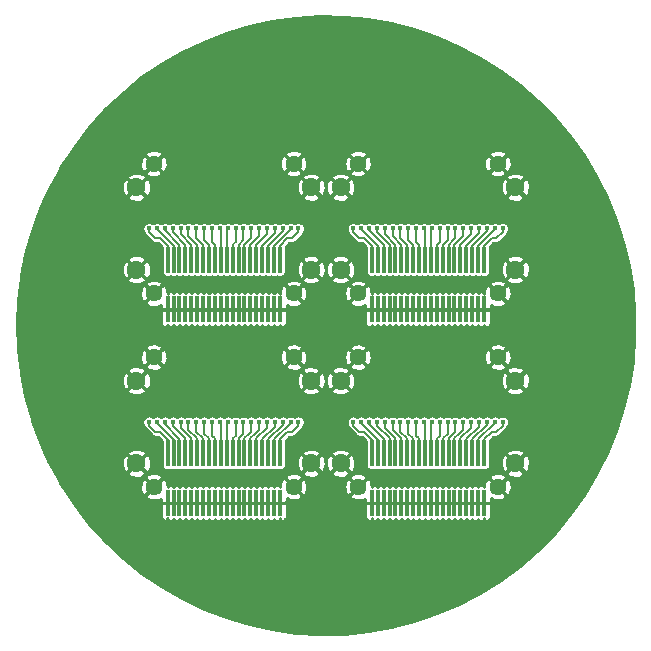
<source format=gbr>
G04 #@! TF.GenerationSoftware,KiCad,Pcbnew,(5.1.5)-3*
G04 #@! TF.CreationDate,2020-01-02T12:13:36-07:00*
G04 #@! TF.ProjectId,Gateway03,47617465-7761-4793-9033-2e6b69636164,rev?*
G04 #@! TF.SameCoordinates,Original*
G04 #@! TF.FileFunction,Copper,L1,Top*
G04 #@! TF.FilePolarity,Positive*
%FSLAX46Y46*%
G04 Gerber Fmt 4.6, Leading zero omitted, Abs format (unit mm)*
G04 Created by KiCad (PCBNEW (5.1.5)-3) date 2020-01-02 12:13:36*
%MOMM*%
%LPD*%
G04 APERTURE LIST*
%ADD10C,1.600000*%
%ADD11C,1.450000*%
%ADD12R,0.300000X2.200000*%
%ADD13C,0.452000*%
%ADD14C,0.152400*%
%ADD15C,0.254000*%
G04 APERTURE END LIST*
D10*
X77815000Y-85567000D03*
X92605000Y-85567000D03*
D11*
X79290000Y-83567000D03*
X91130000Y-83567000D03*
D12*
X88460000Y-95907000D03*
X86460000Y-95907000D03*
X88960000Y-95907000D03*
X85460000Y-95907000D03*
X87460000Y-95907000D03*
X86960000Y-95907000D03*
X89960000Y-95907000D03*
X85960000Y-95907000D03*
X87960000Y-95907000D03*
X89460000Y-95907000D03*
X88460000Y-91707000D03*
X86460000Y-91707000D03*
X88960000Y-91707000D03*
X85460000Y-91707000D03*
X87460000Y-91707000D03*
X86960000Y-91707000D03*
X89960000Y-91707000D03*
X85960000Y-91707000D03*
X87960000Y-91707000D03*
X89460000Y-91707000D03*
D11*
X91130000Y-94547000D03*
X79290000Y-94547000D03*
D10*
X92605000Y-92547000D03*
X77815000Y-92547000D03*
D12*
X80460000Y-91707000D03*
X80460000Y-95907000D03*
X80960000Y-91707000D03*
X80960000Y-95907000D03*
X81460000Y-91707000D03*
X81460000Y-95907000D03*
X81960000Y-91707000D03*
X81960000Y-95907000D03*
X82460000Y-91707000D03*
X82460000Y-95907000D03*
X82960000Y-91707000D03*
X82960000Y-95907000D03*
X83460000Y-91707000D03*
X83460000Y-95907000D03*
X83960000Y-91707000D03*
X83960000Y-95907000D03*
X84460000Y-91707000D03*
X84460000Y-95907000D03*
X84960000Y-91707000D03*
X84960000Y-95907000D03*
X105744000Y-95907000D03*
X103744000Y-95907000D03*
X106244000Y-95907000D03*
X102744000Y-95907000D03*
X104744000Y-95907000D03*
X104244000Y-95907000D03*
X107244000Y-95907000D03*
X103244000Y-95907000D03*
X105244000Y-95907000D03*
X106744000Y-95907000D03*
X105744000Y-91707000D03*
X103744000Y-91707000D03*
X106244000Y-91707000D03*
X102744000Y-91707000D03*
X104744000Y-91707000D03*
X104244000Y-91707000D03*
X107244000Y-91707000D03*
X103244000Y-91707000D03*
X105244000Y-91707000D03*
X106744000Y-91707000D03*
D11*
X108414000Y-94547000D03*
X96574000Y-94547000D03*
D10*
X109889000Y-92547000D03*
X95099000Y-92547000D03*
D12*
X97744000Y-91707000D03*
X97744000Y-95907000D03*
X98244000Y-91707000D03*
X98244000Y-95907000D03*
X98744000Y-91707000D03*
X98744000Y-95907000D03*
X99244000Y-91707000D03*
X99244000Y-95907000D03*
X99744000Y-91707000D03*
X99744000Y-95907000D03*
X100244000Y-91707000D03*
X100244000Y-95907000D03*
X100744000Y-91707000D03*
X100744000Y-95907000D03*
X101244000Y-91707000D03*
X101244000Y-95907000D03*
X101744000Y-91707000D03*
X101744000Y-95907000D03*
X102244000Y-91707000D03*
X102244000Y-95907000D03*
D11*
X91130000Y-99953000D03*
X79290000Y-99953000D03*
D10*
X92605000Y-101953000D03*
X77815000Y-101953000D03*
D12*
X88460000Y-112293000D03*
X86460000Y-112293000D03*
X88960000Y-112293000D03*
X85460000Y-112293000D03*
X87460000Y-112293000D03*
X86960000Y-112293000D03*
X89960000Y-112293000D03*
X85960000Y-112293000D03*
X87960000Y-112293000D03*
X89460000Y-112293000D03*
X88460000Y-108093000D03*
X86460000Y-108093000D03*
X88960000Y-108093000D03*
X85460000Y-108093000D03*
X87460000Y-108093000D03*
X86960000Y-108093000D03*
X89960000Y-108093000D03*
X85960000Y-108093000D03*
X87960000Y-108093000D03*
X89460000Y-108093000D03*
D11*
X91130000Y-110933000D03*
X79290000Y-110933000D03*
D10*
X92605000Y-108933000D03*
X77815000Y-108933000D03*
D12*
X80460000Y-108093000D03*
X80460000Y-112293000D03*
X80960000Y-108093000D03*
X80960000Y-112293000D03*
X81460000Y-108093000D03*
X81460000Y-112293000D03*
X81960000Y-108093000D03*
X81960000Y-112293000D03*
X82460000Y-108093000D03*
X82460000Y-112293000D03*
X82960000Y-108093000D03*
X82960000Y-112293000D03*
X83460000Y-108093000D03*
X83460000Y-112293000D03*
X83960000Y-108093000D03*
X83960000Y-112293000D03*
X84460000Y-108093000D03*
X84460000Y-112293000D03*
X84960000Y-108093000D03*
X84960000Y-112293000D03*
D11*
X108414000Y-99953000D03*
X96574000Y-99953000D03*
D10*
X109889000Y-101953000D03*
X95099000Y-101953000D03*
D12*
X105744000Y-112293000D03*
X103744000Y-112293000D03*
X106244000Y-112293000D03*
X102744000Y-112293000D03*
X104744000Y-112293000D03*
X104244000Y-112293000D03*
X107244000Y-112293000D03*
X103244000Y-112293000D03*
X105244000Y-112293000D03*
X106744000Y-112293000D03*
X105744000Y-108093000D03*
X103744000Y-108093000D03*
X106244000Y-108093000D03*
X102744000Y-108093000D03*
X104744000Y-108093000D03*
X104244000Y-108093000D03*
X107244000Y-108093000D03*
X103244000Y-108093000D03*
X105244000Y-108093000D03*
X106744000Y-108093000D03*
D11*
X108414000Y-110933000D03*
X96574000Y-110933000D03*
D10*
X109889000Y-108933000D03*
X95099000Y-108933000D03*
D12*
X97744000Y-108093000D03*
X97744000Y-112293000D03*
X98244000Y-108093000D03*
X98244000Y-112293000D03*
X98744000Y-108093000D03*
X98744000Y-112293000D03*
X99244000Y-108093000D03*
X99244000Y-112293000D03*
X99744000Y-108093000D03*
X99744000Y-112293000D03*
X100244000Y-108093000D03*
X100244000Y-112293000D03*
X100744000Y-108093000D03*
X100744000Y-112293000D03*
X101244000Y-108093000D03*
X101244000Y-112293000D03*
X101744000Y-108093000D03*
X101744000Y-112293000D03*
X102244000Y-108093000D03*
X102244000Y-112293000D03*
D11*
X108414000Y-83567000D03*
X96574000Y-83567000D03*
D10*
X109889000Y-85567000D03*
X95099000Y-85567000D03*
D13*
X108809600Y-89057000D03*
X108144800Y-89057000D03*
X107480000Y-89057000D03*
X106815200Y-89057000D03*
X106150400Y-89057000D03*
X105485600Y-89057000D03*
X104820800Y-89057000D03*
X104156000Y-89057000D03*
X103491200Y-89057000D03*
X102826400Y-89057000D03*
X91525600Y-89057000D03*
X90860800Y-89057000D03*
X90196000Y-89057000D03*
X89531200Y-89057000D03*
X88866400Y-89057000D03*
X88201600Y-89057000D03*
X87536800Y-89057000D03*
X86872000Y-89057000D03*
X86207200Y-89057000D03*
X85542400Y-89057000D03*
X91525600Y-105443000D03*
X90860800Y-105443000D03*
X90196000Y-105443000D03*
X89531200Y-105443000D03*
X88866400Y-105443000D03*
X88201600Y-105443000D03*
X87536800Y-105443000D03*
X86872000Y-105443000D03*
X86207200Y-105443000D03*
X85542400Y-105443000D03*
X108809600Y-105443000D03*
X108144800Y-105443000D03*
X107480000Y-105443000D03*
X106815200Y-105443000D03*
X106150400Y-105443000D03*
X105485600Y-105443000D03*
X104820800Y-105443000D03*
X104156000Y-105443000D03*
X103491200Y-105443000D03*
X102826400Y-105443000D03*
X84877600Y-89057000D03*
X84212800Y-89057000D03*
X83548000Y-89057000D03*
X82883200Y-89057000D03*
X82218400Y-89057000D03*
X81553600Y-89057000D03*
X80888800Y-89057000D03*
X80204000Y-89057000D03*
X79539200Y-89057000D03*
X78874400Y-89057000D03*
X96158400Y-89057000D03*
X96823200Y-89057000D03*
X97488000Y-89057000D03*
X98172800Y-89057000D03*
X98837600Y-89057000D03*
X99502400Y-89057000D03*
X100167200Y-89057000D03*
X100832000Y-89057000D03*
X101496800Y-89057000D03*
X102161600Y-89057000D03*
X84877600Y-105443000D03*
X84212800Y-105443000D03*
X83548000Y-105443000D03*
X82883200Y-105443000D03*
X82218400Y-105443000D03*
X81553600Y-105443000D03*
X80888800Y-105443000D03*
X80204000Y-105443000D03*
X79539200Y-105443000D03*
X78874400Y-105443000D03*
X96158400Y-105443000D03*
X96823200Y-105443000D03*
X97488000Y-105443000D03*
X98172800Y-105443000D03*
X98837600Y-105443000D03*
X99502400Y-105443000D03*
X100167200Y-105443000D03*
X100832000Y-105443000D03*
X101496800Y-105443000D03*
X102161600Y-105443000D03*
D14*
X108286212Y-89900000D02*
X107878640Y-89900000D01*
X108809600Y-89057000D02*
X108809600Y-89376612D01*
X108809600Y-89376612D02*
X108286212Y-89900000D01*
X107878640Y-89900000D02*
X107244000Y-90534640D01*
X107244000Y-90534640D02*
X107244000Y-91707000D01*
X106744000Y-90536258D02*
X108144800Y-89135458D01*
X108144800Y-89135458D02*
X108144800Y-89057000D01*
X106744000Y-91707000D02*
X106744000Y-90536258D01*
X106244000Y-91707000D02*
X106244000Y-90537876D01*
X107480000Y-89301876D02*
X107480000Y-89057000D01*
X106244000Y-90537876D02*
X107480000Y-89301876D01*
X105744000Y-90539493D02*
X106815200Y-89468293D01*
X105744000Y-91707000D02*
X105744000Y-90539493D01*
X106815200Y-89468293D02*
X106815200Y-89057000D01*
X105244000Y-90454600D02*
X106150400Y-89548200D01*
X106150400Y-89548200D02*
X106150400Y-89376612D01*
X105244000Y-91707000D02*
X105244000Y-90454600D01*
X106150400Y-89376612D02*
X106150400Y-89057000D01*
X105485600Y-89714618D02*
X105485600Y-89057000D01*
X105138600Y-90060000D02*
X105140218Y-90060000D01*
X104744000Y-90454600D02*
X105138600Y-90060000D01*
X104744000Y-91707000D02*
X104744000Y-90454600D01*
X105140218Y-90060000D02*
X105485600Y-89714618D01*
X104244000Y-90454600D02*
X104638600Y-90060000D01*
X104820800Y-89879418D02*
X104820800Y-89057000D01*
X104244000Y-91707000D02*
X104244000Y-90454600D01*
X104638600Y-90060000D02*
X104640218Y-90060000D01*
X104640218Y-90060000D02*
X104820800Y-89879418D01*
X103744000Y-91707000D02*
X103744000Y-90454600D01*
X104156000Y-90042600D02*
X104156000Y-89057000D01*
X103744000Y-90454600D02*
X104156000Y-90042600D01*
X103244000Y-91707000D02*
X103244000Y-90454600D01*
X103491200Y-90209017D02*
X103491200Y-89057000D01*
X103400217Y-90300000D02*
X103491200Y-90209017D01*
X103244000Y-90454600D02*
X103398600Y-90300000D01*
X103398600Y-90300000D02*
X103400217Y-90300000D01*
X102744000Y-91707000D02*
X102744000Y-89139400D01*
X102744000Y-89139400D02*
X102826400Y-89057000D01*
X89960000Y-90534640D02*
X89960000Y-91707000D01*
X90594640Y-89900000D02*
X89960000Y-90534640D01*
X91002212Y-89900000D02*
X90594640Y-89900000D01*
X91525600Y-89057000D02*
X91525600Y-89376612D01*
X91525600Y-89376612D02*
X91002212Y-89900000D01*
X89460000Y-91707000D02*
X89460000Y-90536258D01*
X90860800Y-89135458D02*
X90860800Y-89057000D01*
X89460000Y-90536258D02*
X90860800Y-89135458D01*
X88960000Y-91707000D02*
X88960000Y-90537876D01*
X90196000Y-89301876D02*
X90196000Y-89057000D01*
X88960000Y-90537876D02*
X90196000Y-89301876D01*
X89531200Y-89468293D02*
X89531200Y-89057000D01*
X88460000Y-91707000D02*
X88460000Y-90539493D01*
X88460000Y-90539493D02*
X89531200Y-89468293D01*
X88866400Y-89376612D02*
X88866400Y-89057000D01*
X88866400Y-89548200D02*
X88866400Y-89376612D01*
X87960000Y-90454600D02*
X88866400Y-89548200D01*
X87960000Y-91707000D02*
X87960000Y-90454600D01*
X87854600Y-90060000D02*
X87856218Y-90060000D01*
X87460000Y-91707000D02*
X87460000Y-90454600D01*
X87460000Y-90454600D02*
X87854600Y-90060000D01*
X88201600Y-89714618D02*
X88201600Y-89057000D01*
X87856218Y-90060000D02*
X88201600Y-89714618D01*
X87354600Y-90060000D02*
X87356218Y-90060000D01*
X86960000Y-91707000D02*
X86960000Y-90454600D01*
X86960000Y-90454600D02*
X87354600Y-90060000D01*
X87536800Y-89879418D02*
X87536800Y-89057000D01*
X87356218Y-90060000D02*
X87536800Y-89879418D01*
X86872000Y-90042600D02*
X86872000Y-89057000D01*
X86460000Y-91707000D02*
X86460000Y-90454600D01*
X86460000Y-90454600D02*
X86872000Y-90042600D01*
X86114600Y-90300000D02*
X86116217Y-90300000D01*
X85960000Y-91707000D02*
X85960000Y-90454600D01*
X85960000Y-90454600D02*
X86114600Y-90300000D01*
X86207200Y-90209017D02*
X86207200Y-89057000D01*
X86116217Y-90300000D02*
X86207200Y-90209017D01*
X85460000Y-89139400D02*
X85542400Y-89057000D01*
X85460000Y-91707000D02*
X85460000Y-89139400D01*
X91002212Y-106286000D02*
X90594640Y-106286000D01*
X91525600Y-105443000D02*
X91525600Y-105762612D01*
X91525600Y-105762612D02*
X91002212Y-106286000D01*
X90594640Y-106286000D02*
X89960000Y-106920640D01*
X89960000Y-106920640D02*
X89960000Y-108093000D01*
X89460000Y-106922258D02*
X90860800Y-105521458D01*
X90860800Y-105521458D02*
X90860800Y-105443000D01*
X89460000Y-108093000D02*
X89460000Y-106922258D01*
X88960000Y-108093000D02*
X88960000Y-106923876D01*
X90196000Y-105687876D02*
X90196000Y-105443000D01*
X88960000Y-106923876D02*
X90196000Y-105687876D01*
X88460000Y-106925493D02*
X89531200Y-105854293D01*
X88460000Y-108093000D02*
X88460000Y-106925493D01*
X89531200Y-105854293D02*
X89531200Y-105443000D01*
X87960000Y-106840600D02*
X88866400Y-105934200D01*
X88866400Y-105934200D02*
X88866400Y-105762612D01*
X87960000Y-108093000D02*
X87960000Y-106840600D01*
X88866400Y-105762612D02*
X88866400Y-105443000D01*
X88201600Y-106100618D02*
X88201600Y-105443000D01*
X87854600Y-106446000D02*
X87856218Y-106446000D01*
X87460000Y-106840600D02*
X87854600Y-106446000D01*
X87460000Y-108093000D02*
X87460000Y-106840600D01*
X87856218Y-106446000D02*
X88201600Y-106100618D01*
X86960000Y-106840600D02*
X87354600Y-106446000D01*
X87536800Y-106265418D02*
X87536800Y-105443000D01*
X86960000Y-108093000D02*
X86960000Y-106840600D01*
X87354600Y-106446000D02*
X87356218Y-106446000D01*
X87356218Y-106446000D02*
X87536800Y-106265418D01*
X86460000Y-108093000D02*
X86460000Y-106840600D01*
X86872000Y-106428600D02*
X86872000Y-105443000D01*
X86460000Y-106840600D02*
X86872000Y-106428600D01*
X85960000Y-108093000D02*
X85960000Y-106840600D01*
X86207200Y-106595017D02*
X86207200Y-105443000D01*
X86116217Y-106686000D02*
X86207200Y-106595017D01*
X85960000Y-106840600D02*
X86114600Y-106686000D01*
X86114600Y-106686000D02*
X86116217Y-106686000D01*
X85460000Y-108093000D02*
X85460000Y-105525400D01*
X85460000Y-105525400D02*
X85542400Y-105443000D01*
X108286212Y-106286000D02*
X107878640Y-106286000D01*
X108809600Y-105443000D02*
X108809600Y-105762612D01*
X108809600Y-105762612D02*
X108286212Y-106286000D01*
X107878640Y-106286000D02*
X107244000Y-106920640D01*
X107244000Y-106920640D02*
X107244000Y-108093000D01*
X106744000Y-106922258D02*
X108144800Y-105521458D01*
X108144800Y-105521458D02*
X108144800Y-105443000D01*
X106744000Y-108093000D02*
X106744000Y-106922258D01*
X106244000Y-108093000D02*
X106244000Y-106923876D01*
X107480000Y-105687876D02*
X107480000Y-105443000D01*
X106244000Y-106923876D02*
X107480000Y-105687876D01*
X105744000Y-106925493D02*
X106815200Y-105854293D01*
X105744000Y-108093000D02*
X105744000Y-106925493D01*
X106815200Y-105854293D02*
X106815200Y-105443000D01*
X105244000Y-106840600D02*
X106150400Y-105934200D01*
X106150400Y-105934200D02*
X106150400Y-105762612D01*
X105244000Y-108093000D02*
X105244000Y-106840600D01*
X106150400Y-105762612D02*
X106150400Y-105443000D01*
X105485600Y-106100618D02*
X105485600Y-105443000D01*
X105138600Y-106446000D02*
X105140218Y-106446000D01*
X104744000Y-106840600D02*
X105138600Y-106446000D01*
X104744000Y-108093000D02*
X104744000Y-106840600D01*
X105140218Y-106446000D02*
X105485600Y-106100618D01*
X104244000Y-106840600D02*
X104638600Y-106446000D01*
X104820800Y-106265418D02*
X104820800Y-105443000D01*
X104244000Y-108093000D02*
X104244000Y-106840600D01*
X104638600Y-106446000D02*
X104640218Y-106446000D01*
X104640218Y-106446000D02*
X104820800Y-106265418D01*
X103744000Y-108093000D02*
X103744000Y-106840600D01*
X104156000Y-106428600D02*
X104156000Y-105443000D01*
X103744000Y-106840600D02*
X104156000Y-106428600D01*
X103244000Y-108093000D02*
X103244000Y-106840600D01*
X103491200Y-106595017D02*
X103491200Y-105443000D01*
X103400217Y-106686000D02*
X103491200Y-106595017D01*
X103244000Y-106840600D02*
X103398600Y-106686000D01*
X103398600Y-106686000D02*
X103400217Y-106686000D01*
X102744000Y-108093000D02*
X102744000Y-105525400D01*
X102744000Y-105525400D02*
X102826400Y-105443000D01*
X84960000Y-89139400D02*
X84877600Y-89057000D01*
X84960000Y-91707000D02*
X84960000Y-89139400D01*
X84212800Y-89376612D02*
X84212800Y-89057000D01*
X84212800Y-90207400D02*
X84212800Y-89376612D01*
X84460000Y-90454600D02*
X84212800Y-90207400D01*
X84460000Y-91707000D02*
X84460000Y-90454600D01*
X83548000Y-89376612D02*
X83548000Y-89057000D01*
X83548000Y-90040983D02*
X83548000Y-89376612D01*
X83960000Y-90452983D02*
X83548000Y-90040983D01*
X83960000Y-91707000D02*
X83960000Y-90452983D01*
X82883200Y-89376612D02*
X82883200Y-89057000D01*
X82883200Y-89877800D02*
X82883200Y-89376612D01*
X83460000Y-90454600D02*
X82883200Y-89877800D01*
X83460000Y-91707000D02*
X83460000Y-90454600D01*
X82218400Y-89376612D02*
X82218400Y-89057000D01*
X82218400Y-89711382D02*
X82218400Y-89376612D01*
X82960000Y-90452982D02*
X82218400Y-89711382D01*
X82960000Y-91707000D02*
X82960000Y-90452982D01*
X81553600Y-89376612D02*
X81553600Y-89057000D01*
X81553600Y-89544964D02*
X81553600Y-89376612D01*
X82460000Y-90451364D02*
X81553600Y-89544964D01*
X82460000Y-91707000D02*
X82460000Y-90451364D01*
X80888800Y-89376612D02*
X80888800Y-89057000D01*
X80888800Y-89378546D02*
X80888800Y-89376612D01*
X81960000Y-90449746D02*
X80888800Y-89378546D01*
X81960000Y-91707000D02*
X81960000Y-90449746D01*
X80204000Y-89203838D02*
X80204000Y-89057000D01*
X81460000Y-90459838D02*
X80204000Y-89203838D01*
X81460000Y-91707000D02*
X81460000Y-90459838D01*
X79539200Y-89135458D02*
X79539200Y-89057000D01*
X80960000Y-90556258D02*
X79539200Y-89135458D01*
X80960000Y-91707000D02*
X80960000Y-90556258D01*
X80460000Y-91707000D02*
X80460000Y-90554640D01*
X80460000Y-90554640D02*
X79807680Y-89902320D01*
X78874400Y-89376612D02*
X78874400Y-89057000D01*
X79400108Y-89902320D02*
X78874400Y-89376612D01*
X79807680Y-89902320D02*
X79400108Y-89902320D01*
X97744000Y-90554640D02*
X97091680Y-89902320D01*
X97744000Y-91707000D02*
X97744000Y-90554640D01*
X97091680Y-89902320D02*
X96684108Y-89902320D01*
X96158400Y-89376612D02*
X96158400Y-89057000D01*
X96684108Y-89902320D02*
X96158400Y-89376612D01*
X98244000Y-91707000D02*
X98244000Y-90556258D01*
X98244000Y-90556258D02*
X96823200Y-89135458D01*
X96823200Y-89135458D02*
X96823200Y-89057000D01*
X98744000Y-91707000D02*
X98744000Y-90459838D01*
X98744000Y-90459838D02*
X97488000Y-89203838D01*
X97488000Y-89203838D02*
X97488000Y-89057000D01*
X98172800Y-89376612D02*
X98172800Y-89057000D01*
X99244000Y-90449746D02*
X98172800Y-89378546D01*
X98172800Y-89378546D02*
X98172800Y-89376612D01*
X99244000Y-91707000D02*
X99244000Y-90449746D01*
X98837600Y-89376612D02*
X98837600Y-89057000D01*
X99744000Y-90451364D02*
X98837600Y-89544964D01*
X99744000Y-91707000D02*
X99744000Y-90451364D01*
X98837600Y-89544964D02*
X98837600Y-89376612D01*
X100244000Y-91707000D02*
X100244000Y-90452982D01*
X100244000Y-90452982D02*
X99502400Y-89711382D01*
X99502400Y-89711382D02*
X99502400Y-89376612D01*
X99502400Y-89376612D02*
X99502400Y-89057000D01*
X100167200Y-89376612D02*
X100167200Y-89057000D01*
X100167200Y-89877800D02*
X100167200Y-89376612D01*
X100744000Y-90454600D02*
X100167200Y-89877800D01*
X100744000Y-91707000D02*
X100744000Y-90454600D01*
X101244000Y-91707000D02*
X101244000Y-90452983D01*
X101244000Y-90452983D02*
X100832000Y-90040983D01*
X100832000Y-90040983D02*
X100832000Y-89376612D01*
X100832000Y-89376612D02*
X100832000Y-89057000D01*
X101496800Y-89376612D02*
X101496800Y-89057000D01*
X101496800Y-90207400D02*
X101496800Y-89376612D01*
X101744000Y-90454600D02*
X101496800Y-90207400D01*
X101744000Y-91707000D02*
X101744000Y-90454600D01*
X102244000Y-89139400D02*
X102161600Y-89057000D01*
X102244000Y-91707000D02*
X102244000Y-89139400D01*
X84960000Y-105525400D02*
X84877600Y-105443000D01*
X84960000Y-108093000D02*
X84960000Y-105525400D01*
X84212800Y-105762612D02*
X84212800Y-105443000D01*
X84212800Y-106593400D02*
X84212800Y-105762612D01*
X84460000Y-106840600D02*
X84212800Y-106593400D01*
X84460000Y-108093000D02*
X84460000Y-106840600D01*
X83960000Y-108093000D02*
X83960000Y-106838983D01*
X83960000Y-106838983D02*
X83548000Y-106426983D01*
X83548000Y-106426983D02*
X83548000Y-105762612D01*
X83548000Y-105762612D02*
X83548000Y-105443000D01*
X82883200Y-105762612D02*
X82883200Y-105443000D01*
X82883200Y-106263800D02*
X82883200Y-105762612D01*
X83460000Y-106840600D02*
X82883200Y-106263800D01*
X83460000Y-108093000D02*
X83460000Y-106840600D01*
X82960000Y-108093000D02*
X82960000Y-106838982D01*
X82960000Y-106838982D02*
X82218400Y-106097382D01*
X82218400Y-106097382D02*
X82218400Y-105762612D01*
X82218400Y-105762612D02*
X82218400Y-105443000D01*
X81553600Y-105762612D02*
X81553600Y-105443000D01*
X82460000Y-106837364D02*
X81553600Y-105930964D01*
X82460000Y-108093000D02*
X82460000Y-106837364D01*
X81553600Y-105930964D02*
X81553600Y-105762612D01*
X80888800Y-105762612D02*
X80888800Y-105443000D01*
X81960000Y-106835746D02*
X80888800Y-105764546D01*
X80888800Y-105764546D02*
X80888800Y-105762612D01*
X81960000Y-108093000D02*
X81960000Y-106835746D01*
X81460000Y-108093000D02*
X81460000Y-106845838D01*
X81460000Y-106845838D02*
X80204000Y-105589838D01*
X80204000Y-105589838D02*
X80204000Y-105443000D01*
X80960000Y-108093000D02*
X80960000Y-106942258D01*
X80960000Y-106942258D02*
X79539200Y-105521458D01*
X79539200Y-105521458D02*
X79539200Y-105443000D01*
X80460000Y-106940640D02*
X79807680Y-106288320D01*
X80460000Y-108093000D02*
X80460000Y-106940640D01*
X79807680Y-106288320D02*
X79400108Y-106288320D01*
X78874400Y-105762612D02*
X78874400Y-105443000D01*
X79400108Y-106288320D02*
X78874400Y-105762612D01*
X97744000Y-106940640D02*
X97091680Y-106288320D01*
X97744000Y-108093000D02*
X97744000Y-106940640D01*
X97091680Y-106288320D02*
X96684108Y-106288320D01*
X96158400Y-105762612D02*
X96158400Y-105443000D01*
X96684108Y-106288320D02*
X96158400Y-105762612D01*
X98244000Y-108093000D02*
X98244000Y-106942258D01*
X98244000Y-106942258D02*
X96823200Y-105521458D01*
X96823200Y-105521458D02*
X96823200Y-105443000D01*
X98744000Y-108093000D02*
X98744000Y-106845838D01*
X98744000Y-106845838D02*
X97488000Y-105589838D01*
X97488000Y-105589838D02*
X97488000Y-105443000D01*
X98172800Y-105762612D02*
X98172800Y-105443000D01*
X99244000Y-106835746D02*
X98172800Y-105764546D01*
X98172800Y-105764546D02*
X98172800Y-105762612D01*
X99244000Y-108093000D02*
X99244000Y-106835746D01*
X98837600Y-105762612D02*
X98837600Y-105443000D01*
X99744000Y-106837364D02*
X98837600Y-105930964D01*
X99744000Y-108093000D02*
X99744000Y-106837364D01*
X98837600Y-105930964D02*
X98837600Y-105762612D01*
X100244000Y-108093000D02*
X100244000Y-106838982D01*
X100244000Y-106838982D02*
X99502400Y-106097382D01*
X99502400Y-106097382D02*
X99502400Y-105762612D01*
X99502400Y-105762612D02*
X99502400Y-105443000D01*
X100167200Y-105762612D02*
X100167200Y-105443000D01*
X100167200Y-106263800D02*
X100167200Y-105762612D01*
X100744000Y-106840600D02*
X100167200Y-106263800D01*
X100744000Y-108093000D02*
X100744000Y-106840600D01*
X101244000Y-108093000D02*
X101244000Y-106838983D01*
X101244000Y-106838983D02*
X100832000Y-106426983D01*
X100832000Y-106426983D02*
X100832000Y-105762612D01*
X100832000Y-105762612D02*
X100832000Y-105443000D01*
X101496800Y-105762612D02*
X101496800Y-105443000D01*
X101496800Y-106593400D02*
X101496800Y-105762612D01*
X101744000Y-106840600D02*
X101496800Y-106593400D01*
X101744000Y-108093000D02*
X101744000Y-106840600D01*
X102244000Y-105525400D02*
X102161600Y-105443000D01*
X102244000Y-108093000D02*
X102244000Y-105525400D01*
D15*
G36*
X95372371Y-71146238D02*
G01*
X97390643Y-71342551D01*
X99387633Y-71694674D01*
X101351331Y-72200490D01*
X103269927Y-72856957D01*
X105131883Y-73660126D01*
X106926000Y-74605168D01*
X108641489Y-75686398D01*
X110268031Y-76897314D01*
X111795846Y-78230634D01*
X113215745Y-79678338D01*
X114519188Y-81231721D01*
X115698335Y-82881439D01*
X116746097Y-84617572D01*
X117656170Y-86429677D01*
X118423083Y-88306857D01*
X119042222Y-90237823D01*
X119509864Y-92210960D01*
X119823197Y-94214402D01*
X119980335Y-96236102D01*
X119980335Y-98263898D01*
X119823197Y-100285598D01*
X119509864Y-102289040D01*
X119042222Y-104262177D01*
X118423083Y-106193143D01*
X117656170Y-108070323D01*
X116746097Y-109882428D01*
X115698335Y-111618561D01*
X114519188Y-113268279D01*
X113215745Y-114821662D01*
X111795846Y-116269366D01*
X110268031Y-117602686D01*
X108641489Y-118813602D01*
X106926000Y-119894832D01*
X105131883Y-120839874D01*
X103269927Y-121643043D01*
X101351331Y-122299510D01*
X99387633Y-122805326D01*
X97390643Y-123157449D01*
X95372371Y-123353762D01*
X93344955Y-123393083D01*
X91320589Y-123275178D01*
X89311447Y-123000753D01*
X87329613Y-122571461D01*
X85387005Y-121989882D01*
X83495306Y-121259515D01*
X81665894Y-120384751D01*
X79909770Y-119370853D01*
X78237497Y-118223917D01*
X76659131Y-116950842D01*
X75184165Y-115559283D01*
X73821470Y-114057610D01*
X73306358Y-113393000D01*
X79880934Y-113393000D01*
X79889178Y-113476707D01*
X79913595Y-113557196D01*
X79953245Y-113631376D01*
X80006605Y-113696395D01*
X80071624Y-113749755D01*
X80145804Y-113789405D01*
X80226293Y-113813822D01*
X80310000Y-113822066D01*
X80330250Y-113820000D01*
X80437000Y-113713250D01*
X80437000Y-113600984D01*
X80453245Y-113631376D01*
X80483000Y-113667632D01*
X80483000Y-113713250D01*
X80589750Y-113820000D01*
X80610000Y-113822066D01*
X80693707Y-113813822D01*
X80710000Y-113808879D01*
X80726293Y-113813822D01*
X80810000Y-113822066D01*
X80830250Y-113820000D01*
X80937000Y-113713250D01*
X80937000Y-113667632D01*
X80960000Y-113639607D01*
X80983000Y-113667632D01*
X80983000Y-113713250D01*
X81089750Y-113820000D01*
X81110000Y-113822066D01*
X81193707Y-113813822D01*
X81210000Y-113808879D01*
X81226293Y-113813822D01*
X81310000Y-113822066D01*
X81330250Y-113820000D01*
X81437000Y-113713250D01*
X81437000Y-113667632D01*
X81460000Y-113639607D01*
X81483000Y-113667632D01*
X81483000Y-113713250D01*
X81589750Y-113820000D01*
X81610000Y-113822066D01*
X81693707Y-113813822D01*
X81710000Y-113808879D01*
X81726293Y-113813822D01*
X81810000Y-113822066D01*
X81830250Y-113820000D01*
X81937000Y-113713250D01*
X81937000Y-113667632D01*
X81960000Y-113639607D01*
X81983000Y-113667632D01*
X81983000Y-113713250D01*
X82089750Y-113820000D01*
X82110000Y-113822066D01*
X82193707Y-113813822D01*
X82210000Y-113808879D01*
X82226293Y-113813822D01*
X82310000Y-113822066D01*
X82330250Y-113820000D01*
X82437000Y-113713250D01*
X82437000Y-113667632D01*
X82460000Y-113639607D01*
X82483000Y-113667632D01*
X82483000Y-113713250D01*
X82589750Y-113820000D01*
X82610000Y-113822066D01*
X82693707Y-113813822D01*
X82710000Y-113808879D01*
X82726293Y-113813822D01*
X82810000Y-113822066D01*
X82830250Y-113820000D01*
X82937000Y-113713250D01*
X82937000Y-113667632D01*
X82960000Y-113639607D01*
X82983000Y-113667632D01*
X82983000Y-113713250D01*
X83089750Y-113820000D01*
X83110000Y-113822066D01*
X83193707Y-113813822D01*
X83210000Y-113808879D01*
X83226293Y-113813822D01*
X83310000Y-113822066D01*
X83330250Y-113820000D01*
X83437000Y-113713250D01*
X83437000Y-113667632D01*
X83460000Y-113639607D01*
X83483000Y-113667632D01*
X83483000Y-113713250D01*
X83589750Y-113820000D01*
X83610000Y-113822066D01*
X83693707Y-113813822D01*
X83710000Y-113808879D01*
X83726293Y-113813822D01*
X83810000Y-113822066D01*
X83830250Y-113820000D01*
X83937000Y-113713250D01*
X83937000Y-113667632D01*
X83960000Y-113639607D01*
X83983000Y-113667632D01*
X83983000Y-113713250D01*
X84089750Y-113820000D01*
X84110000Y-113822066D01*
X84193707Y-113813822D01*
X84210000Y-113808879D01*
X84226293Y-113813822D01*
X84310000Y-113822066D01*
X84330250Y-113820000D01*
X84437000Y-113713250D01*
X84437000Y-113667632D01*
X84460000Y-113639607D01*
X84483000Y-113667632D01*
X84483000Y-113713250D01*
X84589750Y-113820000D01*
X84610000Y-113822066D01*
X84693707Y-113813822D01*
X84710000Y-113808879D01*
X84726293Y-113813822D01*
X84810000Y-113822066D01*
X84830250Y-113820000D01*
X84937000Y-113713250D01*
X84937000Y-113667632D01*
X84960000Y-113639607D01*
X84983000Y-113667632D01*
X84983000Y-113713250D01*
X85089750Y-113820000D01*
X85110000Y-113822066D01*
X85193707Y-113813822D01*
X85210000Y-113808879D01*
X85226293Y-113813822D01*
X85310000Y-113822066D01*
X85330250Y-113820000D01*
X85437000Y-113713250D01*
X85437000Y-113667632D01*
X85460000Y-113639607D01*
X85483000Y-113667632D01*
X85483000Y-113713250D01*
X85589750Y-113820000D01*
X85610000Y-113822066D01*
X85693707Y-113813822D01*
X85710000Y-113808879D01*
X85726293Y-113813822D01*
X85810000Y-113822066D01*
X85830250Y-113820000D01*
X85937000Y-113713250D01*
X85937000Y-113667632D01*
X85960000Y-113639607D01*
X85983000Y-113667632D01*
X85983000Y-113713250D01*
X86089750Y-113820000D01*
X86110000Y-113822066D01*
X86193707Y-113813822D01*
X86210000Y-113808879D01*
X86226293Y-113813822D01*
X86310000Y-113822066D01*
X86330250Y-113820000D01*
X86437000Y-113713250D01*
X86437000Y-113667632D01*
X86460000Y-113639607D01*
X86483000Y-113667632D01*
X86483000Y-113713250D01*
X86589750Y-113820000D01*
X86610000Y-113822066D01*
X86693707Y-113813822D01*
X86710000Y-113808879D01*
X86726293Y-113813822D01*
X86810000Y-113822066D01*
X86830250Y-113820000D01*
X86937000Y-113713250D01*
X86937000Y-113667632D01*
X86960000Y-113639607D01*
X86983000Y-113667632D01*
X86983000Y-113713250D01*
X87089750Y-113820000D01*
X87110000Y-113822066D01*
X87193707Y-113813822D01*
X87210000Y-113808879D01*
X87226293Y-113813822D01*
X87310000Y-113822066D01*
X87330250Y-113820000D01*
X87437000Y-113713250D01*
X87437000Y-113667632D01*
X87460000Y-113639607D01*
X87483000Y-113667632D01*
X87483000Y-113713250D01*
X87589750Y-113820000D01*
X87610000Y-113822066D01*
X87693707Y-113813822D01*
X87710000Y-113808879D01*
X87726293Y-113813822D01*
X87810000Y-113822066D01*
X87830250Y-113820000D01*
X87937000Y-113713250D01*
X87937000Y-113667632D01*
X87960000Y-113639607D01*
X87983000Y-113667632D01*
X87983000Y-113713250D01*
X88089750Y-113820000D01*
X88110000Y-113822066D01*
X88193707Y-113813822D01*
X88210000Y-113808879D01*
X88226293Y-113813822D01*
X88310000Y-113822066D01*
X88330250Y-113820000D01*
X88437000Y-113713250D01*
X88437000Y-113667632D01*
X88460000Y-113639607D01*
X88483000Y-113667632D01*
X88483000Y-113713250D01*
X88589750Y-113820000D01*
X88610000Y-113822066D01*
X88693707Y-113813822D01*
X88710000Y-113808879D01*
X88726293Y-113813822D01*
X88810000Y-113822066D01*
X88830250Y-113820000D01*
X88937000Y-113713250D01*
X88937000Y-113667632D01*
X88960000Y-113639607D01*
X88983000Y-113667632D01*
X88983000Y-113713250D01*
X89089750Y-113820000D01*
X89110000Y-113822066D01*
X89193707Y-113813822D01*
X89210000Y-113808879D01*
X89226293Y-113813822D01*
X89310000Y-113822066D01*
X89330250Y-113820000D01*
X89437000Y-113713250D01*
X89437000Y-113667632D01*
X89460000Y-113639607D01*
X89483000Y-113667632D01*
X89483000Y-113713250D01*
X89589750Y-113820000D01*
X89610000Y-113822066D01*
X89693707Y-113813822D01*
X89710000Y-113808879D01*
X89726293Y-113813822D01*
X89810000Y-113822066D01*
X89830250Y-113820000D01*
X89937000Y-113713250D01*
X89937000Y-113667632D01*
X89966755Y-113631376D01*
X89983000Y-113600984D01*
X89983000Y-113713250D01*
X90089750Y-113820000D01*
X90110000Y-113822066D01*
X90193707Y-113813822D01*
X90274196Y-113789405D01*
X90348376Y-113749755D01*
X90413395Y-113696395D01*
X90466755Y-113631376D01*
X90506405Y-113557196D01*
X90530822Y-113476707D01*
X90539066Y-113393000D01*
X97164934Y-113393000D01*
X97173178Y-113476707D01*
X97197595Y-113557196D01*
X97237245Y-113631376D01*
X97290605Y-113696395D01*
X97355624Y-113749755D01*
X97429804Y-113789405D01*
X97510293Y-113813822D01*
X97594000Y-113822066D01*
X97614250Y-113820000D01*
X97721000Y-113713250D01*
X97721000Y-113600984D01*
X97737245Y-113631376D01*
X97767000Y-113667632D01*
X97767000Y-113713250D01*
X97873750Y-113820000D01*
X97894000Y-113822066D01*
X97977707Y-113813822D01*
X97994000Y-113808879D01*
X98010293Y-113813822D01*
X98094000Y-113822066D01*
X98114250Y-113820000D01*
X98221000Y-113713250D01*
X98221000Y-113667632D01*
X98244000Y-113639607D01*
X98267000Y-113667632D01*
X98267000Y-113713250D01*
X98373750Y-113820000D01*
X98394000Y-113822066D01*
X98477707Y-113813822D01*
X98494000Y-113808879D01*
X98510293Y-113813822D01*
X98594000Y-113822066D01*
X98614250Y-113820000D01*
X98721000Y-113713250D01*
X98721000Y-113667632D01*
X98744000Y-113639607D01*
X98767000Y-113667632D01*
X98767000Y-113713250D01*
X98873750Y-113820000D01*
X98894000Y-113822066D01*
X98977707Y-113813822D01*
X98994000Y-113808879D01*
X99010293Y-113813822D01*
X99094000Y-113822066D01*
X99114250Y-113820000D01*
X99221000Y-113713250D01*
X99221000Y-113667632D01*
X99244000Y-113639607D01*
X99267000Y-113667632D01*
X99267000Y-113713250D01*
X99373750Y-113820000D01*
X99394000Y-113822066D01*
X99477707Y-113813822D01*
X99494000Y-113808879D01*
X99510293Y-113813822D01*
X99594000Y-113822066D01*
X99614250Y-113820000D01*
X99721000Y-113713250D01*
X99721000Y-113667632D01*
X99744000Y-113639607D01*
X99767000Y-113667632D01*
X99767000Y-113713250D01*
X99873750Y-113820000D01*
X99894000Y-113822066D01*
X99977707Y-113813822D01*
X99994000Y-113808879D01*
X100010293Y-113813822D01*
X100094000Y-113822066D01*
X100114250Y-113820000D01*
X100221000Y-113713250D01*
X100221000Y-113667632D01*
X100244000Y-113639607D01*
X100267000Y-113667632D01*
X100267000Y-113713250D01*
X100373750Y-113820000D01*
X100394000Y-113822066D01*
X100477707Y-113813822D01*
X100494000Y-113808879D01*
X100510293Y-113813822D01*
X100594000Y-113822066D01*
X100614250Y-113820000D01*
X100721000Y-113713250D01*
X100721000Y-113667632D01*
X100744000Y-113639607D01*
X100767000Y-113667632D01*
X100767000Y-113713250D01*
X100873750Y-113820000D01*
X100894000Y-113822066D01*
X100977707Y-113813822D01*
X100994000Y-113808879D01*
X101010293Y-113813822D01*
X101094000Y-113822066D01*
X101114250Y-113820000D01*
X101221000Y-113713250D01*
X101221000Y-113667632D01*
X101244000Y-113639607D01*
X101267000Y-113667632D01*
X101267000Y-113713250D01*
X101373750Y-113820000D01*
X101394000Y-113822066D01*
X101477707Y-113813822D01*
X101494000Y-113808879D01*
X101510293Y-113813822D01*
X101594000Y-113822066D01*
X101614250Y-113820000D01*
X101721000Y-113713250D01*
X101721000Y-113667632D01*
X101744000Y-113639607D01*
X101767000Y-113667632D01*
X101767000Y-113713250D01*
X101873750Y-113820000D01*
X101894000Y-113822066D01*
X101977707Y-113813822D01*
X101994000Y-113808879D01*
X102010293Y-113813822D01*
X102094000Y-113822066D01*
X102114250Y-113820000D01*
X102221000Y-113713250D01*
X102221000Y-113667632D01*
X102244000Y-113639607D01*
X102267000Y-113667632D01*
X102267000Y-113713250D01*
X102373750Y-113820000D01*
X102394000Y-113822066D01*
X102477707Y-113813822D01*
X102494000Y-113808879D01*
X102510293Y-113813822D01*
X102594000Y-113822066D01*
X102614250Y-113820000D01*
X102721000Y-113713250D01*
X102721000Y-113667632D01*
X102744000Y-113639607D01*
X102767000Y-113667632D01*
X102767000Y-113713250D01*
X102873750Y-113820000D01*
X102894000Y-113822066D01*
X102977707Y-113813822D01*
X102994000Y-113808879D01*
X103010293Y-113813822D01*
X103094000Y-113822066D01*
X103114250Y-113820000D01*
X103221000Y-113713250D01*
X103221000Y-113667632D01*
X103244000Y-113639607D01*
X103267000Y-113667632D01*
X103267000Y-113713250D01*
X103373750Y-113820000D01*
X103394000Y-113822066D01*
X103477707Y-113813822D01*
X103494000Y-113808879D01*
X103510293Y-113813822D01*
X103594000Y-113822066D01*
X103614250Y-113820000D01*
X103721000Y-113713250D01*
X103721000Y-113667632D01*
X103744000Y-113639607D01*
X103767000Y-113667632D01*
X103767000Y-113713250D01*
X103873750Y-113820000D01*
X103894000Y-113822066D01*
X103977707Y-113813822D01*
X103994000Y-113808879D01*
X104010293Y-113813822D01*
X104094000Y-113822066D01*
X104114250Y-113820000D01*
X104221000Y-113713250D01*
X104221000Y-113667632D01*
X104244000Y-113639607D01*
X104267000Y-113667632D01*
X104267000Y-113713250D01*
X104373750Y-113820000D01*
X104394000Y-113822066D01*
X104477707Y-113813822D01*
X104494000Y-113808879D01*
X104510293Y-113813822D01*
X104594000Y-113822066D01*
X104614250Y-113820000D01*
X104721000Y-113713250D01*
X104721000Y-113667632D01*
X104744000Y-113639607D01*
X104767000Y-113667632D01*
X104767000Y-113713250D01*
X104873750Y-113820000D01*
X104894000Y-113822066D01*
X104977707Y-113813822D01*
X104994000Y-113808879D01*
X105010293Y-113813822D01*
X105094000Y-113822066D01*
X105114250Y-113820000D01*
X105221000Y-113713250D01*
X105221000Y-113667632D01*
X105244000Y-113639607D01*
X105267000Y-113667632D01*
X105267000Y-113713250D01*
X105373750Y-113820000D01*
X105394000Y-113822066D01*
X105477707Y-113813822D01*
X105494000Y-113808879D01*
X105510293Y-113813822D01*
X105594000Y-113822066D01*
X105614250Y-113820000D01*
X105721000Y-113713250D01*
X105721000Y-113667632D01*
X105744000Y-113639607D01*
X105767000Y-113667632D01*
X105767000Y-113713250D01*
X105873750Y-113820000D01*
X105894000Y-113822066D01*
X105977707Y-113813822D01*
X105994000Y-113808879D01*
X106010293Y-113813822D01*
X106094000Y-113822066D01*
X106114250Y-113820000D01*
X106221000Y-113713250D01*
X106221000Y-113667632D01*
X106244000Y-113639607D01*
X106267000Y-113667632D01*
X106267000Y-113713250D01*
X106373750Y-113820000D01*
X106394000Y-113822066D01*
X106477707Y-113813822D01*
X106494000Y-113808879D01*
X106510293Y-113813822D01*
X106594000Y-113822066D01*
X106614250Y-113820000D01*
X106721000Y-113713250D01*
X106721000Y-113667632D01*
X106744000Y-113639607D01*
X106767000Y-113667632D01*
X106767000Y-113713250D01*
X106873750Y-113820000D01*
X106894000Y-113822066D01*
X106977707Y-113813822D01*
X106994000Y-113808879D01*
X107010293Y-113813822D01*
X107094000Y-113822066D01*
X107114250Y-113820000D01*
X107221000Y-113713250D01*
X107221000Y-113667632D01*
X107250755Y-113631376D01*
X107267000Y-113600984D01*
X107267000Y-113713250D01*
X107373750Y-113820000D01*
X107394000Y-113822066D01*
X107477707Y-113813822D01*
X107558196Y-113789405D01*
X107632376Y-113749755D01*
X107697395Y-113696395D01*
X107750755Y-113631376D01*
X107790405Y-113557196D01*
X107814822Y-113476707D01*
X107823066Y-113393000D01*
X107821000Y-112422750D01*
X107714250Y-112316000D01*
X107267000Y-112316000D01*
X107267000Y-112368750D01*
X107221000Y-112322750D01*
X107221000Y-112316000D01*
X106767000Y-112316000D01*
X106767000Y-112322750D01*
X106744000Y-112345750D01*
X106721000Y-112322750D01*
X106721000Y-112316000D01*
X106267000Y-112316000D01*
X106267000Y-112322750D01*
X106244000Y-112345750D01*
X106221000Y-112322750D01*
X106221000Y-112316000D01*
X105767000Y-112316000D01*
X105767000Y-112322750D01*
X105744000Y-112345750D01*
X105721000Y-112322750D01*
X105721000Y-112316000D01*
X105267000Y-112316000D01*
X105267000Y-112322750D01*
X105244000Y-112345750D01*
X105221000Y-112322750D01*
X105221000Y-112316000D01*
X104767000Y-112316000D01*
X104767000Y-112322750D01*
X104744000Y-112345750D01*
X104721000Y-112322750D01*
X104721000Y-112316000D01*
X104267000Y-112316000D01*
X104267000Y-112322750D01*
X104244000Y-112345750D01*
X104221000Y-112322750D01*
X104221000Y-112316000D01*
X103767000Y-112316000D01*
X103767000Y-112322750D01*
X103744000Y-112345750D01*
X103721000Y-112322750D01*
X103721000Y-112316000D01*
X103267000Y-112316000D01*
X103267000Y-112322750D01*
X103244000Y-112345750D01*
X103221000Y-112322750D01*
X103221000Y-112316000D01*
X102767000Y-112316000D01*
X102767000Y-112322750D01*
X102744000Y-112345750D01*
X102721000Y-112322750D01*
X102721000Y-112316000D01*
X102267000Y-112316000D01*
X102267000Y-112322750D01*
X102244000Y-112345750D01*
X102221000Y-112322750D01*
X102221000Y-112316000D01*
X101767000Y-112316000D01*
X101767000Y-112322750D01*
X101744000Y-112345750D01*
X101721000Y-112322750D01*
X101721000Y-112316000D01*
X101267000Y-112316000D01*
X101267000Y-112322750D01*
X101244000Y-112345750D01*
X101221000Y-112322750D01*
X101221000Y-112316000D01*
X100767000Y-112316000D01*
X100767000Y-112322750D01*
X100744000Y-112345750D01*
X100721000Y-112322750D01*
X100721000Y-112316000D01*
X100267000Y-112316000D01*
X100267000Y-112322750D01*
X100244000Y-112345750D01*
X100221000Y-112322750D01*
X100221000Y-112316000D01*
X99767000Y-112316000D01*
X99767000Y-112322750D01*
X99744000Y-112345750D01*
X99721000Y-112322750D01*
X99721000Y-112316000D01*
X99267000Y-112316000D01*
X99267000Y-112322750D01*
X99244000Y-112345750D01*
X99221000Y-112322750D01*
X99221000Y-112316000D01*
X98767000Y-112316000D01*
X98767000Y-112322750D01*
X98744000Y-112345750D01*
X98721000Y-112322750D01*
X98721000Y-112316000D01*
X98267000Y-112316000D01*
X98267000Y-112322750D01*
X98244000Y-112345750D01*
X98221000Y-112322750D01*
X98221000Y-112316000D01*
X97767000Y-112316000D01*
X97767000Y-112322750D01*
X97721000Y-112368750D01*
X97721000Y-112316000D01*
X97273750Y-112316000D01*
X97167000Y-112422750D01*
X97164934Y-113393000D01*
X90539066Y-113393000D01*
X90537000Y-112422750D01*
X90430250Y-112316000D01*
X89983000Y-112316000D01*
X89983000Y-112368750D01*
X89937000Y-112322750D01*
X89937000Y-112316000D01*
X89483000Y-112316000D01*
X89483000Y-112322750D01*
X89460000Y-112345750D01*
X89437000Y-112322750D01*
X89437000Y-112316000D01*
X88983000Y-112316000D01*
X88983000Y-112322750D01*
X88960000Y-112345750D01*
X88937000Y-112322750D01*
X88937000Y-112316000D01*
X88483000Y-112316000D01*
X88483000Y-112322750D01*
X88460000Y-112345750D01*
X88437000Y-112322750D01*
X88437000Y-112316000D01*
X87983000Y-112316000D01*
X87983000Y-112322750D01*
X87960000Y-112345750D01*
X87937000Y-112322750D01*
X87937000Y-112316000D01*
X87483000Y-112316000D01*
X87483000Y-112322750D01*
X87460000Y-112345750D01*
X87437000Y-112322750D01*
X87437000Y-112316000D01*
X86983000Y-112316000D01*
X86983000Y-112322750D01*
X86960000Y-112345750D01*
X86937000Y-112322750D01*
X86937000Y-112316000D01*
X86483000Y-112316000D01*
X86483000Y-112322750D01*
X86460000Y-112345750D01*
X86437000Y-112322750D01*
X86437000Y-112316000D01*
X85983000Y-112316000D01*
X85983000Y-112322750D01*
X85960000Y-112345750D01*
X85937000Y-112322750D01*
X85937000Y-112316000D01*
X85483000Y-112316000D01*
X85483000Y-112322750D01*
X85460000Y-112345750D01*
X85437000Y-112322750D01*
X85437000Y-112316000D01*
X84983000Y-112316000D01*
X84983000Y-112322750D01*
X84960000Y-112345750D01*
X84937000Y-112322750D01*
X84937000Y-112316000D01*
X84483000Y-112316000D01*
X84483000Y-112322750D01*
X84460000Y-112345750D01*
X84437000Y-112322750D01*
X84437000Y-112316000D01*
X83983000Y-112316000D01*
X83983000Y-112322750D01*
X83960000Y-112345750D01*
X83937000Y-112322750D01*
X83937000Y-112316000D01*
X83483000Y-112316000D01*
X83483000Y-112322750D01*
X83460000Y-112345750D01*
X83437000Y-112322750D01*
X83437000Y-112316000D01*
X82983000Y-112316000D01*
X82983000Y-112322750D01*
X82960000Y-112345750D01*
X82937000Y-112322750D01*
X82937000Y-112316000D01*
X82483000Y-112316000D01*
X82483000Y-112322750D01*
X82460000Y-112345750D01*
X82437000Y-112322750D01*
X82437000Y-112316000D01*
X81983000Y-112316000D01*
X81983000Y-112322750D01*
X81960000Y-112345750D01*
X81937000Y-112322750D01*
X81937000Y-112316000D01*
X81483000Y-112316000D01*
X81483000Y-112322750D01*
X81460000Y-112345750D01*
X81437000Y-112322750D01*
X81437000Y-112316000D01*
X80983000Y-112316000D01*
X80983000Y-112322750D01*
X80960000Y-112345750D01*
X80937000Y-112322750D01*
X80937000Y-112316000D01*
X80483000Y-112316000D01*
X80483000Y-112322750D01*
X80437000Y-112368750D01*
X80437000Y-112316000D01*
X79989750Y-112316000D01*
X79883000Y-112422750D01*
X79880934Y-113393000D01*
X73306358Y-113393000D01*
X72579240Y-112454855D01*
X72077589Y-111692130D01*
X78563397Y-111692130D01*
X78628337Y-111882830D01*
X78826354Y-111993664D01*
X79042188Y-112063737D01*
X79267545Y-112090356D01*
X79493766Y-112072498D01*
X79712155Y-112010850D01*
X79882491Y-111924009D01*
X79883000Y-112163250D01*
X79989750Y-112270000D01*
X80437000Y-112270000D01*
X80437000Y-112217250D01*
X80483000Y-112263250D01*
X80483000Y-112270000D01*
X80937000Y-112270000D01*
X80937000Y-112263250D01*
X80960000Y-112240250D01*
X80983000Y-112263250D01*
X80983000Y-112270000D01*
X81437000Y-112270000D01*
X81437000Y-112263250D01*
X81460000Y-112240250D01*
X81483000Y-112263250D01*
X81483000Y-112270000D01*
X81937000Y-112270000D01*
X81937000Y-112263250D01*
X81960000Y-112240250D01*
X81983000Y-112263250D01*
X81983000Y-112270000D01*
X82437000Y-112270000D01*
X82437000Y-112263250D01*
X82460000Y-112240250D01*
X82483000Y-112263250D01*
X82483000Y-112270000D01*
X82937000Y-112270000D01*
X82937000Y-112263250D01*
X82960000Y-112240250D01*
X82983000Y-112263250D01*
X82983000Y-112270000D01*
X83437000Y-112270000D01*
X83437000Y-112263250D01*
X83460000Y-112240250D01*
X83483000Y-112263250D01*
X83483000Y-112270000D01*
X83937000Y-112270000D01*
X83937000Y-112263250D01*
X83960000Y-112240250D01*
X83983000Y-112263250D01*
X83983000Y-112270000D01*
X84437000Y-112270000D01*
X84437000Y-112263250D01*
X84460000Y-112240250D01*
X84483000Y-112263250D01*
X84483000Y-112270000D01*
X84937000Y-112270000D01*
X84937000Y-112263250D01*
X84960000Y-112240250D01*
X84983000Y-112263250D01*
X84983000Y-112270000D01*
X85437000Y-112270000D01*
X85437000Y-112263250D01*
X85460000Y-112240250D01*
X85483000Y-112263250D01*
X85483000Y-112270000D01*
X85937000Y-112270000D01*
X85937000Y-112263250D01*
X85960000Y-112240250D01*
X85983000Y-112263250D01*
X85983000Y-112270000D01*
X86437000Y-112270000D01*
X86437000Y-112263250D01*
X86460000Y-112240250D01*
X86483000Y-112263250D01*
X86483000Y-112270000D01*
X86937000Y-112270000D01*
X86937000Y-112263250D01*
X86960000Y-112240250D01*
X86983000Y-112263250D01*
X86983000Y-112270000D01*
X87437000Y-112270000D01*
X87437000Y-112263250D01*
X87460000Y-112240250D01*
X87483000Y-112263250D01*
X87483000Y-112270000D01*
X87937000Y-112270000D01*
X87937000Y-112263250D01*
X87960000Y-112240250D01*
X87983000Y-112263250D01*
X87983000Y-112270000D01*
X88437000Y-112270000D01*
X88437000Y-112263250D01*
X88460000Y-112240250D01*
X88483000Y-112263250D01*
X88483000Y-112270000D01*
X88937000Y-112270000D01*
X88937000Y-112263250D01*
X88960000Y-112240250D01*
X88983000Y-112263250D01*
X88983000Y-112270000D01*
X89437000Y-112270000D01*
X89437000Y-112263250D01*
X89460000Y-112240250D01*
X89483000Y-112263250D01*
X89483000Y-112270000D01*
X89937000Y-112270000D01*
X89937000Y-112263250D01*
X89983000Y-112217250D01*
X89983000Y-112270000D01*
X90430250Y-112270000D01*
X90537000Y-112163250D01*
X90537515Y-111921550D01*
X90666354Y-111993664D01*
X90882188Y-112063737D01*
X91107545Y-112090356D01*
X91333766Y-112072498D01*
X91552155Y-112010850D01*
X91754322Y-111907781D01*
X91791663Y-111882830D01*
X91856603Y-111692130D01*
X95847397Y-111692130D01*
X95912337Y-111882830D01*
X96110354Y-111993664D01*
X96326188Y-112063737D01*
X96551545Y-112090356D01*
X96777766Y-112072498D01*
X96996155Y-112010850D01*
X97166491Y-111924009D01*
X97167000Y-112163250D01*
X97273750Y-112270000D01*
X97721000Y-112270000D01*
X97721000Y-112217250D01*
X97767000Y-112263250D01*
X97767000Y-112270000D01*
X98221000Y-112270000D01*
X98221000Y-112263250D01*
X98244000Y-112240250D01*
X98267000Y-112263250D01*
X98267000Y-112270000D01*
X98721000Y-112270000D01*
X98721000Y-112263250D01*
X98744000Y-112240250D01*
X98767000Y-112263250D01*
X98767000Y-112270000D01*
X99221000Y-112270000D01*
X99221000Y-112263250D01*
X99244000Y-112240250D01*
X99267000Y-112263250D01*
X99267000Y-112270000D01*
X99721000Y-112270000D01*
X99721000Y-112263250D01*
X99744000Y-112240250D01*
X99767000Y-112263250D01*
X99767000Y-112270000D01*
X100221000Y-112270000D01*
X100221000Y-112263250D01*
X100244000Y-112240250D01*
X100267000Y-112263250D01*
X100267000Y-112270000D01*
X100721000Y-112270000D01*
X100721000Y-112263250D01*
X100744000Y-112240250D01*
X100767000Y-112263250D01*
X100767000Y-112270000D01*
X101221000Y-112270000D01*
X101221000Y-112263250D01*
X101244000Y-112240250D01*
X101267000Y-112263250D01*
X101267000Y-112270000D01*
X101721000Y-112270000D01*
X101721000Y-112263250D01*
X101744000Y-112240250D01*
X101767000Y-112263250D01*
X101767000Y-112270000D01*
X102221000Y-112270000D01*
X102221000Y-112263250D01*
X102244000Y-112240250D01*
X102267000Y-112263250D01*
X102267000Y-112270000D01*
X102721000Y-112270000D01*
X102721000Y-112263250D01*
X102744000Y-112240250D01*
X102767000Y-112263250D01*
X102767000Y-112270000D01*
X103221000Y-112270000D01*
X103221000Y-112263250D01*
X103244000Y-112240250D01*
X103267000Y-112263250D01*
X103267000Y-112270000D01*
X103721000Y-112270000D01*
X103721000Y-112263250D01*
X103744000Y-112240250D01*
X103767000Y-112263250D01*
X103767000Y-112270000D01*
X104221000Y-112270000D01*
X104221000Y-112263250D01*
X104244000Y-112240250D01*
X104267000Y-112263250D01*
X104267000Y-112270000D01*
X104721000Y-112270000D01*
X104721000Y-112263250D01*
X104744000Y-112240250D01*
X104767000Y-112263250D01*
X104767000Y-112270000D01*
X105221000Y-112270000D01*
X105221000Y-112263250D01*
X105244000Y-112240250D01*
X105267000Y-112263250D01*
X105267000Y-112270000D01*
X105721000Y-112270000D01*
X105721000Y-112263250D01*
X105744000Y-112240250D01*
X105767000Y-112263250D01*
X105767000Y-112270000D01*
X106221000Y-112270000D01*
X106221000Y-112263250D01*
X106244000Y-112240250D01*
X106267000Y-112263250D01*
X106267000Y-112270000D01*
X106721000Y-112270000D01*
X106721000Y-112263250D01*
X106744000Y-112240250D01*
X106767000Y-112263250D01*
X106767000Y-112270000D01*
X107221000Y-112270000D01*
X107221000Y-112263250D01*
X107267000Y-112217250D01*
X107267000Y-112270000D01*
X107714250Y-112270000D01*
X107821000Y-112163250D01*
X107821515Y-111921550D01*
X107950354Y-111993664D01*
X108166188Y-112063737D01*
X108391545Y-112090356D01*
X108617766Y-112072498D01*
X108836155Y-112010850D01*
X109038322Y-111907781D01*
X109075663Y-111882830D01*
X109140603Y-111692130D01*
X108414000Y-110965527D01*
X108399858Y-110979669D01*
X108367331Y-110947142D01*
X108381473Y-110933000D01*
X108446527Y-110933000D01*
X109173130Y-111659603D01*
X109363830Y-111594663D01*
X109474664Y-111396646D01*
X109544737Y-111180812D01*
X109571356Y-110955455D01*
X109553498Y-110729234D01*
X109491850Y-110510845D01*
X109388781Y-110308678D01*
X109363830Y-110271337D01*
X109173130Y-110206397D01*
X108446527Y-110933000D01*
X108381473Y-110933000D01*
X107654870Y-110206397D01*
X107464170Y-110271337D01*
X107353336Y-110469354D01*
X107283263Y-110685188D01*
X107256644Y-110910545D01*
X107261747Y-110975189D01*
X107250755Y-110954624D01*
X107221000Y-110918368D01*
X107221000Y-110872750D01*
X107114250Y-110766000D01*
X107094000Y-110763934D01*
X107010293Y-110772178D01*
X106994000Y-110777121D01*
X106977707Y-110772178D01*
X106894000Y-110763934D01*
X106873750Y-110766000D01*
X106767000Y-110872750D01*
X106767000Y-110918368D01*
X106744000Y-110946393D01*
X106721000Y-110918368D01*
X106721000Y-110872750D01*
X106614250Y-110766000D01*
X106594000Y-110763934D01*
X106510293Y-110772178D01*
X106494000Y-110777121D01*
X106477707Y-110772178D01*
X106394000Y-110763934D01*
X106373750Y-110766000D01*
X106267000Y-110872750D01*
X106267000Y-110918368D01*
X106244000Y-110946393D01*
X106221000Y-110918368D01*
X106221000Y-110872750D01*
X106114250Y-110766000D01*
X106094000Y-110763934D01*
X106010293Y-110772178D01*
X105994000Y-110777121D01*
X105977707Y-110772178D01*
X105894000Y-110763934D01*
X105873750Y-110766000D01*
X105767000Y-110872750D01*
X105767000Y-110918368D01*
X105744000Y-110946393D01*
X105721000Y-110918368D01*
X105721000Y-110872750D01*
X105614250Y-110766000D01*
X105594000Y-110763934D01*
X105510293Y-110772178D01*
X105494000Y-110777121D01*
X105477707Y-110772178D01*
X105394000Y-110763934D01*
X105373750Y-110766000D01*
X105267000Y-110872750D01*
X105267000Y-110918368D01*
X105244000Y-110946393D01*
X105221000Y-110918368D01*
X105221000Y-110872750D01*
X105114250Y-110766000D01*
X105094000Y-110763934D01*
X105010293Y-110772178D01*
X104994000Y-110777121D01*
X104977707Y-110772178D01*
X104894000Y-110763934D01*
X104873750Y-110766000D01*
X104767000Y-110872750D01*
X104767000Y-110918368D01*
X104744000Y-110946393D01*
X104721000Y-110918368D01*
X104721000Y-110872750D01*
X104614250Y-110766000D01*
X104594000Y-110763934D01*
X104510293Y-110772178D01*
X104494000Y-110777121D01*
X104477707Y-110772178D01*
X104394000Y-110763934D01*
X104373750Y-110766000D01*
X104267000Y-110872750D01*
X104267000Y-110918368D01*
X104244000Y-110946393D01*
X104221000Y-110918368D01*
X104221000Y-110872750D01*
X104114250Y-110766000D01*
X104094000Y-110763934D01*
X104010293Y-110772178D01*
X103994000Y-110777121D01*
X103977707Y-110772178D01*
X103894000Y-110763934D01*
X103873750Y-110766000D01*
X103767000Y-110872750D01*
X103767000Y-110918368D01*
X103744000Y-110946393D01*
X103721000Y-110918368D01*
X103721000Y-110872750D01*
X103614250Y-110766000D01*
X103594000Y-110763934D01*
X103510293Y-110772178D01*
X103494000Y-110777121D01*
X103477707Y-110772178D01*
X103394000Y-110763934D01*
X103373750Y-110766000D01*
X103267000Y-110872750D01*
X103267000Y-110918368D01*
X103244000Y-110946393D01*
X103221000Y-110918368D01*
X103221000Y-110872750D01*
X103114250Y-110766000D01*
X103094000Y-110763934D01*
X103010293Y-110772178D01*
X102994000Y-110777121D01*
X102977707Y-110772178D01*
X102894000Y-110763934D01*
X102873750Y-110766000D01*
X102767000Y-110872750D01*
X102767000Y-110918368D01*
X102744000Y-110946393D01*
X102721000Y-110918368D01*
X102721000Y-110872750D01*
X102614250Y-110766000D01*
X102594000Y-110763934D01*
X102510293Y-110772178D01*
X102494000Y-110777121D01*
X102477707Y-110772178D01*
X102394000Y-110763934D01*
X102373750Y-110766000D01*
X102267000Y-110872750D01*
X102267000Y-110918368D01*
X102244000Y-110946393D01*
X102221000Y-110918368D01*
X102221000Y-110872750D01*
X102114250Y-110766000D01*
X102094000Y-110763934D01*
X102010293Y-110772178D01*
X101994000Y-110777121D01*
X101977707Y-110772178D01*
X101894000Y-110763934D01*
X101873750Y-110766000D01*
X101767000Y-110872750D01*
X101767000Y-110918368D01*
X101744000Y-110946393D01*
X101721000Y-110918368D01*
X101721000Y-110872750D01*
X101614250Y-110766000D01*
X101594000Y-110763934D01*
X101510293Y-110772178D01*
X101494000Y-110777121D01*
X101477707Y-110772178D01*
X101394000Y-110763934D01*
X101373750Y-110766000D01*
X101267000Y-110872750D01*
X101267000Y-110918368D01*
X101244000Y-110946393D01*
X101221000Y-110918368D01*
X101221000Y-110872750D01*
X101114250Y-110766000D01*
X101094000Y-110763934D01*
X101010293Y-110772178D01*
X100994000Y-110777121D01*
X100977707Y-110772178D01*
X100894000Y-110763934D01*
X100873750Y-110766000D01*
X100767000Y-110872750D01*
X100767000Y-110918368D01*
X100744000Y-110946393D01*
X100721000Y-110918368D01*
X100721000Y-110872750D01*
X100614250Y-110766000D01*
X100594000Y-110763934D01*
X100510293Y-110772178D01*
X100494000Y-110777121D01*
X100477707Y-110772178D01*
X100394000Y-110763934D01*
X100373750Y-110766000D01*
X100267000Y-110872750D01*
X100267000Y-110918368D01*
X100244000Y-110946393D01*
X100221000Y-110918368D01*
X100221000Y-110872750D01*
X100114250Y-110766000D01*
X100094000Y-110763934D01*
X100010293Y-110772178D01*
X99994000Y-110777121D01*
X99977707Y-110772178D01*
X99894000Y-110763934D01*
X99873750Y-110766000D01*
X99767000Y-110872750D01*
X99767000Y-110918368D01*
X99744000Y-110946393D01*
X99721000Y-110918368D01*
X99721000Y-110872750D01*
X99614250Y-110766000D01*
X99594000Y-110763934D01*
X99510293Y-110772178D01*
X99494000Y-110777121D01*
X99477707Y-110772178D01*
X99394000Y-110763934D01*
X99373750Y-110766000D01*
X99267000Y-110872750D01*
X99267000Y-110918368D01*
X99244000Y-110946393D01*
X99221000Y-110918368D01*
X99221000Y-110872750D01*
X99114250Y-110766000D01*
X99094000Y-110763934D01*
X99010293Y-110772178D01*
X98994000Y-110777121D01*
X98977707Y-110772178D01*
X98894000Y-110763934D01*
X98873750Y-110766000D01*
X98767000Y-110872750D01*
X98767000Y-110918368D01*
X98744000Y-110946393D01*
X98721000Y-110918368D01*
X98721000Y-110872750D01*
X98614250Y-110766000D01*
X98594000Y-110763934D01*
X98510293Y-110772178D01*
X98494000Y-110777121D01*
X98477707Y-110772178D01*
X98394000Y-110763934D01*
X98373750Y-110766000D01*
X98267000Y-110872750D01*
X98267000Y-110918368D01*
X98244000Y-110946393D01*
X98221000Y-110918368D01*
X98221000Y-110872750D01*
X98114250Y-110766000D01*
X98094000Y-110763934D01*
X98010293Y-110772178D01*
X97994000Y-110777121D01*
X97977707Y-110772178D01*
X97894000Y-110763934D01*
X97873750Y-110766000D01*
X97767000Y-110872750D01*
X97767000Y-110918368D01*
X97737245Y-110954624D01*
X97729811Y-110968531D01*
X97731356Y-110955455D01*
X97713498Y-110729234D01*
X97651850Y-110510845D01*
X97548781Y-110308678D01*
X97523830Y-110271337D01*
X97333130Y-110206397D01*
X96606527Y-110933000D01*
X96620669Y-110947142D01*
X96588142Y-110979669D01*
X96574000Y-110965527D01*
X95847397Y-111692130D01*
X91856603Y-111692130D01*
X91130000Y-110965527D01*
X91115858Y-110979669D01*
X91083331Y-110947142D01*
X91097473Y-110933000D01*
X91162527Y-110933000D01*
X91889130Y-111659603D01*
X92079830Y-111594663D01*
X92190664Y-111396646D01*
X92260737Y-111180812D01*
X92287356Y-110955455D01*
X92283811Y-110910545D01*
X95416644Y-110910545D01*
X95434502Y-111136766D01*
X95496150Y-111355155D01*
X95599219Y-111557322D01*
X95624170Y-111594663D01*
X95814870Y-111659603D01*
X96541473Y-110933000D01*
X95814870Y-110206397D01*
X95624170Y-110271337D01*
X95513336Y-110469354D01*
X95443263Y-110685188D01*
X95416644Y-110910545D01*
X92283811Y-110910545D01*
X92269498Y-110729234D01*
X92207850Y-110510845D01*
X92104781Y-110308678D01*
X92079830Y-110271337D01*
X91889130Y-110206397D01*
X91162527Y-110933000D01*
X91097473Y-110933000D01*
X90370870Y-110206397D01*
X90180170Y-110271337D01*
X90069336Y-110469354D01*
X89999263Y-110685188D01*
X89972644Y-110910545D01*
X89977747Y-110975189D01*
X89966755Y-110954624D01*
X89937000Y-110918368D01*
X89937000Y-110872750D01*
X89830250Y-110766000D01*
X89810000Y-110763934D01*
X89726293Y-110772178D01*
X89710000Y-110777121D01*
X89693707Y-110772178D01*
X89610000Y-110763934D01*
X89589750Y-110766000D01*
X89483000Y-110872750D01*
X89483000Y-110918368D01*
X89460000Y-110946393D01*
X89437000Y-110918368D01*
X89437000Y-110872750D01*
X89330250Y-110766000D01*
X89310000Y-110763934D01*
X89226293Y-110772178D01*
X89210000Y-110777121D01*
X89193707Y-110772178D01*
X89110000Y-110763934D01*
X89089750Y-110766000D01*
X88983000Y-110872750D01*
X88983000Y-110918368D01*
X88960000Y-110946393D01*
X88937000Y-110918368D01*
X88937000Y-110872750D01*
X88830250Y-110766000D01*
X88810000Y-110763934D01*
X88726293Y-110772178D01*
X88710000Y-110777121D01*
X88693707Y-110772178D01*
X88610000Y-110763934D01*
X88589750Y-110766000D01*
X88483000Y-110872750D01*
X88483000Y-110918368D01*
X88460000Y-110946393D01*
X88437000Y-110918368D01*
X88437000Y-110872750D01*
X88330250Y-110766000D01*
X88310000Y-110763934D01*
X88226293Y-110772178D01*
X88210000Y-110777121D01*
X88193707Y-110772178D01*
X88110000Y-110763934D01*
X88089750Y-110766000D01*
X87983000Y-110872750D01*
X87983000Y-110918368D01*
X87960000Y-110946393D01*
X87937000Y-110918368D01*
X87937000Y-110872750D01*
X87830250Y-110766000D01*
X87810000Y-110763934D01*
X87726293Y-110772178D01*
X87710000Y-110777121D01*
X87693707Y-110772178D01*
X87610000Y-110763934D01*
X87589750Y-110766000D01*
X87483000Y-110872750D01*
X87483000Y-110918368D01*
X87460000Y-110946393D01*
X87437000Y-110918368D01*
X87437000Y-110872750D01*
X87330250Y-110766000D01*
X87310000Y-110763934D01*
X87226293Y-110772178D01*
X87210000Y-110777121D01*
X87193707Y-110772178D01*
X87110000Y-110763934D01*
X87089750Y-110766000D01*
X86983000Y-110872750D01*
X86983000Y-110918368D01*
X86960000Y-110946393D01*
X86937000Y-110918368D01*
X86937000Y-110872750D01*
X86830250Y-110766000D01*
X86810000Y-110763934D01*
X86726293Y-110772178D01*
X86710000Y-110777121D01*
X86693707Y-110772178D01*
X86610000Y-110763934D01*
X86589750Y-110766000D01*
X86483000Y-110872750D01*
X86483000Y-110918368D01*
X86460000Y-110946393D01*
X86437000Y-110918368D01*
X86437000Y-110872750D01*
X86330250Y-110766000D01*
X86310000Y-110763934D01*
X86226293Y-110772178D01*
X86210000Y-110777121D01*
X86193707Y-110772178D01*
X86110000Y-110763934D01*
X86089750Y-110766000D01*
X85983000Y-110872750D01*
X85983000Y-110918368D01*
X85960000Y-110946393D01*
X85937000Y-110918368D01*
X85937000Y-110872750D01*
X85830250Y-110766000D01*
X85810000Y-110763934D01*
X85726293Y-110772178D01*
X85710000Y-110777121D01*
X85693707Y-110772178D01*
X85610000Y-110763934D01*
X85589750Y-110766000D01*
X85483000Y-110872750D01*
X85483000Y-110918368D01*
X85460000Y-110946393D01*
X85437000Y-110918368D01*
X85437000Y-110872750D01*
X85330250Y-110766000D01*
X85310000Y-110763934D01*
X85226293Y-110772178D01*
X85210000Y-110777121D01*
X85193707Y-110772178D01*
X85110000Y-110763934D01*
X85089750Y-110766000D01*
X84983000Y-110872750D01*
X84983000Y-110918368D01*
X84960000Y-110946393D01*
X84937000Y-110918368D01*
X84937000Y-110872750D01*
X84830250Y-110766000D01*
X84810000Y-110763934D01*
X84726293Y-110772178D01*
X84710000Y-110777121D01*
X84693707Y-110772178D01*
X84610000Y-110763934D01*
X84589750Y-110766000D01*
X84483000Y-110872750D01*
X84483000Y-110918368D01*
X84460000Y-110946393D01*
X84437000Y-110918368D01*
X84437000Y-110872750D01*
X84330250Y-110766000D01*
X84310000Y-110763934D01*
X84226293Y-110772178D01*
X84210000Y-110777121D01*
X84193707Y-110772178D01*
X84110000Y-110763934D01*
X84089750Y-110766000D01*
X83983000Y-110872750D01*
X83983000Y-110918368D01*
X83960000Y-110946393D01*
X83937000Y-110918368D01*
X83937000Y-110872750D01*
X83830250Y-110766000D01*
X83810000Y-110763934D01*
X83726293Y-110772178D01*
X83710000Y-110777121D01*
X83693707Y-110772178D01*
X83610000Y-110763934D01*
X83589750Y-110766000D01*
X83483000Y-110872750D01*
X83483000Y-110918368D01*
X83460000Y-110946393D01*
X83437000Y-110918368D01*
X83437000Y-110872750D01*
X83330250Y-110766000D01*
X83310000Y-110763934D01*
X83226293Y-110772178D01*
X83210000Y-110777121D01*
X83193707Y-110772178D01*
X83110000Y-110763934D01*
X83089750Y-110766000D01*
X82983000Y-110872750D01*
X82983000Y-110918368D01*
X82960000Y-110946393D01*
X82937000Y-110918368D01*
X82937000Y-110872750D01*
X82830250Y-110766000D01*
X82810000Y-110763934D01*
X82726293Y-110772178D01*
X82710000Y-110777121D01*
X82693707Y-110772178D01*
X82610000Y-110763934D01*
X82589750Y-110766000D01*
X82483000Y-110872750D01*
X82483000Y-110918368D01*
X82460000Y-110946393D01*
X82437000Y-110918368D01*
X82437000Y-110872750D01*
X82330250Y-110766000D01*
X82310000Y-110763934D01*
X82226293Y-110772178D01*
X82210000Y-110777121D01*
X82193707Y-110772178D01*
X82110000Y-110763934D01*
X82089750Y-110766000D01*
X81983000Y-110872750D01*
X81983000Y-110918368D01*
X81960000Y-110946393D01*
X81937000Y-110918368D01*
X81937000Y-110872750D01*
X81830250Y-110766000D01*
X81810000Y-110763934D01*
X81726293Y-110772178D01*
X81710000Y-110777121D01*
X81693707Y-110772178D01*
X81610000Y-110763934D01*
X81589750Y-110766000D01*
X81483000Y-110872750D01*
X81483000Y-110918368D01*
X81460000Y-110946393D01*
X81437000Y-110918368D01*
X81437000Y-110872750D01*
X81330250Y-110766000D01*
X81310000Y-110763934D01*
X81226293Y-110772178D01*
X81210000Y-110777121D01*
X81193707Y-110772178D01*
X81110000Y-110763934D01*
X81089750Y-110766000D01*
X80983000Y-110872750D01*
X80983000Y-110918368D01*
X80960000Y-110946393D01*
X80937000Y-110918368D01*
X80937000Y-110872750D01*
X80830250Y-110766000D01*
X80810000Y-110763934D01*
X80726293Y-110772178D01*
X80710000Y-110777121D01*
X80693707Y-110772178D01*
X80610000Y-110763934D01*
X80589750Y-110766000D01*
X80483000Y-110872750D01*
X80483000Y-110918368D01*
X80453245Y-110954624D01*
X80445811Y-110968531D01*
X80447356Y-110955455D01*
X80429498Y-110729234D01*
X80367850Y-110510845D01*
X80264781Y-110308678D01*
X80239830Y-110271337D01*
X80049130Y-110206397D01*
X79322527Y-110933000D01*
X79336669Y-110947142D01*
X79304142Y-110979669D01*
X79290000Y-110965527D01*
X78563397Y-111692130D01*
X72077589Y-111692130D01*
X71563533Y-110910545D01*
X78132644Y-110910545D01*
X78150502Y-111136766D01*
X78212150Y-111355155D01*
X78315219Y-111557322D01*
X78340170Y-111594663D01*
X78530870Y-111659603D01*
X79257473Y-110933000D01*
X78530870Y-110206397D01*
X78340170Y-110271337D01*
X78229336Y-110469354D01*
X78159263Y-110685188D01*
X78132644Y-110910545D01*
X71563533Y-110910545D01*
X71464948Y-110760655D01*
X71141174Y-110173870D01*
X78563397Y-110173870D01*
X79290000Y-110900473D01*
X80016603Y-110173870D01*
X90403397Y-110173870D01*
X91130000Y-110900473D01*
X91856603Y-110173870D01*
X95847397Y-110173870D01*
X96574000Y-110900473D01*
X97300603Y-110173870D01*
X107687397Y-110173870D01*
X108414000Y-110900473D01*
X109140603Y-110173870D01*
X109075663Y-109983170D01*
X108877646Y-109872336D01*
X108661812Y-109802263D01*
X108436455Y-109775644D01*
X108210234Y-109793502D01*
X107991845Y-109855150D01*
X107789678Y-109958219D01*
X107752337Y-109983170D01*
X107687397Y-110173870D01*
X97300603Y-110173870D01*
X97235663Y-109983170D01*
X97037646Y-109872336D01*
X96821812Y-109802263D01*
X96596455Y-109775644D01*
X96370234Y-109793502D01*
X96151845Y-109855150D01*
X95949678Y-109958219D01*
X95912337Y-109983170D01*
X95847397Y-110173870D01*
X91856603Y-110173870D01*
X91791663Y-109983170D01*
X91593646Y-109872336D01*
X91377812Y-109802263D01*
X91152455Y-109775644D01*
X90926234Y-109793502D01*
X90707845Y-109855150D01*
X90505678Y-109958219D01*
X90468337Y-109983170D01*
X90403397Y-110173870D01*
X80016603Y-110173870D01*
X79951663Y-109983170D01*
X79753646Y-109872336D01*
X79537812Y-109802263D01*
X79312455Y-109775644D01*
X79086234Y-109793502D01*
X78867845Y-109855150D01*
X78665678Y-109958219D01*
X78628337Y-109983170D01*
X78563397Y-110173870D01*
X71141174Y-110173870D01*
X70904772Y-109745432D01*
X77035095Y-109745432D01*
X77109032Y-109943812D01*
X77319796Y-110062117D01*
X77549591Y-110137031D01*
X77789586Y-110165675D01*
X78030557Y-110146947D01*
X78263245Y-110081568D01*
X78478707Y-109972050D01*
X78520968Y-109943812D01*
X78594905Y-109745432D01*
X91825095Y-109745432D01*
X91899032Y-109943812D01*
X92109796Y-110062117D01*
X92339591Y-110137031D01*
X92579586Y-110165675D01*
X92820557Y-110146947D01*
X93053245Y-110081568D01*
X93268707Y-109972050D01*
X93310968Y-109943812D01*
X93384905Y-109745432D01*
X94319095Y-109745432D01*
X94393032Y-109943812D01*
X94603796Y-110062117D01*
X94833591Y-110137031D01*
X95073586Y-110165675D01*
X95314557Y-110146947D01*
X95547245Y-110081568D01*
X95762707Y-109972050D01*
X95804968Y-109943812D01*
X95878905Y-109745432D01*
X109109095Y-109745432D01*
X109183032Y-109943812D01*
X109393796Y-110062117D01*
X109623591Y-110137031D01*
X109863586Y-110165675D01*
X110104557Y-110146947D01*
X110337245Y-110081568D01*
X110552707Y-109972050D01*
X110594968Y-109943812D01*
X110668905Y-109745432D01*
X109889000Y-108965527D01*
X109109095Y-109745432D01*
X95878905Y-109745432D01*
X95099000Y-108965527D01*
X94319095Y-109745432D01*
X93384905Y-109745432D01*
X92605000Y-108965527D01*
X91825095Y-109745432D01*
X78594905Y-109745432D01*
X77815000Y-108965527D01*
X77035095Y-109745432D01*
X70904772Y-109745432D01*
X70485294Y-108985201D01*
X70450014Y-108907586D01*
X76582325Y-108907586D01*
X76601053Y-109148557D01*
X76666432Y-109381245D01*
X76775950Y-109596707D01*
X76804188Y-109638968D01*
X77002568Y-109712905D01*
X77782473Y-108933000D01*
X77847527Y-108933000D01*
X78627432Y-109712905D01*
X78825812Y-109638968D01*
X78944117Y-109428204D01*
X79019031Y-109198409D01*
X79047675Y-108958414D01*
X79028947Y-108717443D01*
X78963568Y-108484755D01*
X78854050Y-108269293D01*
X78825812Y-108227032D01*
X78627432Y-108153095D01*
X77847527Y-108933000D01*
X77782473Y-108933000D01*
X77002568Y-108153095D01*
X76804188Y-108227032D01*
X76685883Y-108437796D01*
X76610969Y-108667591D01*
X76582325Y-108907586D01*
X70450014Y-108907586D01*
X70092271Y-108120568D01*
X77035095Y-108120568D01*
X77815000Y-108900473D01*
X78594905Y-108120568D01*
X78520968Y-107922188D01*
X78310204Y-107803883D01*
X78080409Y-107728969D01*
X77840414Y-107700325D01*
X77599443Y-107719053D01*
X77366755Y-107784432D01*
X77151293Y-107893950D01*
X77109032Y-107922188D01*
X77035095Y-108120568D01*
X70092271Y-108120568D01*
X69646170Y-107139170D01*
X69008991Y-105388534D01*
X78321400Y-105388534D01*
X78321400Y-105497466D01*
X78342651Y-105604304D01*
X78384338Y-105704944D01*
X78444857Y-105795517D01*
X78475510Y-105826170D01*
X78477035Y-105841653D01*
X78482682Y-105860269D01*
X78500090Y-105917655D01*
X78537530Y-105987700D01*
X78587916Y-106049096D01*
X78603297Y-106061719D01*
X79101003Y-106559426D01*
X79113624Y-106574804D01*
X79128999Y-106587422D01*
X79129001Y-106587424D01*
X79145597Y-106601044D01*
X79175019Y-106625190D01*
X79245064Y-106662630D01*
X79321067Y-106685685D01*
X79380310Y-106691520D01*
X79380319Y-106691520D01*
X79400107Y-106693469D01*
X79419895Y-106691520D01*
X79640670Y-106691520D01*
X79981418Y-107032269D01*
X79981418Y-109193000D01*
X79987732Y-109257103D01*
X80006430Y-109318743D01*
X80036794Y-109375550D01*
X80077657Y-109425343D01*
X80127450Y-109466206D01*
X80184257Y-109496570D01*
X80245897Y-109515268D01*
X80310000Y-109521582D01*
X80610000Y-109521582D01*
X80674103Y-109515268D01*
X80710000Y-109504379D01*
X80745897Y-109515268D01*
X80810000Y-109521582D01*
X81110000Y-109521582D01*
X81174103Y-109515268D01*
X81210000Y-109504379D01*
X81245897Y-109515268D01*
X81310000Y-109521582D01*
X81610000Y-109521582D01*
X81674103Y-109515268D01*
X81710000Y-109504379D01*
X81745897Y-109515268D01*
X81810000Y-109521582D01*
X82110000Y-109521582D01*
X82174103Y-109515268D01*
X82210000Y-109504379D01*
X82245897Y-109515268D01*
X82310000Y-109521582D01*
X82610000Y-109521582D01*
X82674103Y-109515268D01*
X82710000Y-109504379D01*
X82745897Y-109515268D01*
X82810000Y-109521582D01*
X83110000Y-109521582D01*
X83174103Y-109515268D01*
X83210000Y-109504379D01*
X83245897Y-109515268D01*
X83310000Y-109521582D01*
X83610000Y-109521582D01*
X83674103Y-109515268D01*
X83710000Y-109504379D01*
X83745897Y-109515268D01*
X83810000Y-109521582D01*
X84110000Y-109521582D01*
X84174103Y-109515268D01*
X84210000Y-109504379D01*
X84245897Y-109515268D01*
X84310000Y-109521582D01*
X84610000Y-109521582D01*
X84674103Y-109515268D01*
X84710000Y-109504379D01*
X84745897Y-109515268D01*
X84810000Y-109521582D01*
X85110000Y-109521582D01*
X85174103Y-109515268D01*
X85210000Y-109504379D01*
X85245897Y-109515268D01*
X85310000Y-109521582D01*
X85610000Y-109521582D01*
X85674103Y-109515268D01*
X85710000Y-109504379D01*
X85745897Y-109515268D01*
X85810000Y-109521582D01*
X86110000Y-109521582D01*
X86174103Y-109515268D01*
X86210000Y-109504379D01*
X86245897Y-109515268D01*
X86310000Y-109521582D01*
X86610000Y-109521582D01*
X86674103Y-109515268D01*
X86710000Y-109504379D01*
X86745897Y-109515268D01*
X86810000Y-109521582D01*
X87110000Y-109521582D01*
X87174103Y-109515268D01*
X87210000Y-109504379D01*
X87245897Y-109515268D01*
X87310000Y-109521582D01*
X87610000Y-109521582D01*
X87674103Y-109515268D01*
X87710000Y-109504379D01*
X87745897Y-109515268D01*
X87810000Y-109521582D01*
X88110000Y-109521582D01*
X88174103Y-109515268D01*
X88210000Y-109504379D01*
X88245897Y-109515268D01*
X88310000Y-109521582D01*
X88610000Y-109521582D01*
X88674103Y-109515268D01*
X88710000Y-109504379D01*
X88745897Y-109515268D01*
X88810000Y-109521582D01*
X89110000Y-109521582D01*
X89174103Y-109515268D01*
X89210000Y-109504379D01*
X89245897Y-109515268D01*
X89310000Y-109521582D01*
X89610000Y-109521582D01*
X89674103Y-109515268D01*
X89710000Y-109504379D01*
X89745897Y-109515268D01*
X89810000Y-109521582D01*
X90110000Y-109521582D01*
X90174103Y-109515268D01*
X90235743Y-109496570D01*
X90292550Y-109466206D01*
X90342343Y-109425343D01*
X90383206Y-109375550D01*
X90413570Y-109318743D01*
X90432268Y-109257103D01*
X90438582Y-109193000D01*
X90438582Y-108907586D01*
X91372325Y-108907586D01*
X91391053Y-109148557D01*
X91456432Y-109381245D01*
X91565950Y-109596707D01*
X91594188Y-109638968D01*
X91792568Y-109712905D01*
X92572473Y-108933000D01*
X92637527Y-108933000D01*
X93417432Y-109712905D01*
X93615812Y-109638968D01*
X93734117Y-109428204D01*
X93809031Y-109198409D01*
X93837675Y-108958414D01*
X93833725Y-108907586D01*
X93866325Y-108907586D01*
X93885053Y-109148557D01*
X93950432Y-109381245D01*
X94059950Y-109596707D01*
X94088188Y-109638968D01*
X94286568Y-109712905D01*
X95066473Y-108933000D01*
X95131527Y-108933000D01*
X95911432Y-109712905D01*
X96109812Y-109638968D01*
X96228117Y-109428204D01*
X96303031Y-109198409D01*
X96331675Y-108958414D01*
X96312947Y-108717443D01*
X96247568Y-108484755D01*
X96138050Y-108269293D01*
X96109812Y-108227032D01*
X95911432Y-108153095D01*
X95131527Y-108933000D01*
X95066473Y-108933000D01*
X94286568Y-108153095D01*
X94088188Y-108227032D01*
X93969883Y-108437796D01*
X93894969Y-108667591D01*
X93866325Y-108907586D01*
X93833725Y-108907586D01*
X93818947Y-108717443D01*
X93753568Y-108484755D01*
X93644050Y-108269293D01*
X93615812Y-108227032D01*
X93417432Y-108153095D01*
X92637527Y-108933000D01*
X92572473Y-108933000D01*
X91792568Y-108153095D01*
X91594188Y-108227032D01*
X91475883Y-108437796D01*
X91400969Y-108667591D01*
X91372325Y-108907586D01*
X90438582Y-108907586D01*
X90438582Y-108120568D01*
X91825095Y-108120568D01*
X92605000Y-108900473D01*
X93384905Y-108120568D01*
X94319095Y-108120568D01*
X95099000Y-108900473D01*
X95878905Y-108120568D01*
X95804968Y-107922188D01*
X95594204Y-107803883D01*
X95364409Y-107728969D01*
X95124414Y-107700325D01*
X94883443Y-107719053D01*
X94650755Y-107784432D01*
X94435293Y-107893950D01*
X94393032Y-107922188D01*
X94319095Y-108120568D01*
X93384905Y-108120568D01*
X93310968Y-107922188D01*
X93100204Y-107803883D01*
X92870409Y-107728969D01*
X92630414Y-107700325D01*
X92389443Y-107719053D01*
X92156755Y-107784432D01*
X91941293Y-107893950D01*
X91899032Y-107922188D01*
X91825095Y-108120568D01*
X90438582Y-108120568D01*
X90438582Y-107012268D01*
X90761651Y-106689200D01*
X90982421Y-106689200D01*
X91002212Y-106691149D01*
X91022003Y-106689200D01*
X91022010Y-106689200D01*
X91081253Y-106683365D01*
X91157256Y-106660310D01*
X91227301Y-106622870D01*
X91288696Y-106572484D01*
X91301319Y-106557103D01*
X91796708Y-106061714D01*
X91812084Y-106049096D01*
X91826743Y-106031235D01*
X91860883Y-105989635D01*
X91862470Y-105987701D01*
X91899910Y-105917656D01*
X91922965Y-105841653D01*
X91924490Y-105826170D01*
X91955143Y-105795517D01*
X92015662Y-105704944D01*
X92057349Y-105604304D01*
X92078600Y-105497466D01*
X92078600Y-105388534D01*
X95605400Y-105388534D01*
X95605400Y-105497466D01*
X95626651Y-105604304D01*
X95668338Y-105704944D01*
X95728857Y-105795517D01*
X95759510Y-105826170D01*
X95761035Y-105841653D01*
X95766682Y-105860269D01*
X95784090Y-105917655D01*
X95821530Y-105987700D01*
X95871916Y-106049096D01*
X95887297Y-106061719D01*
X96385003Y-106559426D01*
X96397624Y-106574804D01*
X96412999Y-106587422D01*
X96413001Y-106587424D01*
X96429597Y-106601044D01*
X96459019Y-106625190D01*
X96529064Y-106662630D01*
X96605067Y-106685685D01*
X96664310Y-106691520D01*
X96664319Y-106691520D01*
X96684107Y-106693469D01*
X96703895Y-106691520D01*
X96924670Y-106691520D01*
X97265418Y-107032269D01*
X97265418Y-109193000D01*
X97271732Y-109257103D01*
X97290430Y-109318743D01*
X97320794Y-109375550D01*
X97361657Y-109425343D01*
X97411450Y-109466206D01*
X97468257Y-109496570D01*
X97529897Y-109515268D01*
X97594000Y-109521582D01*
X97894000Y-109521582D01*
X97958103Y-109515268D01*
X97994000Y-109504379D01*
X98029897Y-109515268D01*
X98094000Y-109521582D01*
X98394000Y-109521582D01*
X98458103Y-109515268D01*
X98494000Y-109504379D01*
X98529897Y-109515268D01*
X98594000Y-109521582D01*
X98894000Y-109521582D01*
X98958103Y-109515268D01*
X98994000Y-109504379D01*
X99029897Y-109515268D01*
X99094000Y-109521582D01*
X99394000Y-109521582D01*
X99458103Y-109515268D01*
X99494000Y-109504379D01*
X99529897Y-109515268D01*
X99594000Y-109521582D01*
X99894000Y-109521582D01*
X99958103Y-109515268D01*
X99994000Y-109504379D01*
X100029897Y-109515268D01*
X100094000Y-109521582D01*
X100394000Y-109521582D01*
X100458103Y-109515268D01*
X100494000Y-109504379D01*
X100529897Y-109515268D01*
X100594000Y-109521582D01*
X100894000Y-109521582D01*
X100958103Y-109515268D01*
X100994000Y-109504379D01*
X101029897Y-109515268D01*
X101094000Y-109521582D01*
X101394000Y-109521582D01*
X101458103Y-109515268D01*
X101494000Y-109504379D01*
X101529897Y-109515268D01*
X101594000Y-109521582D01*
X101894000Y-109521582D01*
X101958103Y-109515268D01*
X101994000Y-109504379D01*
X102029897Y-109515268D01*
X102094000Y-109521582D01*
X102394000Y-109521582D01*
X102458103Y-109515268D01*
X102494000Y-109504379D01*
X102529897Y-109515268D01*
X102594000Y-109521582D01*
X102894000Y-109521582D01*
X102958103Y-109515268D01*
X102994000Y-109504379D01*
X103029897Y-109515268D01*
X103094000Y-109521582D01*
X103394000Y-109521582D01*
X103458103Y-109515268D01*
X103494000Y-109504379D01*
X103529897Y-109515268D01*
X103594000Y-109521582D01*
X103894000Y-109521582D01*
X103958103Y-109515268D01*
X103994000Y-109504379D01*
X104029897Y-109515268D01*
X104094000Y-109521582D01*
X104394000Y-109521582D01*
X104458103Y-109515268D01*
X104494000Y-109504379D01*
X104529897Y-109515268D01*
X104594000Y-109521582D01*
X104894000Y-109521582D01*
X104958103Y-109515268D01*
X104994000Y-109504379D01*
X105029897Y-109515268D01*
X105094000Y-109521582D01*
X105394000Y-109521582D01*
X105458103Y-109515268D01*
X105494000Y-109504379D01*
X105529897Y-109515268D01*
X105594000Y-109521582D01*
X105894000Y-109521582D01*
X105958103Y-109515268D01*
X105994000Y-109504379D01*
X106029897Y-109515268D01*
X106094000Y-109521582D01*
X106394000Y-109521582D01*
X106458103Y-109515268D01*
X106494000Y-109504379D01*
X106529897Y-109515268D01*
X106594000Y-109521582D01*
X106894000Y-109521582D01*
X106958103Y-109515268D01*
X106994000Y-109504379D01*
X107029897Y-109515268D01*
X107094000Y-109521582D01*
X107394000Y-109521582D01*
X107458103Y-109515268D01*
X107519743Y-109496570D01*
X107576550Y-109466206D01*
X107626343Y-109425343D01*
X107667206Y-109375550D01*
X107697570Y-109318743D01*
X107716268Y-109257103D01*
X107722582Y-109193000D01*
X107722582Y-108907586D01*
X108656325Y-108907586D01*
X108675053Y-109148557D01*
X108740432Y-109381245D01*
X108849950Y-109596707D01*
X108878188Y-109638968D01*
X109076568Y-109712905D01*
X109856473Y-108933000D01*
X109921527Y-108933000D01*
X110701432Y-109712905D01*
X110899812Y-109638968D01*
X111018117Y-109428204D01*
X111093031Y-109198409D01*
X111121675Y-108958414D01*
X111102947Y-108717443D01*
X111037568Y-108484755D01*
X110928050Y-108269293D01*
X110899812Y-108227032D01*
X110701432Y-108153095D01*
X109921527Y-108933000D01*
X109856473Y-108933000D01*
X109076568Y-108153095D01*
X108878188Y-108227032D01*
X108759883Y-108437796D01*
X108684969Y-108667591D01*
X108656325Y-108907586D01*
X107722582Y-108907586D01*
X107722582Y-108120568D01*
X109109095Y-108120568D01*
X109889000Y-108900473D01*
X110668905Y-108120568D01*
X110594968Y-107922188D01*
X110384204Y-107803883D01*
X110154409Y-107728969D01*
X109914414Y-107700325D01*
X109673443Y-107719053D01*
X109440755Y-107784432D01*
X109225293Y-107893950D01*
X109183032Y-107922188D01*
X109109095Y-108120568D01*
X107722582Y-108120568D01*
X107722582Y-107012268D01*
X108045651Y-106689200D01*
X108266421Y-106689200D01*
X108286212Y-106691149D01*
X108306003Y-106689200D01*
X108306010Y-106689200D01*
X108365253Y-106683365D01*
X108441256Y-106660310D01*
X108511301Y-106622870D01*
X108572696Y-106572484D01*
X108585319Y-106557103D01*
X109080708Y-106061714D01*
X109096084Y-106049096D01*
X109110743Y-106031235D01*
X109144883Y-105989635D01*
X109146470Y-105987701D01*
X109183910Y-105917656D01*
X109206965Y-105841653D01*
X109208490Y-105826170D01*
X109239143Y-105795517D01*
X109299662Y-105704944D01*
X109341349Y-105604304D01*
X109362600Y-105497466D01*
X109362600Y-105388534D01*
X109341349Y-105281696D01*
X109299662Y-105181056D01*
X109239143Y-105090483D01*
X109162117Y-105013457D01*
X109071544Y-104952938D01*
X108970904Y-104911251D01*
X108864066Y-104890000D01*
X108755134Y-104890000D01*
X108648296Y-104911251D01*
X108547656Y-104952938D01*
X108477200Y-105000015D01*
X108406744Y-104952938D01*
X108306104Y-104911251D01*
X108199266Y-104890000D01*
X108090334Y-104890000D01*
X107983496Y-104911251D01*
X107882856Y-104952938D01*
X107812400Y-105000015D01*
X107741944Y-104952938D01*
X107641304Y-104911251D01*
X107534466Y-104890000D01*
X107425534Y-104890000D01*
X107318696Y-104911251D01*
X107218056Y-104952938D01*
X107147600Y-105000015D01*
X107077144Y-104952938D01*
X106976504Y-104911251D01*
X106869666Y-104890000D01*
X106760734Y-104890000D01*
X106653896Y-104911251D01*
X106553256Y-104952938D01*
X106482800Y-105000015D01*
X106412344Y-104952938D01*
X106311704Y-104911251D01*
X106204866Y-104890000D01*
X106095934Y-104890000D01*
X105989096Y-104911251D01*
X105888456Y-104952938D01*
X105818000Y-105000015D01*
X105747544Y-104952938D01*
X105646904Y-104911251D01*
X105540066Y-104890000D01*
X105431134Y-104890000D01*
X105324296Y-104911251D01*
X105223656Y-104952938D01*
X105153200Y-105000015D01*
X105082744Y-104952938D01*
X104982104Y-104911251D01*
X104875266Y-104890000D01*
X104766334Y-104890000D01*
X104659496Y-104911251D01*
X104558856Y-104952938D01*
X104488400Y-105000015D01*
X104417944Y-104952938D01*
X104317304Y-104911251D01*
X104210466Y-104890000D01*
X104101534Y-104890000D01*
X103994696Y-104911251D01*
X103894056Y-104952938D01*
X103823600Y-105000015D01*
X103753144Y-104952938D01*
X103652504Y-104911251D01*
X103545666Y-104890000D01*
X103436734Y-104890000D01*
X103329896Y-104911251D01*
X103229256Y-104952938D01*
X103158800Y-105000015D01*
X103088344Y-104952938D01*
X102987704Y-104911251D01*
X102880866Y-104890000D01*
X102771934Y-104890000D01*
X102665096Y-104911251D01*
X102564456Y-104952938D01*
X102494000Y-105000015D01*
X102423544Y-104952938D01*
X102322904Y-104911251D01*
X102216066Y-104890000D01*
X102107134Y-104890000D01*
X102000296Y-104911251D01*
X101899656Y-104952938D01*
X101829200Y-105000015D01*
X101758744Y-104952938D01*
X101658104Y-104911251D01*
X101551266Y-104890000D01*
X101442334Y-104890000D01*
X101335496Y-104911251D01*
X101234856Y-104952938D01*
X101164400Y-105000015D01*
X101093944Y-104952938D01*
X100993304Y-104911251D01*
X100886466Y-104890000D01*
X100777534Y-104890000D01*
X100670696Y-104911251D01*
X100570056Y-104952938D01*
X100499600Y-105000015D01*
X100429144Y-104952938D01*
X100328504Y-104911251D01*
X100221666Y-104890000D01*
X100112734Y-104890000D01*
X100005896Y-104911251D01*
X99905256Y-104952938D01*
X99834800Y-105000015D01*
X99764344Y-104952938D01*
X99663704Y-104911251D01*
X99556866Y-104890000D01*
X99447934Y-104890000D01*
X99341096Y-104911251D01*
X99240456Y-104952938D01*
X99170000Y-105000015D01*
X99099544Y-104952938D01*
X98998904Y-104911251D01*
X98892066Y-104890000D01*
X98783134Y-104890000D01*
X98676296Y-104911251D01*
X98575656Y-104952938D01*
X98505200Y-105000015D01*
X98434744Y-104952938D01*
X98334104Y-104911251D01*
X98227266Y-104890000D01*
X98118334Y-104890000D01*
X98011496Y-104911251D01*
X97910856Y-104952938D01*
X97830400Y-105006697D01*
X97749944Y-104952938D01*
X97649304Y-104911251D01*
X97542466Y-104890000D01*
X97433534Y-104890000D01*
X97326696Y-104911251D01*
X97226056Y-104952938D01*
X97155600Y-105000015D01*
X97085144Y-104952938D01*
X96984504Y-104911251D01*
X96877666Y-104890000D01*
X96768734Y-104890000D01*
X96661896Y-104911251D01*
X96561256Y-104952938D01*
X96490800Y-105000015D01*
X96420344Y-104952938D01*
X96319704Y-104911251D01*
X96212866Y-104890000D01*
X96103934Y-104890000D01*
X95997096Y-104911251D01*
X95896456Y-104952938D01*
X95805883Y-105013457D01*
X95728857Y-105090483D01*
X95668338Y-105181056D01*
X95626651Y-105281696D01*
X95605400Y-105388534D01*
X92078600Y-105388534D01*
X92057349Y-105281696D01*
X92015662Y-105181056D01*
X91955143Y-105090483D01*
X91878117Y-105013457D01*
X91787544Y-104952938D01*
X91686904Y-104911251D01*
X91580066Y-104890000D01*
X91471134Y-104890000D01*
X91364296Y-104911251D01*
X91263656Y-104952938D01*
X91193200Y-105000015D01*
X91122744Y-104952938D01*
X91022104Y-104911251D01*
X90915266Y-104890000D01*
X90806334Y-104890000D01*
X90699496Y-104911251D01*
X90598856Y-104952938D01*
X90528400Y-105000015D01*
X90457944Y-104952938D01*
X90357304Y-104911251D01*
X90250466Y-104890000D01*
X90141534Y-104890000D01*
X90034696Y-104911251D01*
X89934056Y-104952938D01*
X89863600Y-105000015D01*
X89793144Y-104952938D01*
X89692504Y-104911251D01*
X89585666Y-104890000D01*
X89476734Y-104890000D01*
X89369896Y-104911251D01*
X89269256Y-104952938D01*
X89198800Y-105000015D01*
X89128344Y-104952938D01*
X89027704Y-104911251D01*
X88920866Y-104890000D01*
X88811934Y-104890000D01*
X88705096Y-104911251D01*
X88604456Y-104952938D01*
X88534000Y-105000015D01*
X88463544Y-104952938D01*
X88362904Y-104911251D01*
X88256066Y-104890000D01*
X88147134Y-104890000D01*
X88040296Y-104911251D01*
X87939656Y-104952938D01*
X87869200Y-105000015D01*
X87798744Y-104952938D01*
X87698104Y-104911251D01*
X87591266Y-104890000D01*
X87482334Y-104890000D01*
X87375496Y-104911251D01*
X87274856Y-104952938D01*
X87204400Y-105000015D01*
X87133944Y-104952938D01*
X87033304Y-104911251D01*
X86926466Y-104890000D01*
X86817534Y-104890000D01*
X86710696Y-104911251D01*
X86610056Y-104952938D01*
X86539600Y-105000015D01*
X86469144Y-104952938D01*
X86368504Y-104911251D01*
X86261666Y-104890000D01*
X86152734Y-104890000D01*
X86045896Y-104911251D01*
X85945256Y-104952938D01*
X85874800Y-105000015D01*
X85804344Y-104952938D01*
X85703704Y-104911251D01*
X85596866Y-104890000D01*
X85487934Y-104890000D01*
X85381096Y-104911251D01*
X85280456Y-104952938D01*
X85210000Y-105000015D01*
X85139544Y-104952938D01*
X85038904Y-104911251D01*
X84932066Y-104890000D01*
X84823134Y-104890000D01*
X84716296Y-104911251D01*
X84615656Y-104952938D01*
X84545200Y-105000015D01*
X84474744Y-104952938D01*
X84374104Y-104911251D01*
X84267266Y-104890000D01*
X84158334Y-104890000D01*
X84051496Y-104911251D01*
X83950856Y-104952938D01*
X83880400Y-105000015D01*
X83809944Y-104952938D01*
X83709304Y-104911251D01*
X83602466Y-104890000D01*
X83493534Y-104890000D01*
X83386696Y-104911251D01*
X83286056Y-104952938D01*
X83215600Y-105000015D01*
X83145144Y-104952938D01*
X83044504Y-104911251D01*
X82937666Y-104890000D01*
X82828734Y-104890000D01*
X82721896Y-104911251D01*
X82621256Y-104952938D01*
X82550800Y-105000015D01*
X82480344Y-104952938D01*
X82379704Y-104911251D01*
X82272866Y-104890000D01*
X82163934Y-104890000D01*
X82057096Y-104911251D01*
X81956456Y-104952938D01*
X81886000Y-105000015D01*
X81815544Y-104952938D01*
X81714904Y-104911251D01*
X81608066Y-104890000D01*
X81499134Y-104890000D01*
X81392296Y-104911251D01*
X81291656Y-104952938D01*
X81221200Y-105000015D01*
X81150744Y-104952938D01*
X81050104Y-104911251D01*
X80943266Y-104890000D01*
X80834334Y-104890000D01*
X80727496Y-104911251D01*
X80626856Y-104952938D01*
X80546400Y-105006697D01*
X80465944Y-104952938D01*
X80365304Y-104911251D01*
X80258466Y-104890000D01*
X80149534Y-104890000D01*
X80042696Y-104911251D01*
X79942056Y-104952938D01*
X79871600Y-105000015D01*
X79801144Y-104952938D01*
X79700504Y-104911251D01*
X79593666Y-104890000D01*
X79484734Y-104890000D01*
X79377896Y-104911251D01*
X79277256Y-104952938D01*
X79206800Y-105000015D01*
X79136344Y-104952938D01*
X79035704Y-104911251D01*
X78928866Y-104890000D01*
X78819934Y-104890000D01*
X78713096Y-104911251D01*
X78612456Y-104952938D01*
X78521883Y-105013457D01*
X78444857Y-105090483D01*
X78384338Y-105181056D01*
X78342651Y-105281696D01*
X78321400Y-105388534D01*
X69008991Y-105388534D01*
X68952622Y-105233664D01*
X68408823Y-103280144D01*
X68307737Y-102765432D01*
X77035095Y-102765432D01*
X77109032Y-102963812D01*
X77319796Y-103082117D01*
X77549591Y-103157031D01*
X77789586Y-103185675D01*
X78030557Y-103166947D01*
X78263245Y-103101568D01*
X78478707Y-102992050D01*
X78520968Y-102963812D01*
X78594905Y-102765432D01*
X91825095Y-102765432D01*
X91899032Y-102963812D01*
X92109796Y-103082117D01*
X92339591Y-103157031D01*
X92579586Y-103185675D01*
X92820557Y-103166947D01*
X93053245Y-103101568D01*
X93268707Y-102992050D01*
X93310968Y-102963812D01*
X93384905Y-102765432D01*
X94319095Y-102765432D01*
X94393032Y-102963812D01*
X94603796Y-103082117D01*
X94833591Y-103157031D01*
X95073586Y-103185675D01*
X95314557Y-103166947D01*
X95547245Y-103101568D01*
X95762707Y-102992050D01*
X95804968Y-102963812D01*
X95878905Y-102765432D01*
X109109095Y-102765432D01*
X109183032Y-102963812D01*
X109393796Y-103082117D01*
X109623591Y-103157031D01*
X109863586Y-103185675D01*
X110104557Y-103166947D01*
X110337245Y-103101568D01*
X110552707Y-102992050D01*
X110594968Y-102963812D01*
X110668905Y-102765432D01*
X109889000Y-101985527D01*
X109109095Y-102765432D01*
X95878905Y-102765432D01*
X95099000Y-101985527D01*
X94319095Y-102765432D01*
X93384905Y-102765432D01*
X92605000Y-101985527D01*
X91825095Y-102765432D01*
X78594905Y-102765432D01*
X77815000Y-101985527D01*
X77035095Y-102765432D01*
X68307737Y-102765432D01*
X68143189Y-101927586D01*
X76582325Y-101927586D01*
X76601053Y-102168557D01*
X76666432Y-102401245D01*
X76775950Y-102616707D01*
X76804188Y-102658968D01*
X77002568Y-102732905D01*
X77782473Y-101953000D01*
X77847527Y-101953000D01*
X78627432Y-102732905D01*
X78825812Y-102658968D01*
X78944117Y-102448204D01*
X79019031Y-102218409D01*
X79047675Y-101978414D01*
X79043725Y-101927586D01*
X91372325Y-101927586D01*
X91391053Y-102168557D01*
X91456432Y-102401245D01*
X91565950Y-102616707D01*
X91594188Y-102658968D01*
X91792568Y-102732905D01*
X92572473Y-101953000D01*
X92637527Y-101953000D01*
X93417432Y-102732905D01*
X93615812Y-102658968D01*
X93734117Y-102448204D01*
X93809031Y-102218409D01*
X93837675Y-101978414D01*
X93833725Y-101927586D01*
X93866325Y-101927586D01*
X93885053Y-102168557D01*
X93950432Y-102401245D01*
X94059950Y-102616707D01*
X94088188Y-102658968D01*
X94286568Y-102732905D01*
X95066473Y-101953000D01*
X95131527Y-101953000D01*
X95911432Y-102732905D01*
X96109812Y-102658968D01*
X96228117Y-102448204D01*
X96303031Y-102218409D01*
X96331675Y-101978414D01*
X96327725Y-101927586D01*
X108656325Y-101927586D01*
X108675053Y-102168557D01*
X108740432Y-102401245D01*
X108849950Y-102616707D01*
X108878188Y-102658968D01*
X109076568Y-102732905D01*
X109856473Y-101953000D01*
X109921527Y-101953000D01*
X110701432Y-102732905D01*
X110899812Y-102658968D01*
X111018117Y-102448204D01*
X111093031Y-102218409D01*
X111121675Y-101978414D01*
X111102947Y-101737443D01*
X111037568Y-101504755D01*
X110928050Y-101289293D01*
X110899812Y-101247032D01*
X110701432Y-101173095D01*
X109921527Y-101953000D01*
X109856473Y-101953000D01*
X109076568Y-101173095D01*
X108878188Y-101247032D01*
X108759883Y-101457796D01*
X108684969Y-101687591D01*
X108656325Y-101927586D01*
X96327725Y-101927586D01*
X96312947Y-101737443D01*
X96247568Y-101504755D01*
X96138050Y-101289293D01*
X96109812Y-101247032D01*
X95911432Y-101173095D01*
X95131527Y-101953000D01*
X95066473Y-101953000D01*
X94286568Y-101173095D01*
X94088188Y-101247032D01*
X93969883Y-101457796D01*
X93894969Y-101687591D01*
X93866325Y-101927586D01*
X93833725Y-101927586D01*
X93818947Y-101737443D01*
X93753568Y-101504755D01*
X93644050Y-101289293D01*
X93615812Y-101247032D01*
X93417432Y-101173095D01*
X92637527Y-101953000D01*
X92572473Y-101953000D01*
X91792568Y-101173095D01*
X91594188Y-101247032D01*
X91475883Y-101457796D01*
X91400969Y-101687591D01*
X91372325Y-101927586D01*
X79043725Y-101927586D01*
X79028947Y-101737443D01*
X78963568Y-101504755D01*
X78854050Y-101289293D01*
X78825812Y-101247032D01*
X78627432Y-101173095D01*
X77847527Y-101953000D01*
X77782473Y-101953000D01*
X77002568Y-101173095D01*
X76804188Y-101247032D01*
X76685883Y-101457796D01*
X76610969Y-101687591D01*
X76582325Y-101927586D01*
X68143189Y-101927586D01*
X68018041Y-101290357D01*
X68000534Y-101140568D01*
X77035095Y-101140568D01*
X77815000Y-101920473D01*
X78594905Y-101140568D01*
X91825095Y-101140568D01*
X92605000Y-101920473D01*
X93384905Y-101140568D01*
X94319095Y-101140568D01*
X95099000Y-101920473D01*
X95878905Y-101140568D01*
X109109095Y-101140568D01*
X109889000Y-101920473D01*
X110668905Y-101140568D01*
X110594968Y-100942188D01*
X110384204Y-100823883D01*
X110154409Y-100748969D01*
X109914414Y-100720325D01*
X109673443Y-100739053D01*
X109440755Y-100804432D01*
X109225293Y-100913950D01*
X109183032Y-100942188D01*
X109109095Y-101140568D01*
X95878905Y-101140568D01*
X95804968Y-100942188D01*
X95594204Y-100823883D01*
X95364409Y-100748969D01*
X95124414Y-100720325D01*
X94883443Y-100739053D01*
X94650755Y-100804432D01*
X94435293Y-100913950D01*
X94393032Y-100942188D01*
X94319095Y-101140568D01*
X93384905Y-101140568D01*
X93310968Y-100942188D01*
X93100204Y-100823883D01*
X92870409Y-100748969D01*
X92630414Y-100720325D01*
X92389443Y-100739053D01*
X92156755Y-100804432D01*
X91941293Y-100913950D01*
X91899032Y-100942188D01*
X91825095Y-101140568D01*
X78594905Y-101140568D01*
X78520968Y-100942188D01*
X78310204Y-100823883D01*
X78080409Y-100748969D01*
X77840414Y-100720325D01*
X77599443Y-100739053D01*
X77366755Y-100804432D01*
X77151293Y-100913950D01*
X77109032Y-100942188D01*
X77035095Y-101140568D01*
X68000534Y-101140568D01*
X67950457Y-100712130D01*
X78563397Y-100712130D01*
X78628337Y-100902830D01*
X78826354Y-101013664D01*
X79042188Y-101083737D01*
X79267545Y-101110356D01*
X79493766Y-101092498D01*
X79712155Y-101030850D01*
X79914322Y-100927781D01*
X79951663Y-100902830D01*
X80016603Y-100712130D01*
X90403397Y-100712130D01*
X90468337Y-100902830D01*
X90666354Y-101013664D01*
X90882188Y-101083737D01*
X91107545Y-101110356D01*
X91333766Y-101092498D01*
X91552155Y-101030850D01*
X91754322Y-100927781D01*
X91791663Y-100902830D01*
X91856603Y-100712130D01*
X95847397Y-100712130D01*
X95912337Y-100902830D01*
X96110354Y-101013664D01*
X96326188Y-101083737D01*
X96551545Y-101110356D01*
X96777766Y-101092498D01*
X96996155Y-101030850D01*
X97198322Y-100927781D01*
X97235663Y-100902830D01*
X97300603Y-100712130D01*
X107687397Y-100712130D01*
X107752337Y-100902830D01*
X107950354Y-101013664D01*
X108166188Y-101083737D01*
X108391545Y-101110356D01*
X108617766Y-101092498D01*
X108836155Y-101030850D01*
X109038322Y-100927781D01*
X109075663Y-100902830D01*
X109140603Y-100712130D01*
X108414000Y-99985527D01*
X107687397Y-100712130D01*
X97300603Y-100712130D01*
X96574000Y-99985527D01*
X95847397Y-100712130D01*
X91856603Y-100712130D01*
X91130000Y-99985527D01*
X90403397Y-100712130D01*
X80016603Y-100712130D01*
X79290000Y-99985527D01*
X78563397Y-100712130D01*
X67950457Y-100712130D01*
X67859103Y-99930545D01*
X78132644Y-99930545D01*
X78150502Y-100156766D01*
X78212150Y-100375155D01*
X78315219Y-100577322D01*
X78340170Y-100614663D01*
X78530870Y-100679603D01*
X79257473Y-99953000D01*
X79322527Y-99953000D01*
X80049130Y-100679603D01*
X80239830Y-100614663D01*
X80350664Y-100416646D01*
X80420737Y-100200812D01*
X80447356Y-99975455D01*
X80443811Y-99930545D01*
X89972644Y-99930545D01*
X89990502Y-100156766D01*
X90052150Y-100375155D01*
X90155219Y-100577322D01*
X90180170Y-100614663D01*
X90370870Y-100679603D01*
X91097473Y-99953000D01*
X91162527Y-99953000D01*
X91889130Y-100679603D01*
X92079830Y-100614663D01*
X92190664Y-100416646D01*
X92260737Y-100200812D01*
X92287356Y-99975455D01*
X92283811Y-99930545D01*
X95416644Y-99930545D01*
X95434502Y-100156766D01*
X95496150Y-100375155D01*
X95599219Y-100577322D01*
X95624170Y-100614663D01*
X95814870Y-100679603D01*
X96541473Y-99953000D01*
X96606527Y-99953000D01*
X97333130Y-100679603D01*
X97523830Y-100614663D01*
X97634664Y-100416646D01*
X97704737Y-100200812D01*
X97731356Y-99975455D01*
X97727811Y-99930545D01*
X107256644Y-99930545D01*
X107274502Y-100156766D01*
X107336150Y-100375155D01*
X107439219Y-100577322D01*
X107464170Y-100614663D01*
X107654870Y-100679603D01*
X108381473Y-99953000D01*
X108446527Y-99953000D01*
X109173130Y-100679603D01*
X109363830Y-100614663D01*
X109474664Y-100416646D01*
X109544737Y-100200812D01*
X109571356Y-99975455D01*
X109553498Y-99749234D01*
X109491850Y-99530845D01*
X109388781Y-99328678D01*
X109363830Y-99291337D01*
X109173130Y-99226397D01*
X108446527Y-99953000D01*
X108381473Y-99953000D01*
X107654870Y-99226397D01*
X107464170Y-99291337D01*
X107353336Y-99489354D01*
X107283263Y-99705188D01*
X107256644Y-99930545D01*
X97727811Y-99930545D01*
X97713498Y-99749234D01*
X97651850Y-99530845D01*
X97548781Y-99328678D01*
X97523830Y-99291337D01*
X97333130Y-99226397D01*
X96606527Y-99953000D01*
X96541473Y-99953000D01*
X95814870Y-99226397D01*
X95624170Y-99291337D01*
X95513336Y-99489354D01*
X95443263Y-99705188D01*
X95416644Y-99930545D01*
X92283811Y-99930545D01*
X92269498Y-99749234D01*
X92207850Y-99530845D01*
X92104781Y-99328678D01*
X92079830Y-99291337D01*
X91889130Y-99226397D01*
X91162527Y-99953000D01*
X91097473Y-99953000D01*
X90370870Y-99226397D01*
X90180170Y-99291337D01*
X90069336Y-99489354D01*
X89999263Y-99705188D01*
X89972644Y-99930545D01*
X80443811Y-99930545D01*
X80429498Y-99749234D01*
X80367850Y-99530845D01*
X80264781Y-99328678D01*
X80239830Y-99291337D01*
X80049130Y-99226397D01*
X79322527Y-99953000D01*
X79257473Y-99953000D01*
X78530870Y-99226397D01*
X78340170Y-99291337D01*
X78229336Y-99489354D01*
X78159263Y-99705188D01*
X78132644Y-99930545D01*
X67859103Y-99930545D01*
X67782629Y-99276272D01*
X67779432Y-99193870D01*
X78563397Y-99193870D01*
X79290000Y-99920473D01*
X80016603Y-99193870D01*
X90403397Y-99193870D01*
X91130000Y-99920473D01*
X91856603Y-99193870D01*
X95847397Y-99193870D01*
X96574000Y-99920473D01*
X97300603Y-99193870D01*
X107687397Y-99193870D01*
X108414000Y-99920473D01*
X109140603Y-99193870D01*
X109075663Y-99003170D01*
X108877646Y-98892336D01*
X108661812Y-98822263D01*
X108436455Y-98795644D01*
X108210234Y-98813502D01*
X107991845Y-98875150D01*
X107789678Y-98978219D01*
X107752337Y-99003170D01*
X107687397Y-99193870D01*
X97300603Y-99193870D01*
X97235663Y-99003170D01*
X97037646Y-98892336D01*
X96821812Y-98822263D01*
X96596455Y-98795644D01*
X96370234Y-98813502D01*
X96151845Y-98875150D01*
X95949678Y-98978219D01*
X95912337Y-99003170D01*
X95847397Y-99193870D01*
X91856603Y-99193870D01*
X91791663Y-99003170D01*
X91593646Y-98892336D01*
X91377812Y-98822263D01*
X91152455Y-98795644D01*
X90926234Y-98813502D01*
X90707845Y-98875150D01*
X90505678Y-98978219D01*
X90468337Y-99003170D01*
X90403397Y-99193870D01*
X80016603Y-99193870D01*
X79951663Y-99003170D01*
X79753646Y-98892336D01*
X79537812Y-98822263D01*
X79312455Y-98795644D01*
X79086234Y-98813502D01*
X78867845Y-98875150D01*
X78665678Y-98978219D01*
X78628337Y-99003170D01*
X78563397Y-99193870D01*
X67779432Y-99193870D01*
X67704000Y-97250000D01*
X67713429Y-97007000D01*
X79880934Y-97007000D01*
X79889178Y-97090707D01*
X79913595Y-97171196D01*
X79953245Y-97245376D01*
X80006605Y-97310395D01*
X80071624Y-97363755D01*
X80145804Y-97403405D01*
X80226293Y-97427822D01*
X80310000Y-97436066D01*
X80330250Y-97434000D01*
X80437000Y-97327250D01*
X80437000Y-97214984D01*
X80453245Y-97245376D01*
X80483000Y-97281632D01*
X80483000Y-97327250D01*
X80589750Y-97434000D01*
X80610000Y-97436066D01*
X80693707Y-97427822D01*
X80710000Y-97422879D01*
X80726293Y-97427822D01*
X80810000Y-97436066D01*
X80830250Y-97434000D01*
X80937000Y-97327250D01*
X80937000Y-97281632D01*
X80960000Y-97253607D01*
X80983000Y-97281632D01*
X80983000Y-97327250D01*
X81089750Y-97434000D01*
X81110000Y-97436066D01*
X81193707Y-97427822D01*
X81210000Y-97422879D01*
X81226293Y-97427822D01*
X81310000Y-97436066D01*
X81330250Y-97434000D01*
X81437000Y-97327250D01*
X81437000Y-97281632D01*
X81460000Y-97253607D01*
X81483000Y-97281632D01*
X81483000Y-97327250D01*
X81589750Y-97434000D01*
X81610000Y-97436066D01*
X81693707Y-97427822D01*
X81710000Y-97422879D01*
X81726293Y-97427822D01*
X81810000Y-97436066D01*
X81830250Y-97434000D01*
X81937000Y-97327250D01*
X81937000Y-97281632D01*
X81960000Y-97253607D01*
X81983000Y-97281632D01*
X81983000Y-97327250D01*
X82089750Y-97434000D01*
X82110000Y-97436066D01*
X82193707Y-97427822D01*
X82210000Y-97422879D01*
X82226293Y-97427822D01*
X82310000Y-97436066D01*
X82330250Y-97434000D01*
X82437000Y-97327250D01*
X82437000Y-97281632D01*
X82460000Y-97253607D01*
X82483000Y-97281632D01*
X82483000Y-97327250D01*
X82589750Y-97434000D01*
X82610000Y-97436066D01*
X82693707Y-97427822D01*
X82710000Y-97422879D01*
X82726293Y-97427822D01*
X82810000Y-97436066D01*
X82830250Y-97434000D01*
X82937000Y-97327250D01*
X82937000Y-97281632D01*
X82960000Y-97253607D01*
X82983000Y-97281632D01*
X82983000Y-97327250D01*
X83089750Y-97434000D01*
X83110000Y-97436066D01*
X83193707Y-97427822D01*
X83210000Y-97422879D01*
X83226293Y-97427822D01*
X83310000Y-97436066D01*
X83330250Y-97434000D01*
X83437000Y-97327250D01*
X83437000Y-97281632D01*
X83460000Y-97253607D01*
X83483000Y-97281632D01*
X83483000Y-97327250D01*
X83589750Y-97434000D01*
X83610000Y-97436066D01*
X83693707Y-97427822D01*
X83710000Y-97422879D01*
X83726293Y-97427822D01*
X83810000Y-97436066D01*
X83830250Y-97434000D01*
X83937000Y-97327250D01*
X83937000Y-97281632D01*
X83960000Y-97253607D01*
X83983000Y-97281632D01*
X83983000Y-97327250D01*
X84089750Y-97434000D01*
X84110000Y-97436066D01*
X84193707Y-97427822D01*
X84210000Y-97422879D01*
X84226293Y-97427822D01*
X84310000Y-97436066D01*
X84330250Y-97434000D01*
X84437000Y-97327250D01*
X84437000Y-97281632D01*
X84460000Y-97253607D01*
X84483000Y-97281632D01*
X84483000Y-97327250D01*
X84589750Y-97434000D01*
X84610000Y-97436066D01*
X84693707Y-97427822D01*
X84710000Y-97422879D01*
X84726293Y-97427822D01*
X84810000Y-97436066D01*
X84830250Y-97434000D01*
X84937000Y-97327250D01*
X84937000Y-97281632D01*
X84960000Y-97253607D01*
X84983000Y-97281632D01*
X84983000Y-97327250D01*
X85089750Y-97434000D01*
X85110000Y-97436066D01*
X85193707Y-97427822D01*
X85210000Y-97422879D01*
X85226293Y-97427822D01*
X85310000Y-97436066D01*
X85330250Y-97434000D01*
X85437000Y-97327250D01*
X85437000Y-97281632D01*
X85460000Y-97253607D01*
X85483000Y-97281632D01*
X85483000Y-97327250D01*
X85589750Y-97434000D01*
X85610000Y-97436066D01*
X85693707Y-97427822D01*
X85710000Y-97422879D01*
X85726293Y-97427822D01*
X85810000Y-97436066D01*
X85830250Y-97434000D01*
X85937000Y-97327250D01*
X85937000Y-97281632D01*
X85960000Y-97253607D01*
X85983000Y-97281632D01*
X85983000Y-97327250D01*
X86089750Y-97434000D01*
X86110000Y-97436066D01*
X86193707Y-97427822D01*
X86210000Y-97422879D01*
X86226293Y-97427822D01*
X86310000Y-97436066D01*
X86330250Y-97434000D01*
X86437000Y-97327250D01*
X86437000Y-97281632D01*
X86460000Y-97253607D01*
X86483000Y-97281632D01*
X86483000Y-97327250D01*
X86589750Y-97434000D01*
X86610000Y-97436066D01*
X86693707Y-97427822D01*
X86710000Y-97422879D01*
X86726293Y-97427822D01*
X86810000Y-97436066D01*
X86830250Y-97434000D01*
X86937000Y-97327250D01*
X86937000Y-97281632D01*
X86960000Y-97253607D01*
X86983000Y-97281632D01*
X86983000Y-97327250D01*
X87089750Y-97434000D01*
X87110000Y-97436066D01*
X87193707Y-97427822D01*
X87210000Y-97422879D01*
X87226293Y-97427822D01*
X87310000Y-97436066D01*
X87330250Y-97434000D01*
X87437000Y-97327250D01*
X87437000Y-97281632D01*
X87460000Y-97253607D01*
X87483000Y-97281632D01*
X87483000Y-97327250D01*
X87589750Y-97434000D01*
X87610000Y-97436066D01*
X87693707Y-97427822D01*
X87710000Y-97422879D01*
X87726293Y-97427822D01*
X87810000Y-97436066D01*
X87830250Y-97434000D01*
X87937000Y-97327250D01*
X87937000Y-97281632D01*
X87960000Y-97253607D01*
X87983000Y-97281632D01*
X87983000Y-97327250D01*
X88089750Y-97434000D01*
X88110000Y-97436066D01*
X88193707Y-97427822D01*
X88210000Y-97422879D01*
X88226293Y-97427822D01*
X88310000Y-97436066D01*
X88330250Y-97434000D01*
X88437000Y-97327250D01*
X88437000Y-97281632D01*
X88460000Y-97253607D01*
X88483000Y-97281632D01*
X88483000Y-97327250D01*
X88589750Y-97434000D01*
X88610000Y-97436066D01*
X88693707Y-97427822D01*
X88710000Y-97422879D01*
X88726293Y-97427822D01*
X88810000Y-97436066D01*
X88830250Y-97434000D01*
X88937000Y-97327250D01*
X88937000Y-97281632D01*
X88960000Y-97253607D01*
X88983000Y-97281632D01*
X88983000Y-97327250D01*
X89089750Y-97434000D01*
X89110000Y-97436066D01*
X89193707Y-97427822D01*
X89210000Y-97422879D01*
X89226293Y-97427822D01*
X89310000Y-97436066D01*
X89330250Y-97434000D01*
X89437000Y-97327250D01*
X89437000Y-97281632D01*
X89460000Y-97253607D01*
X89483000Y-97281632D01*
X89483000Y-97327250D01*
X89589750Y-97434000D01*
X89610000Y-97436066D01*
X89693707Y-97427822D01*
X89710000Y-97422879D01*
X89726293Y-97427822D01*
X89810000Y-97436066D01*
X89830250Y-97434000D01*
X89937000Y-97327250D01*
X89937000Y-97281632D01*
X89966755Y-97245376D01*
X89983000Y-97214984D01*
X89983000Y-97327250D01*
X90089750Y-97434000D01*
X90110000Y-97436066D01*
X90193707Y-97427822D01*
X90274196Y-97403405D01*
X90348376Y-97363755D01*
X90413395Y-97310395D01*
X90466755Y-97245376D01*
X90506405Y-97171196D01*
X90530822Y-97090707D01*
X90539066Y-97007000D01*
X97164934Y-97007000D01*
X97173178Y-97090707D01*
X97197595Y-97171196D01*
X97237245Y-97245376D01*
X97290605Y-97310395D01*
X97355624Y-97363755D01*
X97429804Y-97403405D01*
X97510293Y-97427822D01*
X97594000Y-97436066D01*
X97614250Y-97434000D01*
X97721000Y-97327250D01*
X97721000Y-97214984D01*
X97737245Y-97245376D01*
X97767000Y-97281632D01*
X97767000Y-97327250D01*
X97873750Y-97434000D01*
X97894000Y-97436066D01*
X97977707Y-97427822D01*
X97994000Y-97422879D01*
X98010293Y-97427822D01*
X98094000Y-97436066D01*
X98114250Y-97434000D01*
X98221000Y-97327250D01*
X98221000Y-97281632D01*
X98244000Y-97253607D01*
X98267000Y-97281632D01*
X98267000Y-97327250D01*
X98373750Y-97434000D01*
X98394000Y-97436066D01*
X98477707Y-97427822D01*
X98494000Y-97422879D01*
X98510293Y-97427822D01*
X98594000Y-97436066D01*
X98614250Y-97434000D01*
X98721000Y-97327250D01*
X98721000Y-97281632D01*
X98744000Y-97253607D01*
X98767000Y-97281632D01*
X98767000Y-97327250D01*
X98873750Y-97434000D01*
X98894000Y-97436066D01*
X98977707Y-97427822D01*
X98994000Y-97422879D01*
X99010293Y-97427822D01*
X99094000Y-97436066D01*
X99114250Y-97434000D01*
X99221000Y-97327250D01*
X99221000Y-97281632D01*
X99244000Y-97253607D01*
X99267000Y-97281632D01*
X99267000Y-97327250D01*
X99373750Y-97434000D01*
X99394000Y-97436066D01*
X99477707Y-97427822D01*
X99494000Y-97422879D01*
X99510293Y-97427822D01*
X99594000Y-97436066D01*
X99614250Y-97434000D01*
X99721000Y-97327250D01*
X99721000Y-97281632D01*
X99744000Y-97253607D01*
X99767000Y-97281632D01*
X99767000Y-97327250D01*
X99873750Y-97434000D01*
X99894000Y-97436066D01*
X99977707Y-97427822D01*
X99994000Y-97422879D01*
X100010293Y-97427822D01*
X100094000Y-97436066D01*
X100114250Y-97434000D01*
X100221000Y-97327250D01*
X100221000Y-97281632D01*
X100244000Y-97253607D01*
X100267000Y-97281632D01*
X100267000Y-97327250D01*
X100373750Y-97434000D01*
X100394000Y-97436066D01*
X100477707Y-97427822D01*
X100494000Y-97422879D01*
X100510293Y-97427822D01*
X100594000Y-97436066D01*
X100614250Y-97434000D01*
X100721000Y-97327250D01*
X100721000Y-97281632D01*
X100744000Y-97253607D01*
X100767000Y-97281632D01*
X100767000Y-97327250D01*
X100873750Y-97434000D01*
X100894000Y-97436066D01*
X100977707Y-97427822D01*
X100994000Y-97422879D01*
X101010293Y-97427822D01*
X101094000Y-97436066D01*
X101114250Y-97434000D01*
X101221000Y-97327250D01*
X101221000Y-97281632D01*
X101244000Y-97253607D01*
X101267000Y-97281632D01*
X101267000Y-97327250D01*
X101373750Y-97434000D01*
X101394000Y-97436066D01*
X101477707Y-97427822D01*
X101494000Y-97422879D01*
X101510293Y-97427822D01*
X101594000Y-97436066D01*
X101614250Y-97434000D01*
X101721000Y-97327250D01*
X101721000Y-97281632D01*
X101744000Y-97253607D01*
X101767000Y-97281632D01*
X101767000Y-97327250D01*
X101873750Y-97434000D01*
X101894000Y-97436066D01*
X101977707Y-97427822D01*
X101994000Y-97422879D01*
X102010293Y-97427822D01*
X102094000Y-97436066D01*
X102114250Y-97434000D01*
X102221000Y-97327250D01*
X102221000Y-97281632D01*
X102244000Y-97253607D01*
X102267000Y-97281632D01*
X102267000Y-97327250D01*
X102373750Y-97434000D01*
X102394000Y-97436066D01*
X102477707Y-97427822D01*
X102494000Y-97422879D01*
X102510293Y-97427822D01*
X102594000Y-97436066D01*
X102614250Y-97434000D01*
X102721000Y-97327250D01*
X102721000Y-97281632D01*
X102744000Y-97253607D01*
X102767000Y-97281632D01*
X102767000Y-97327250D01*
X102873750Y-97434000D01*
X102894000Y-97436066D01*
X102977707Y-97427822D01*
X102994000Y-97422879D01*
X103010293Y-97427822D01*
X103094000Y-97436066D01*
X103114250Y-97434000D01*
X103221000Y-97327250D01*
X103221000Y-97281632D01*
X103244000Y-97253607D01*
X103267000Y-97281632D01*
X103267000Y-97327250D01*
X103373750Y-97434000D01*
X103394000Y-97436066D01*
X103477707Y-97427822D01*
X103494000Y-97422879D01*
X103510293Y-97427822D01*
X103594000Y-97436066D01*
X103614250Y-97434000D01*
X103721000Y-97327250D01*
X103721000Y-97281632D01*
X103744000Y-97253607D01*
X103767000Y-97281632D01*
X103767000Y-97327250D01*
X103873750Y-97434000D01*
X103894000Y-97436066D01*
X103977707Y-97427822D01*
X103994000Y-97422879D01*
X104010293Y-97427822D01*
X104094000Y-97436066D01*
X104114250Y-97434000D01*
X104221000Y-97327250D01*
X104221000Y-97281632D01*
X104244000Y-97253607D01*
X104267000Y-97281632D01*
X104267000Y-97327250D01*
X104373750Y-97434000D01*
X104394000Y-97436066D01*
X104477707Y-97427822D01*
X104494000Y-97422879D01*
X104510293Y-97427822D01*
X104594000Y-97436066D01*
X104614250Y-97434000D01*
X104721000Y-97327250D01*
X104721000Y-97281632D01*
X104744000Y-97253607D01*
X104767000Y-97281632D01*
X104767000Y-97327250D01*
X104873750Y-97434000D01*
X104894000Y-97436066D01*
X104977707Y-97427822D01*
X104994000Y-97422879D01*
X105010293Y-97427822D01*
X105094000Y-97436066D01*
X105114250Y-97434000D01*
X105221000Y-97327250D01*
X105221000Y-97281632D01*
X105244000Y-97253607D01*
X105267000Y-97281632D01*
X105267000Y-97327250D01*
X105373750Y-97434000D01*
X105394000Y-97436066D01*
X105477707Y-97427822D01*
X105494000Y-97422879D01*
X105510293Y-97427822D01*
X105594000Y-97436066D01*
X105614250Y-97434000D01*
X105721000Y-97327250D01*
X105721000Y-97281632D01*
X105744000Y-97253607D01*
X105767000Y-97281632D01*
X105767000Y-97327250D01*
X105873750Y-97434000D01*
X105894000Y-97436066D01*
X105977707Y-97427822D01*
X105994000Y-97422879D01*
X106010293Y-97427822D01*
X106094000Y-97436066D01*
X106114250Y-97434000D01*
X106221000Y-97327250D01*
X106221000Y-97281632D01*
X106244000Y-97253607D01*
X106267000Y-97281632D01*
X106267000Y-97327250D01*
X106373750Y-97434000D01*
X106394000Y-97436066D01*
X106477707Y-97427822D01*
X106494000Y-97422879D01*
X106510293Y-97427822D01*
X106594000Y-97436066D01*
X106614250Y-97434000D01*
X106721000Y-97327250D01*
X106721000Y-97281632D01*
X106744000Y-97253607D01*
X106767000Y-97281632D01*
X106767000Y-97327250D01*
X106873750Y-97434000D01*
X106894000Y-97436066D01*
X106977707Y-97427822D01*
X106994000Y-97422879D01*
X107010293Y-97427822D01*
X107094000Y-97436066D01*
X107114250Y-97434000D01*
X107221000Y-97327250D01*
X107221000Y-97281632D01*
X107250755Y-97245376D01*
X107267000Y-97214984D01*
X107267000Y-97327250D01*
X107373750Y-97434000D01*
X107394000Y-97436066D01*
X107477707Y-97427822D01*
X107558196Y-97403405D01*
X107632376Y-97363755D01*
X107697395Y-97310395D01*
X107750755Y-97245376D01*
X107790405Y-97171196D01*
X107814822Y-97090707D01*
X107823066Y-97007000D01*
X107821000Y-96036750D01*
X107714250Y-95930000D01*
X107267000Y-95930000D01*
X107267000Y-95982750D01*
X107221000Y-95936750D01*
X107221000Y-95930000D01*
X106767000Y-95930000D01*
X106767000Y-95936750D01*
X106744000Y-95959750D01*
X106721000Y-95936750D01*
X106721000Y-95930000D01*
X106267000Y-95930000D01*
X106267000Y-95936750D01*
X106244000Y-95959750D01*
X106221000Y-95936750D01*
X106221000Y-95930000D01*
X105767000Y-95930000D01*
X105767000Y-95936750D01*
X105744000Y-95959750D01*
X105721000Y-95936750D01*
X105721000Y-95930000D01*
X105267000Y-95930000D01*
X105267000Y-95936750D01*
X105244000Y-95959750D01*
X105221000Y-95936750D01*
X105221000Y-95930000D01*
X104767000Y-95930000D01*
X104767000Y-95936750D01*
X104744000Y-95959750D01*
X104721000Y-95936750D01*
X104721000Y-95930000D01*
X104267000Y-95930000D01*
X104267000Y-95936750D01*
X104244000Y-95959750D01*
X104221000Y-95936750D01*
X104221000Y-95930000D01*
X103767000Y-95930000D01*
X103767000Y-95936750D01*
X103744000Y-95959750D01*
X103721000Y-95936750D01*
X103721000Y-95930000D01*
X103267000Y-95930000D01*
X103267000Y-95936750D01*
X103244000Y-95959750D01*
X103221000Y-95936750D01*
X103221000Y-95930000D01*
X102767000Y-95930000D01*
X102767000Y-95936750D01*
X102744000Y-95959750D01*
X102721000Y-95936750D01*
X102721000Y-95930000D01*
X102267000Y-95930000D01*
X102267000Y-95936750D01*
X102244000Y-95959750D01*
X102221000Y-95936750D01*
X102221000Y-95930000D01*
X101767000Y-95930000D01*
X101767000Y-95936750D01*
X101744000Y-95959750D01*
X101721000Y-95936750D01*
X101721000Y-95930000D01*
X101267000Y-95930000D01*
X101267000Y-95936750D01*
X101244000Y-95959750D01*
X101221000Y-95936750D01*
X101221000Y-95930000D01*
X100767000Y-95930000D01*
X100767000Y-95936750D01*
X100744000Y-95959750D01*
X100721000Y-95936750D01*
X100721000Y-95930000D01*
X100267000Y-95930000D01*
X100267000Y-95936750D01*
X100244000Y-95959750D01*
X100221000Y-95936750D01*
X100221000Y-95930000D01*
X99767000Y-95930000D01*
X99767000Y-95936750D01*
X99744000Y-95959750D01*
X99721000Y-95936750D01*
X99721000Y-95930000D01*
X99267000Y-95930000D01*
X99267000Y-95936750D01*
X99244000Y-95959750D01*
X99221000Y-95936750D01*
X99221000Y-95930000D01*
X98767000Y-95930000D01*
X98767000Y-95936750D01*
X98744000Y-95959750D01*
X98721000Y-95936750D01*
X98721000Y-95930000D01*
X98267000Y-95930000D01*
X98267000Y-95936750D01*
X98244000Y-95959750D01*
X98221000Y-95936750D01*
X98221000Y-95930000D01*
X97767000Y-95930000D01*
X97767000Y-95936750D01*
X97721000Y-95982750D01*
X97721000Y-95930000D01*
X97273750Y-95930000D01*
X97167000Y-96036750D01*
X97164934Y-97007000D01*
X90539066Y-97007000D01*
X90537000Y-96036750D01*
X90430250Y-95930000D01*
X89983000Y-95930000D01*
X89983000Y-95982750D01*
X89937000Y-95936750D01*
X89937000Y-95930000D01*
X89483000Y-95930000D01*
X89483000Y-95936750D01*
X89460000Y-95959750D01*
X89437000Y-95936750D01*
X89437000Y-95930000D01*
X88983000Y-95930000D01*
X88983000Y-95936750D01*
X88960000Y-95959750D01*
X88937000Y-95936750D01*
X88937000Y-95930000D01*
X88483000Y-95930000D01*
X88483000Y-95936750D01*
X88460000Y-95959750D01*
X88437000Y-95936750D01*
X88437000Y-95930000D01*
X87983000Y-95930000D01*
X87983000Y-95936750D01*
X87960000Y-95959750D01*
X87937000Y-95936750D01*
X87937000Y-95930000D01*
X87483000Y-95930000D01*
X87483000Y-95936750D01*
X87460000Y-95959750D01*
X87437000Y-95936750D01*
X87437000Y-95930000D01*
X86983000Y-95930000D01*
X86983000Y-95936750D01*
X86960000Y-95959750D01*
X86937000Y-95936750D01*
X86937000Y-95930000D01*
X86483000Y-95930000D01*
X86483000Y-95936750D01*
X86460000Y-95959750D01*
X86437000Y-95936750D01*
X86437000Y-95930000D01*
X85983000Y-95930000D01*
X85983000Y-95936750D01*
X85960000Y-95959750D01*
X85937000Y-95936750D01*
X85937000Y-95930000D01*
X85483000Y-95930000D01*
X85483000Y-95936750D01*
X85460000Y-95959750D01*
X85437000Y-95936750D01*
X85437000Y-95930000D01*
X84983000Y-95930000D01*
X84983000Y-95936750D01*
X84960000Y-95959750D01*
X84937000Y-95936750D01*
X84937000Y-95930000D01*
X84483000Y-95930000D01*
X84483000Y-95936750D01*
X84460000Y-95959750D01*
X84437000Y-95936750D01*
X84437000Y-95930000D01*
X83983000Y-95930000D01*
X83983000Y-95936750D01*
X83960000Y-95959750D01*
X83937000Y-95936750D01*
X83937000Y-95930000D01*
X83483000Y-95930000D01*
X83483000Y-95936750D01*
X83460000Y-95959750D01*
X83437000Y-95936750D01*
X83437000Y-95930000D01*
X82983000Y-95930000D01*
X82983000Y-95936750D01*
X82960000Y-95959750D01*
X82937000Y-95936750D01*
X82937000Y-95930000D01*
X82483000Y-95930000D01*
X82483000Y-95936750D01*
X82460000Y-95959750D01*
X82437000Y-95936750D01*
X82437000Y-95930000D01*
X81983000Y-95930000D01*
X81983000Y-95936750D01*
X81960000Y-95959750D01*
X81937000Y-95936750D01*
X81937000Y-95930000D01*
X81483000Y-95930000D01*
X81483000Y-95936750D01*
X81460000Y-95959750D01*
X81437000Y-95936750D01*
X81437000Y-95930000D01*
X80983000Y-95930000D01*
X80983000Y-95936750D01*
X80960000Y-95959750D01*
X80937000Y-95936750D01*
X80937000Y-95930000D01*
X80483000Y-95930000D01*
X80483000Y-95936750D01*
X80437000Y-95982750D01*
X80437000Y-95930000D01*
X79989750Y-95930000D01*
X79883000Y-96036750D01*
X79880934Y-97007000D01*
X67713429Y-97007000D01*
X67779431Y-95306130D01*
X78563397Y-95306130D01*
X78628337Y-95496830D01*
X78826354Y-95607664D01*
X79042188Y-95677737D01*
X79267545Y-95704356D01*
X79493766Y-95686498D01*
X79712155Y-95624850D01*
X79882491Y-95538009D01*
X79883000Y-95777250D01*
X79989750Y-95884000D01*
X80437000Y-95884000D01*
X80437000Y-95831250D01*
X80483000Y-95877250D01*
X80483000Y-95884000D01*
X80937000Y-95884000D01*
X80937000Y-95877250D01*
X80960000Y-95854250D01*
X80983000Y-95877250D01*
X80983000Y-95884000D01*
X81437000Y-95884000D01*
X81437000Y-95877250D01*
X81460000Y-95854250D01*
X81483000Y-95877250D01*
X81483000Y-95884000D01*
X81937000Y-95884000D01*
X81937000Y-95877250D01*
X81960000Y-95854250D01*
X81983000Y-95877250D01*
X81983000Y-95884000D01*
X82437000Y-95884000D01*
X82437000Y-95877250D01*
X82460000Y-95854250D01*
X82483000Y-95877250D01*
X82483000Y-95884000D01*
X82937000Y-95884000D01*
X82937000Y-95877250D01*
X82960000Y-95854250D01*
X82983000Y-95877250D01*
X82983000Y-95884000D01*
X83437000Y-95884000D01*
X83437000Y-95877250D01*
X83460000Y-95854250D01*
X83483000Y-95877250D01*
X83483000Y-95884000D01*
X83937000Y-95884000D01*
X83937000Y-95877250D01*
X83960000Y-95854250D01*
X83983000Y-95877250D01*
X83983000Y-95884000D01*
X84437000Y-95884000D01*
X84437000Y-95877250D01*
X84460000Y-95854250D01*
X84483000Y-95877250D01*
X84483000Y-95884000D01*
X84937000Y-95884000D01*
X84937000Y-95877250D01*
X84960000Y-95854250D01*
X84983000Y-95877250D01*
X84983000Y-95884000D01*
X85437000Y-95884000D01*
X85437000Y-95877250D01*
X85460000Y-95854250D01*
X85483000Y-95877250D01*
X85483000Y-95884000D01*
X85937000Y-95884000D01*
X85937000Y-95877250D01*
X85960000Y-95854250D01*
X85983000Y-95877250D01*
X85983000Y-95884000D01*
X86437000Y-95884000D01*
X86437000Y-95877250D01*
X86460000Y-95854250D01*
X86483000Y-95877250D01*
X86483000Y-95884000D01*
X86937000Y-95884000D01*
X86937000Y-95877250D01*
X86960000Y-95854250D01*
X86983000Y-95877250D01*
X86983000Y-95884000D01*
X87437000Y-95884000D01*
X87437000Y-95877250D01*
X87460000Y-95854250D01*
X87483000Y-95877250D01*
X87483000Y-95884000D01*
X87937000Y-95884000D01*
X87937000Y-95877250D01*
X87960000Y-95854250D01*
X87983000Y-95877250D01*
X87983000Y-95884000D01*
X88437000Y-95884000D01*
X88437000Y-95877250D01*
X88460000Y-95854250D01*
X88483000Y-95877250D01*
X88483000Y-95884000D01*
X88937000Y-95884000D01*
X88937000Y-95877250D01*
X88960000Y-95854250D01*
X88983000Y-95877250D01*
X88983000Y-95884000D01*
X89437000Y-95884000D01*
X89437000Y-95877250D01*
X89460000Y-95854250D01*
X89483000Y-95877250D01*
X89483000Y-95884000D01*
X89937000Y-95884000D01*
X89937000Y-95877250D01*
X89983000Y-95831250D01*
X89983000Y-95884000D01*
X90430250Y-95884000D01*
X90537000Y-95777250D01*
X90537515Y-95535550D01*
X90666354Y-95607664D01*
X90882188Y-95677737D01*
X91107545Y-95704356D01*
X91333766Y-95686498D01*
X91552155Y-95624850D01*
X91754322Y-95521781D01*
X91791663Y-95496830D01*
X91856603Y-95306130D01*
X95847397Y-95306130D01*
X95912337Y-95496830D01*
X96110354Y-95607664D01*
X96326188Y-95677737D01*
X96551545Y-95704356D01*
X96777766Y-95686498D01*
X96996155Y-95624850D01*
X97166491Y-95538009D01*
X97167000Y-95777250D01*
X97273750Y-95884000D01*
X97721000Y-95884000D01*
X97721000Y-95831250D01*
X97767000Y-95877250D01*
X97767000Y-95884000D01*
X98221000Y-95884000D01*
X98221000Y-95877250D01*
X98244000Y-95854250D01*
X98267000Y-95877250D01*
X98267000Y-95884000D01*
X98721000Y-95884000D01*
X98721000Y-95877250D01*
X98744000Y-95854250D01*
X98767000Y-95877250D01*
X98767000Y-95884000D01*
X99221000Y-95884000D01*
X99221000Y-95877250D01*
X99244000Y-95854250D01*
X99267000Y-95877250D01*
X99267000Y-95884000D01*
X99721000Y-95884000D01*
X99721000Y-95877250D01*
X99744000Y-95854250D01*
X99767000Y-95877250D01*
X99767000Y-95884000D01*
X100221000Y-95884000D01*
X100221000Y-95877250D01*
X100244000Y-95854250D01*
X100267000Y-95877250D01*
X100267000Y-95884000D01*
X100721000Y-95884000D01*
X100721000Y-95877250D01*
X100744000Y-95854250D01*
X100767000Y-95877250D01*
X100767000Y-95884000D01*
X101221000Y-95884000D01*
X101221000Y-95877250D01*
X101244000Y-95854250D01*
X101267000Y-95877250D01*
X101267000Y-95884000D01*
X101721000Y-95884000D01*
X101721000Y-95877250D01*
X101744000Y-95854250D01*
X101767000Y-95877250D01*
X101767000Y-95884000D01*
X102221000Y-95884000D01*
X102221000Y-95877250D01*
X102244000Y-95854250D01*
X102267000Y-95877250D01*
X102267000Y-95884000D01*
X102721000Y-95884000D01*
X102721000Y-95877250D01*
X102744000Y-95854250D01*
X102767000Y-95877250D01*
X102767000Y-95884000D01*
X103221000Y-95884000D01*
X103221000Y-95877250D01*
X103244000Y-95854250D01*
X103267000Y-95877250D01*
X103267000Y-95884000D01*
X103721000Y-95884000D01*
X103721000Y-95877250D01*
X103744000Y-95854250D01*
X103767000Y-95877250D01*
X103767000Y-95884000D01*
X104221000Y-95884000D01*
X104221000Y-95877250D01*
X104244000Y-95854250D01*
X104267000Y-95877250D01*
X104267000Y-95884000D01*
X104721000Y-95884000D01*
X104721000Y-95877250D01*
X104744000Y-95854250D01*
X104767000Y-95877250D01*
X104767000Y-95884000D01*
X105221000Y-95884000D01*
X105221000Y-95877250D01*
X105244000Y-95854250D01*
X105267000Y-95877250D01*
X105267000Y-95884000D01*
X105721000Y-95884000D01*
X105721000Y-95877250D01*
X105744000Y-95854250D01*
X105767000Y-95877250D01*
X105767000Y-95884000D01*
X106221000Y-95884000D01*
X106221000Y-95877250D01*
X106244000Y-95854250D01*
X106267000Y-95877250D01*
X106267000Y-95884000D01*
X106721000Y-95884000D01*
X106721000Y-95877250D01*
X106744000Y-95854250D01*
X106767000Y-95877250D01*
X106767000Y-95884000D01*
X107221000Y-95884000D01*
X107221000Y-95877250D01*
X107267000Y-95831250D01*
X107267000Y-95884000D01*
X107714250Y-95884000D01*
X107821000Y-95777250D01*
X107821515Y-95535550D01*
X107950354Y-95607664D01*
X108166188Y-95677737D01*
X108391545Y-95704356D01*
X108617766Y-95686498D01*
X108836155Y-95624850D01*
X109038322Y-95521781D01*
X109075663Y-95496830D01*
X109140603Y-95306130D01*
X108414000Y-94579527D01*
X108399858Y-94593669D01*
X108367331Y-94561142D01*
X108381473Y-94547000D01*
X108446527Y-94547000D01*
X109173130Y-95273603D01*
X109363830Y-95208663D01*
X109474664Y-95010646D01*
X109544737Y-94794812D01*
X109571356Y-94569455D01*
X109553498Y-94343234D01*
X109491850Y-94124845D01*
X109388781Y-93922678D01*
X109363830Y-93885337D01*
X109173130Y-93820397D01*
X108446527Y-94547000D01*
X108381473Y-94547000D01*
X107654870Y-93820397D01*
X107464170Y-93885337D01*
X107353336Y-94083354D01*
X107283263Y-94299188D01*
X107256644Y-94524545D01*
X107261747Y-94589189D01*
X107250755Y-94568624D01*
X107221000Y-94532368D01*
X107221000Y-94486750D01*
X107114250Y-94380000D01*
X107094000Y-94377934D01*
X107010293Y-94386178D01*
X106994000Y-94391121D01*
X106977707Y-94386178D01*
X106894000Y-94377934D01*
X106873750Y-94380000D01*
X106767000Y-94486750D01*
X106767000Y-94532368D01*
X106744000Y-94560393D01*
X106721000Y-94532368D01*
X106721000Y-94486750D01*
X106614250Y-94380000D01*
X106594000Y-94377934D01*
X106510293Y-94386178D01*
X106494000Y-94391121D01*
X106477707Y-94386178D01*
X106394000Y-94377934D01*
X106373750Y-94380000D01*
X106267000Y-94486750D01*
X106267000Y-94532368D01*
X106244000Y-94560393D01*
X106221000Y-94532368D01*
X106221000Y-94486750D01*
X106114250Y-94380000D01*
X106094000Y-94377934D01*
X106010293Y-94386178D01*
X105994000Y-94391121D01*
X105977707Y-94386178D01*
X105894000Y-94377934D01*
X105873750Y-94380000D01*
X105767000Y-94486750D01*
X105767000Y-94532368D01*
X105744000Y-94560393D01*
X105721000Y-94532368D01*
X105721000Y-94486750D01*
X105614250Y-94380000D01*
X105594000Y-94377934D01*
X105510293Y-94386178D01*
X105494000Y-94391121D01*
X105477707Y-94386178D01*
X105394000Y-94377934D01*
X105373750Y-94380000D01*
X105267000Y-94486750D01*
X105267000Y-94532368D01*
X105244000Y-94560393D01*
X105221000Y-94532368D01*
X105221000Y-94486750D01*
X105114250Y-94380000D01*
X105094000Y-94377934D01*
X105010293Y-94386178D01*
X104994000Y-94391121D01*
X104977707Y-94386178D01*
X104894000Y-94377934D01*
X104873750Y-94380000D01*
X104767000Y-94486750D01*
X104767000Y-94532368D01*
X104744000Y-94560393D01*
X104721000Y-94532368D01*
X104721000Y-94486750D01*
X104614250Y-94380000D01*
X104594000Y-94377934D01*
X104510293Y-94386178D01*
X104494000Y-94391121D01*
X104477707Y-94386178D01*
X104394000Y-94377934D01*
X104373750Y-94380000D01*
X104267000Y-94486750D01*
X104267000Y-94532368D01*
X104244000Y-94560393D01*
X104221000Y-94532368D01*
X104221000Y-94486750D01*
X104114250Y-94380000D01*
X104094000Y-94377934D01*
X104010293Y-94386178D01*
X103994000Y-94391121D01*
X103977707Y-94386178D01*
X103894000Y-94377934D01*
X103873750Y-94380000D01*
X103767000Y-94486750D01*
X103767000Y-94532368D01*
X103744000Y-94560393D01*
X103721000Y-94532368D01*
X103721000Y-94486750D01*
X103614250Y-94380000D01*
X103594000Y-94377934D01*
X103510293Y-94386178D01*
X103494000Y-94391121D01*
X103477707Y-94386178D01*
X103394000Y-94377934D01*
X103373750Y-94380000D01*
X103267000Y-94486750D01*
X103267000Y-94532368D01*
X103244000Y-94560393D01*
X103221000Y-94532368D01*
X103221000Y-94486750D01*
X103114250Y-94380000D01*
X103094000Y-94377934D01*
X103010293Y-94386178D01*
X102994000Y-94391121D01*
X102977707Y-94386178D01*
X102894000Y-94377934D01*
X102873750Y-94380000D01*
X102767000Y-94486750D01*
X102767000Y-94532368D01*
X102744000Y-94560393D01*
X102721000Y-94532368D01*
X102721000Y-94486750D01*
X102614250Y-94380000D01*
X102594000Y-94377934D01*
X102510293Y-94386178D01*
X102494000Y-94391121D01*
X102477707Y-94386178D01*
X102394000Y-94377934D01*
X102373750Y-94380000D01*
X102267000Y-94486750D01*
X102267000Y-94532368D01*
X102244000Y-94560393D01*
X102221000Y-94532368D01*
X102221000Y-94486750D01*
X102114250Y-94380000D01*
X102094000Y-94377934D01*
X102010293Y-94386178D01*
X101994000Y-94391121D01*
X101977707Y-94386178D01*
X101894000Y-94377934D01*
X101873750Y-94380000D01*
X101767000Y-94486750D01*
X101767000Y-94532368D01*
X101744000Y-94560393D01*
X101721000Y-94532368D01*
X101721000Y-94486750D01*
X101614250Y-94380000D01*
X101594000Y-94377934D01*
X101510293Y-94386178D01*
X101494000Y-94391121D01*
X101477707Y-94386178D01*
X101394000Y-94377934D01*
X101373750Y-94380000D01*
X101267000Y-94486750D01*
X101267000Y-94532368D01*
X101244000Y-94560393D01*
X101221000Y-94532368D01*
X101221000Y-94486750D01*
X101114250Y-94380000D01*
X101094000Y-94377934D01*
X101010293Y-94386178D01*
X100994000Y-94391121D01*
X100977707Y-94386178D01*
X100894000Y-94377934D01*
X100873750Y-94380000D01*
X100767000Y-94486750D01*
X100767000Y-94532368D01*
X100744000Y-94560393D01*
X100721000Y-94532368D01*
X100721000Y-94486750D01*
X100614250Y-94380000D01*
X100594000Y-94377934D01*
X100510293Y-94386178D01*
X100494000Y-94391121D01*
X100477707Y-94386178D01*
X100394000Y-94377934D01*
X100373750Y-94380000D01*
X100267000Y-94486750D01*
X100267000Y-94532368D01*
X100244000Y-94560393D01*
X100221000Y-94532368D01*
X100221000Y-94486750D01*
X100114250Y-94380000D01*
X100094000Y-94377934D01*
X100010293Y-94386178D01*
X99994000Y-94391121D01*
X99977707Y-94386178D01*
X99894000Y-94377934D01*
X99873750Y-94380000D01*
X99767000Y-94486750D01*
X99767000Y-94532368D01*
X99744000Y-94560393D01*
X99721000Y-94532368D01*
X99721000Y-94486750D01*
X99614250Y-94380000D01*
X99594000Y-94377934D01*
X99510293Y-94386178D01*
X99494000Y-94391121D01*
X99477707Y-94386178D01*
X99394000Y-94377934D01*
X99373750Y-94380000D01*
X99267000Y-94486750D01*
X99267000Y-94532368D01*
X99244000Y-94560393D01*
X99221000Y-94532368D01*
X99221000Y-94486750D01*
X99114250Y-94380000D01*
X99094000Y-94377934D01*
X99010293Y-94386178D01*
X98994000Y-94391121D01*
X98977707Y-94386178D01*
X98894000Y-94377934D01*
X98873750Y-94380000D01*
X98767000Y-94486750D01*
X98767000Y-94532368D01*
X98744000Y-94560393D01*
X98721000Y-94532368D01*
X98721000Y-94486750D01*
X98614250Y-94380000D01*
X98594000Y-94377934D01*
X98510293Y-94386178D01*
X98494000Y-94391121D01*
X98477707Y-94386178D01*
X98394000Y-94377934D01*
X98373750Y-94380000D01*
X98267000Y-94486750D01*
X98267000Y-94532368D01*
X98244000Y-94560393D01*
X98221000Y-94532368D01*
X98221000Y-94486750D01*
X98114250Y-94380000D01*
X98094000Y-94377934D01*
X98010293Y-94386178D01*
X97994000Y-94391121D01*
X97977707Y-94386178D01*
X97894000Y-94377934D01*
X97873750Y-94380000D01*
X97767000Y-94486750D01*
X97767000Y-94532368D01*
X97737245Y-94568624D01*
X97729811Y-94582531D01*
X97731356Y-94569455D01*
X97713498Y-94343234D01*
X97651850Y-94124845D01*
X97548781Y-93922678D01*
X97523830Y-93885337D01*
X97333130Y-93820397D01*
X96606527Y-94547000D01*
X96620669Y-94561142D01*
X96588142Y-94593669D01*
X96574000Y-94579527D01*
X95847397Y-95306130D01*
X91856603Y-95306130D01*
X91130000Y-94579527D01*
X91115858Y-94593669D01*
X91083331Y-94561142D01*
X91097473Y-94547000D01*
X91162527Y-94547000D01*
X91889130Y-95273603D01*
X92079830Y-95208663D01*
X92190664Y-95010646D01*
X92260737Y-94794812D01*
X92287356Y-94569455D01*
X92283811Y-94524545D01*
X95416644Y-94524545D01*
X95434502Y-94750766D01*
X95496150Y-94969155D01*
X95599219Y-95171322D01*
X95624170Y-95208663D01*
X95814870Y-95273603D01*
X96541473Y-94547000D01*
X95814870Y-93820397D01*
X95624170Y-93885337D01*
X95513336Y-94083354D01*
X95443263Y-94299188D01*
X95416644Y-94524545D01*
X92283811Y-94524545D01*
X92269498Y-94343234D01*
X92207850Y-94124845D01*
X92104781Y-93922678D01*
X92079830Y-93885337D01*
X91889130Y-93820397D01*
X91162527Y-94547000D01*
X91097473Y-94547000D01*
X90370870Y-93820397D01*
X90180170Y-93885337D01*
X90069336Y-94083354D01*
X89999263Y-94299188D01*
X89972644Y-94524545D01*
X89977747Y-94589189D01*
X89966755Y-94568624D01*
X89937000Y-94532368D01*
X89937000Y-94486750D01*
X89830250Y-94380000D01*
X89810000Y-94377934D01*
X89726293Y-94386178D01*
X89710000Y-94391121D01*
X89693707Y-94386178D01*
X89610000Y-94377934D01*
X89589750Y-94380000D01*
X89483000Y-94486750D01*
X89483000Y-94532368D01*
X89460000Y-94560393D01*
X89437000Y-94532368D01*
X89437000Y-94486750D01*
X89330250Y-94380000D01*
X89310000Y-94377934D01*
X89226293Y-94386178D01*
X89210000Y-94391121D01*
X89193707Y-94386178D01*
X89110000Y-94377934D01*
X89089750Y-94380000D01*
X88983000Y-94486750D01*
X88983000Y-94532368D01*
X88960000Y-94560393D01*
X88937000Y-94532368D01*
X88937000Y-94486750D01*
X88830250Y-94380000D01*
X88810000Y-94377934D01*
X88726293Y-94386178D01*
X88710000Y-94391121D01*
X88693707Y-94386178D01*
X88610000Y-94377934D01*
X88589750Y-94380000D01*
X88483000Y-94486750D01*
X88483000Y-94532368D01*
X88460000Y-94560393D01*
X88437000Y-94532368D01*
X88437000Y-94486750D01*
X88330250Y-94380000D01*
X88310000Y-94377934D01*
X88226293Y-94386178D01*
X88210000Y-94391121D01*
X88193707Y-94386178D01*
X88110000Y-94377934D01*
X88089750Y-94380000D01*
X87983000Y-94486750D01*
X87983000Y-94532368D01*
X87960000Y-94560393D01*
X87937000Y-94532368D01*
X87937000Y-94486750D01*
X87830250Y-94380000D01*
X87810000Y-94377934D01*
X87726293Y-94386178D01*
X87710000Y-94391121D01*
X87693707Y-94386178D01*
X87610000Y-94377934D01*
X87589750Y-94380000D01*
X87483000Y-94486750D01*
X87483000Y-94532368D01*
X87460000Y-94560393D01*
X87437000Y-94532368D01*
X87437000Y-94486750D01*
X87330250Y-94380000D01*
X87310000Y-94377934D01*
X87226293Y-94386178D01*
X87210000Y-94391121D01*
X87193707Y-94386178D01*
X87110000Y-94377934D01*
X87089750Y-94380000D01*
X86983000Y-94486750D01*
X86983000Y-94532368D01*
X86960000Y-94560393D01*
X86937000Y-94532368D01*
X86937000Y-94486750D01*
X86830250Y-94380000D01*
X86810000Y-94377934D01*
X86726293Y-94386178D01*
X86710000Y-94391121D01*
X86693707Y-94386178D01*
X86610000Y-94377934D01*
X86589750Y-94380000D01*
X86483000Y-94486750D01*
X86483000Y-94532368D01*
X86460000Y-94560393D01*
X86437000Y-94532368D01*
X86437000Y-94486750D01*
X86330250Y-94380000D01*
X86310000Y-94377934D01*
X86226293Y-94386178D01*
X86210000Y-94391121D01*
X86193707Y-94386178D01*
X86110000Y-94377934D01*
X86089750Y-94380000D01*
X85983000Y-94486750D01*
X85983000Y-94532368D01*
X85960000Y-94560393D01*
X85937000Y-94532368D01*
X85937000Y-94486750D01*
X85830250Y-94380000D01*
X85810000Y-94377934D01*
X85726293Y-94386178D01*
X85710000Y-94391121D01*
X85693707Y-94386178D01*
X85610000Y-94377934D01*
X85589750Y-94380000D01*
X85483000Y-94486750D01*
X85483000Y-94532368D01*
X85460000Y-94560393D01*
X85437000Y-94532368D01*
X85437000Y-94486750D01*
X85330250Y-94380000D01*
X85310000Y-94377934D01*
X85226293Y-94386178D01*
X85210000Y-94391121D01*
X85193707Y-94386178D01*
X85110000Y-94377934D01*
X85089750Y-94380000D01*
X84983000Y-94486750D01*
X84983000Y-94532368D01*
X84960000Y-94560393D01*
X84937000Y-94532368D01*
X84937000Y-94486750D01*
X84830250Y-94380000D01*
X84810000Y-94377934D01*
X84726293Y-94386178D01*
X84710000Y-94391121D01*
X84693707Y-94386178D01*
X84610000Y-94377934D01*
X84589750Y-94380000D01*
X84483000Y-94486750D01*
X84483000Y-94532368D01*
X84460000Y-94560393D01*
X84437000Y-94532368D01*
X84437000Y-94486750D01*
X84330250Y-94380000D01*
X84310000Y-94377934D01*
X84226293Y-94386178D01*
X84210000Y-94391121D01*
X84193707Y-94386178D01*
X84110000Y-94377934D01*
X84089750Y-94380000D01*
X83983000Y-94486750D01*
X83983000Y-94532368D01*
X83960000Y-94560393D01*
X83937000Y-94532368D01*
X83937000Y-94486750D01*
X83830250Y-94380000D01*
X83810000Y-94377934D01*
X83726293Y-94386178D01*
X83710000Y-94391121D01*
X83693707Y-94386178D01*
X83610000Y-94377934D01*
X83589750Y-94380000D01*
X83483000Y-94486750D01*
X83483000Y-94532368D01*
X83460000Y-94560393D01*
X83437000Y-94532368D01*
X83437000Y-94486750D01*
X83330250Y-94380000D01*
X83310000Y-94377934D01*
X83226293Y-94386178D01*
X83210000Y-94391121D01*
X83193707Y-94386178D01*
X83110000Y-94377934D01*
X83089750Y-94380000D01*
X82983000Y-94486750D01*
X82983000Y-94532368D01*
X82960000Y-94560393D01*
X82937000Y-94532368D01*
X82937000Y-94486750D01*
X82830250Y-94380000D01*
X82810000Y-94377934D01*
X82726293Y-94386178D01*
X82710000Y-94391121D01*
X82693707Y-94386178D01*
X82610000Y-94377934D01*
X82589750Y-94380000D01*
X82483000Y-94486750D01*
X82483000Y-94532368D01*
X82460000Y-94560393D01*
X82437000Y-94532368D01*
X82437000Y-94486750D01*
X82330250Y-94380000D01*
X82310000Y-94377934D01*
X82226293Y-94386178D01*
X82210000Y-94391121D01*
X82193707Y-94386178D01*
X82110000Y-94377934D01*
X82089750Y-94380000D01*
X81983000Y-94486750D01*
X81983000Y-94532368D01*
X81960000Y-94560393D01*
X81937000Y-94532368D01*
X81937000Y-94486750D01*
X81830250Y-94380000D01*
X81810000Y-94377934D01*
X81726293Y-94386178D01*
X81710000Y-94391121D01*
X81693707Y-94386178D01*
X81610000Y-94377934D01*
X81589750Y-94380000D01*
X81483000Y-94486750D01*
X81483000Y-94532368D01*
X81460000Y-94560393D01*
X81437000Y-94532368D01*
X81437000Y-94486750D01*
X81330250Y-94380000D01*
X81310000Y-94377934D01*
X81226293Y-94386178D01*
X81210000Y-94391121D01*
X81193707Y-94386178D01*
X81110000Y-94377934D01*
X81089750Y-94380000D01*
X80983000Y-94486750D01*
X80983000Y-94532368D01*
X80960000Y-94560393D01*
X80937000Y-94532368D01*
X80937000Y-94486750D01*
X80830250Y-94380000D01*
X80810000Y-94377934D01*
X80726293Y-94386178D01*
X80710000Y-94391121D01*
X80693707Y-94386178D01*
X80610000Y-94377934D01*
X80589750Y-94380000D01*
X80483000Y-94486750D01*
X80483000Y-94532368D01*
X80453245Y-94568624D01*
X80445811Y-94582531D01*
X80447356Y-94569455D01*
X80429498Y-94343234D01*
X80367850Y-94124845D01*
X80264781Y-93922678D01*
X80239830Y-93885337D01*
X80049130Y-93820397D01*
X79322527Y-94547000D01*
X79336669Y-94561142D01*
X79304142Y-94593669D01*
X79290000Y-94579527D01*
X78563397Y-95306130D01*
X67779431Y-95306130D01*
X67782629Y-95223728D01*
X67864351Y-94524545D01*
X78132644Y-94524545D01*
X78150502Y-94750766D01*
X78212150Y-94969155D01*
X78315219Y-95171322D01*
X78340170Y-95208663D01*
X78530870Y-95273603D01*
X79257473Y-94547000D01*
X78530870Y-93820397D01*
X78340170Y-93885337D01*
X78229336Y-94083354D01*
X78159263Y-94299188D01*
X78132644Y-94524545D01*
X67864351Y-94524545D01*
X67950455Y-93787870D01*
X78563397Y-93787870D01*
X79290000Y-94514473D01*
X80016603Y-93787870D01*
X90403397Y-93787870D01*
X91130000Y-94514473D01*
X91856603Y-93787870D01*
X95847397Y-93787870D01*
X96574000Y-94514473D01*
X97300603Y-93787870D01*
X107687397Y-93787870D01*
X108414000Y-94514473D01*
X109140603Y-93787870D01*
X109075663Y-93597170D01*
X108877646Y-93486336D01*
X108661812Y-93416263D01*
X108436455Y-93389644D01*
X108210234Y-93407502D01*
X107991845Y-93469150D01*
X107789678Y-93572219D01*
X107752337Y-93597170D01*
X107687397Y-93787870D01*
X97300603Y-93787870D01*
X97235663Y-93597170D01*
X97037646Y-93486336D01*
X96821812Y-93416263D01*
X96596455Y-93389644D01*
X96370234Y-93407502D01*
X96151845Y-93469150D01*
X95949678Y-93572219D01*
X95912337Y-93597170D01*
X95847397Y-93787870D01*
X91856603Y-93787870D01*
X91791663Y-93597170D01*
X91593646Y-93486336D01*
X91377812Y-93416263D01*
X91152455Y-93389644D01*
X90926234Y-93407502D01*
X90707845Y-93469150D01*
X90505678Y-93572219D01*
X90468337Y-93597170D01*
X90403397Y-93787870D01*
X80016603Y-93787870D01*
X79951663Y-93597170D01*
X79753646Y-93486336D01*
X79537812Y-93416263D01*
X79312455Y-93389644D01*
X79086234Y-93407502D01*
X78867845Y-93469150D01*
X78665678Y-93572219D01*
X78628337Y-93597170D01*
X78563397Y-93787870D01*
X67950455Y-93787870D01*
X68000533Y-93359432D01*
X77035095Y-93359432D01*
X77109032Y-93557812D01*
X77319796Y-93676117D01*
X77549591Y-93751031D01*
X77789586Y-93779675D01*
X78030557Y-93760947D01*
X78263245Y-93695568D01*
X78478707Y-93586050D01*
X78520968Y-93557812D01*
X78594905Y-93359432D01*
X91825095Y-93359432D01*
X91899032Y-93557812D01*
X92109796Y-93676117D01*
X92339591Y-93751031D01*
X92579586Y-93779675D01*
X92820557Y-93760947D01*
X93053245Y-93695568D01*
X93268707Y-93586050D01*
X93310968Y-93557812D01*
X93384905Y-93359432D01*
X94319095Y-93359432D01*
X94393032Y-93557812D01*
X94603796Y-93676117D01*
X94833591Y-93751031D01*
X95073586Y-93779675D01*
X95314557Y-93760947D01*
X95547245Y-93695568D01*
X95762707Y-93586050D01*
X95804968Y-93557812D01*
X95878905Y-93359432D01*
X109109095Y-93359432D01*
X109183032Y-93557812D01*
X109393796Y-93676117D01*
X109623591Y-93751031D01*
X109863586Y-93779675D01*
X110104557Y-93760947D01*
X110337245Y-93695568D01*
X110552707Y-93586050D01*
X110594968Y-93557812D01*
X110668905Y-93359432D01*
X109889000Y-92579527D01*
X109109095Y-93359432D01*
X95878905Y-93359432D01*
X95099000Y-92579527D01*
X94319095Y-93359432D01*
X93384905Y-93359432D01*
X92605000Y-92579527D01*
X91825095Y-93359432D01*
X78594905Y-93359432D01*
X77815000Y-92579527D01*
X77035095Y-93359432D01*
X68000533Y-93359432D01*
X68018041Y-93209643D01*
X68153171Y-92521586D01*
X76582325Y-92521586D01*
X76601053Y-92762557D01*
X76666432Y-92995245D01*
X76775950Y-93210707D01*
X76804188Y-93252968D01*
X77002568Y-93326905D01*
X77782473Y-92547000D01*
X77847527Y-92547000D01*
X78627432Y-93326905D01*
X78825812Y-93252968D01*
X78944117Y-93042204D01*
X79019031Y-92812409D01*
X79047675Y-92572414D01*
X79028947Y-92331443D01*
X78963568Y-92098755D01*
X78854050Y-91883293D01*
X78825812Y-91841032D01*
X78627432Y-91767095D01*
X77847527Y-92547000D01*
X77782473Y-92547000D01*
X77002568Y-91767095D01*
X76804188Y-91841032D01*
X76685883Y-92051796D01*
X76610969Y-92281591D01*
X76582325Y-92521586D01*
X68153171Y-92521586D01*
X68307736Y-91734568D01*
X77035095Y-91734568D01*
X77815000Y-92514473D01*
X78594905Y-91734568D01*
X78520968Y-91536188D01*
X78310204Y-91417883D01*
X78080409Y-91342969D01*
X77840414Y-91314325D01*
X77599443Y-91333053D01*
X77366755Y-91398432D01*
X77151293Y-91507950D01*
X77109032Y-91536188D01*
X77035095Y-91734568D01*
X68307736Y-91734568D01*
X68408823Y-91219856D01*
X68952622Y-89266336D01*
X69048638Y-89002534D01*
X78321400Y-89002534D01*
X78321400Y-89111466D01*
X78342651Y-89218304D01*
X78384338Y-89318944D01*
X78444857Y-89409517D01*
X78475510Y-89440170D01*
X78477035Y-89455653D01*
X78482682Y-89474269D01*
X78500090Y-89531655D01*
X78537530Y-89601700D01*
X78587916Y-89663096D01*
X78603297Y-89675719D01*
X79101003Y-90173426D01*
X79113624Y-90188804D01*
X79128999Y-90201422D01*
X79129001Y-90201424D01*
X79145597Y-90215044D01*
X79175019Y-90239190D01*
X79245064Y-90276630D01*
X79321067Y-90299685D01*
X79380310Y-90305520D01*
X79380319Y-90305520D01*
X79400107Y-90307469D01*
X79419895Y-90305520D01*
X79640670Y-90305520D01*
X79981418Y-90646269D01*
X79981418Y-92807000D01*
X79987732Y-92871103D01*
X80006430Y-92932743D01*
X80036794Y-92989550D01*
X80077657Y-93039343D01*
X80127450Y-93080206D01*
X80184257Y-93110570D01*
X80245897Y-93129268D01*
X80310000Y-93135582D01*
X80610000Y-93135582D01*
X80674103Y-93129268D01*
X80710000Y-93118379D01*
X80745897Y-93129268D01*
X80810000Y-93135582D01*
X81110000Y-93135582D01*
X81174103Y-93129268D01*
X81210000Y-93118379D01*
X81245897Y-93129268D01*
X81310000Y-93135582D01*
X81610000Y-93135582D01*
X81674103Y-93129268D01*
X81710000Y-93118379D01*
X81745897Y-93129268D01*
X81810000Y-93135582D01*
X82110000Y-93135582D01*
X82174103Y-93129268D01*
X82210000Y-93118379D01*
X82245897Y-93129268D01*
X82310000Y-93135582D01*
X82610000Y-93135582D01*
X82674103Y-93129268D01*
X82710000Y-93118379D01*
X82745897Y-93129268D01*
X82810000Y-93135582D01*
X83110000Y-93135582D01*
X83174103Y-93129268D01*
X83210000Y-93118379D01*
X83245897Y-93129268D01*
X83310000Y-93135582D01*
X83610000Y-93135582D01*
X83674103Y-93129268D01*
X83710000Y-93118379D01*
X83745897Y-93129268D01*
X83810000Y-93135582D01*
X84110000Y-93135582D01*
X84174103Y-93129268D01*
X84210000Y-93118379D01*
X84245897Y-93129268D01*
X84310000Y-93135582D01*
X84610000Y-93135582D01*
X84674103Y-93129268D01*
X84710000Y-93118379D01*
X84745897Y-93129268D01*
X84810000Y-93135582D01*
X85110000Y-93135582D01*
X85174103Y-93129268D01*
X85210000Y-93118379D01*
X85245897Y-93129268D01*
X85310000Y-93135582D01*
X85610000Y-93135582D01*
X85674103Y-93129268D01*
X85710000Y-93118379D01*
X85745897Y-93129268D01*
X85810000Y-93135582D01*
X86110000Y-93135582D01*
X86174103Y-93129268D01*
X86210000Y-93118379D01*
X86245897Y-93129268D01*
X86310000Y-93135582D01*
X86610000Y-93135582D01*
X86674103Y-93129268D01*
X86710000Y-93118379D01*
X86745897Y-93129268D01*
X86810000Y-93135582D01*
X87110000Y-93135582D01*
X87174103Y-93129268D01*
X87210000Y-93118379D01*
X87245897Y-93129268D01*
X87310000Y-93135582D01*
X87610000Y-93135582D01*
X87674103Y-93129268D01*
X87710000Y-93118379D01*
X87745897Y-93129268D01*
X87810000Y-93135582D01*
X88110000Y-93135582D01*
X88174103Y-93129268D01*
X88210000Y-93118379D01*
X88245897Y-93129268D01*
X88310000Y-93135582D01*
X88610000Y-93135582D01*
X88674103Y-93129268D01*
X88710000Y-93118379D01*
X88745897Y-93129268D01*
X88810000Y-93135582D01*
X89110000Y-93135582D01*
X89174103Y-93129268D01*
X89210000Y-93118379D01*
X89245897Y-93129268D01*
X89310000Y-93135582D01*
X89610000Y-93135582D01*
X89674103Y-93129268D01*
X89710000Y-93118379D01*
X89745897Y-93129268D01*
X89810000Y-93135582D01*
X90110000Y-93135582D01*
X90174103Y-93129268D01*
X90235743Y-93110570D01*
X90292550Y-93080206D01*
X90342343Y-93039343D01*
X90383206Y-92989550D01*
X90413570Y-92932743D01*
X90432268Y-92871103D01*
X90438582Y-92807000D01*
X90438582Y-92521586D01*
X91372325Y-92521586D01*
X91391053Y-92762557D01*
X91456432Y-92995245D01*
X91565950Y-93210707D01*
X91594188Y-93252968D01*
X91792568Y-93326905D01*
X92572473Y-92547000D01*
X92637527Y-92547000D01*
X93417432Y-93326905D01*
X93615812Y-93252968D01*
X93734117Y-93042204D01*
X93809031Y-92812409D01*
X93837675Y-92572414D01*
X93833725Y-92521586D01*
X93866325Y-92521586D01*
X93885053Y-92762557D01*
X93950432Y-92995245D01*
X94059950Y-93210707D01*
X94088188Y-93252968D01*
X94286568Y-93326905D01*
X95066473Y-92547000D01*
X95131527Y-92547000D01*
X95911432Y-93326905D01*
X96109812Y-93252968D01*
X96228117Y-93042204D01*
X96303031Y-92812409D01*
X96331675Y-92572414D01*
X96312947Y-92331443D01*
X96247568Y-92098755D01*
X96138050Y-91883293D01*
X96109812Y-91841032D01*
X95911432Y-91767095D01*
X95131527Y-92547000D01*
X95066473Y-92547000D01*
X94286568Y-91767095D01*
X94088188Y-91841032D01*
X93969883Y-92051796D01*
X93894969Y-92281591D01*
X93866325Y-92521586D01*
X93833725Y-92521586D01*
X93818947Y-92331443D01*
X93753568Y-92098755D01*
X93644050Y-91883293D01*
X93615812Y-91841032D01*
X93417432Y-91767095D01*
X92637527Y-92547000D01*
X92572473Y-92547000D01*
X91792568Y-91767095D01*
X91594188Y-91841032D01*
X91475883Y-92051796D01*
X91400969Y-92281591D01*
X91372325Y-92521586D01*
X90438582Y-92521586D01*
X90438582Y-91734568D01*
X91825095Y-91734568D01*
X92605000Y-92514473D01*
X93384905Y-91734568D01*
X94319095Y-91734568D01*
X95099000Y-92514473D01*
X95878905Y-91734568D01*
X95804968Y-91536188D01*
X95594204Y-91417883D01*
X95364409Y-91342969D01*
X95124414Y-91314325D01*
X94883443Y-91333053D01*
X94650755Y-91398432D01*
X94435293Y-91507950D01*
X94393032Y-91536188D01*
X94319095Y-91734568D01*
X93384905Y-91734568D01*
X93310968Y-91536188D01*
X93100204Y-91417883D01*
X92870409Y-91342969D01*
X92630414Y-91314325D01*
X92389443Y-91333053D01*
X92156755Y-91398432D01*
X91941293Y-91507950D01*
X91899032Y-91536188D01*
X91825095Y-91734568D01*
X90438582Y-91734568D01*
X90438582Y-90626268D01*
X90761651Y-90303200D01*
X90982421Y-90303200D01*
X91002212Y-90305149D01*
X91022003Y-90303200D01*
X91022010Y-90303200D01*
X91081253Y-90297365D01*
X91157256Y-90274310D01*
X91227301Y-90236870D01*
X91288696Y-90186484D01*
X91301319Y-90171103D01*
X91796708Y-89675714D01*
X91812084Y-89663096D01*
X91826743Y-89645235D01*
X91860883Y-89603635D01*
X91862470Y-89601701D01*
X91899910Y-89531656D01*
X91922965Y-89455653D01*
X91924490Y-89440170D01*
X91955143Y-89409517D01*
X92015662Y-89318944D01*
X92057349Y-89218304D01*
X92078600Y-89111466D01*
X92078600Y-89002534D01*
X95605400Y-89002534D01*
X95605400Y-89111466D01*
X95626651Y-89218304D01*
X95668338Y-89318944D01*
X95728857Y-89409517D01*
X95759510Y-89440170D01*
X95761035Y-89455653D01*
X95766682Y-89474269D01*
X95784090Y-89531655D01*
X95821530Y-89601700D01*
X95871916Y-89663096D01*
X95887297Y-89675719D01*
X96385003Y-90173426D01*
X96397624Y-90188804D01*
X96412999Y-90201422D01*
X96413001Y-90201424D01*
X96429597Y-90215044D01*
X96459019Y-90239190D01*
X96529064Y-90276630D01*
X96605067Y-90299685D01*
X96664310Y-90305520D01*
X96664319Y-90305520D01*
X96684107Y-90307469D01*
X96703895Y-90305520D01*
X96924670Y-90305520D01*
X97265418Y-90646269D01*
X97265418Y-92807000D01*
X97271732Y-92871103D01*
X97290430Y-92932743D01*
X97320794Y-92989550D01*
X97361657Y-93039343D01*
X97411450Y-93080206D01*
X97468257Y-93110570D01*
X97529897Y-93129268D01*
X97594000Y-93135582D01*
X97894000Y-93135582D01*
X97958103Y-93129268D01*
X97994000Y-93118379D01*
X98029897Y-93129268D01*
X98094000Y-93135582D01*
X98394000Y-93135582D01*
X98458103Y-93129268D01*
X98494000Y-93118379D01*
X98529897Y-93129268D01*
X98594000Y-93135582D01*
X98894000Y-93135582D01*
X98958103Y-93129268D01*
X98994000Y-93118379D01*
X99029897Y-93129268D01*
X99094000Y-93135582D01*
X99394000Y-93135582D01*
X99458103Y-93129268D01*
X99494000Y-93118379D01*
X99529897Y-93129268D01*
X99594000Y-93135582D01*
X99894000Y-93135582D01*
X99958103Y-93129268D01*
X99994000Y-93118379D01*
X100029897Y-93129268D01*
X100094000Y-93135582D01*
X100394000Y-93135582D01*
X100458103Y-93129268D01*
X100494000Y-93118379D01*
X100529897Y-93129268D01*
X100594000Y-93135582D01*
X100894000Y-93135582D01*
X100958103Y-93129268D01*
X100994000Y-93118379D01*
X101029897Y-93129268D01*
X101094000Y-93135582D01*
X101394000Y-93135582D01*
X101458103Y-93129268D01*
X101494000Y-93118379D01*
X101529897Y-93129268D01*
X101594000Y-93135582D01*
X101894000Y-93135582D01*
X101958103Y-93129268D01*
X101994000Y-93118379D01*
X102029897Y-93129268D01*
X102094000Y-93135582D01*
X102394000Y-93135582D01*
X102458103Y-93129268D01*
X102494000Y-93118379D01*
X102529897Y-93129268D01*
X102594000Y-93135582D01*
X102894000Y-93135582D01*
X102958103Y-93129268D01*
X102994000Y-93118379D01*
X103029897Y-93129268D01*
X103094000Y-93135582D01*
X103394000Y-93135582D01*
X103458103Y-93129268D01*
X103494000Y-93118379D01*
X103529897Y-93129268D01*
X103594000Y-93135582D01*
X103894000Y-93135582D01*
X103958103Y-93129268D01*
X103994000Y-93118379D01*
X104029897Y-93129268D01*
X104094000Y-93135582D01*
X104394000Y-93135582D01*
X104458103Y-93129268D01*
X104494000Y-93118379D01*
X104529897Y-93129268D01*
X104594000Y-93135582D01*
X104894000Y-93135582D01*
X104958103Y-93129268D01*
X104994000Y-93118379D01*
X105029897Y-93129268D01*
X105094000Y-93135582D01*
X105394000Y-93135582D01*
X105458103Y-93129268D01*
X105494000Y-93118379D01*
X105529897Y-93129268D01*
X105594000Y-93135582D01*
X105894000Y-93135582D01*
X105958103Y-93129268D01*
X105994000Y-93118379D01*
X106029897Y-93129268D01*
X106094000Y-93135582D01*
X106394000Y-93135582D01*
X106458103Y-93129268D01*
X106494000Y-93118379D01*
X106529897Y-93129268D01*
X106594000Y-93135582D01*
X106894000Y-93135582D01*
X106958103Y-93129268D01*
X106994000Y-93118379D01*
X107029897Y-93129268D01*
X107094000Y-93135582D01*
X107394000Y-93135582D01*
X107458103Y-93129268D01*
X107519743Y-93110570D01*
X107576550Y-93080206D01*
X107626343Y-93039343D01*
X107667206Y-92989550D01*
X107697570Y-92932743D01*
X107716268Y-92871103D01*
X107722582Y-92807000D01*
X107722582Y-92521586D01*
X108656325Y-92521586D01*
X108675053Y-92762557D01*
X108740432Y-92995245D01*
X108849950Y-93210707D01*
X108878188Y-93252968D01*
X109076568Y-93326905D01*
X109856473Y-92547000D01*
X109921527Y-92547000D01*
X110701432Y-93326905D01*
X110899812Y-93252968D01*
X111018117Y-93042204D01*
X111093031Y-92812409D01*
X111121675Y-92572414D01*
X111102947Y-92331443D01*
X111037568Y-92098755D01*
X110928050Y-91883293D01*
X110899812Y-91841032D01*
X110701432Y-91767095D01*
X109921527Y-92547000D01*
X109856473Y-92547000D01*
X109076568Y-91767095D01*
X108878188Y-91841032D01*
X108759883Y-92051796D01*
X108684969Y-92281591D01*
X108656325Y-92521586D01*
X107722582Y-92521586D01*
X107722582Y-91734568D01*
X109109095Y-91734568D01*
X109889000Y-92514473D01*
X110668905Y-91734568D01*
X110594968Y-91536188D01*
X110384204Y-91417883D01*
X110154409Y-91342969D01*
X109914414Y-91314325D01*
X109673443Y-91333053D01*
X109440755Y-91398432D01*
X109225293Y-91507950D01*
X109183032Y-91536188D01*
X109109095Y-91734568D01*
X107722582Y-91734568D01*
X107722582Y-90626268D01*
X108045651Y-90303200D01*
X108266421Y-90303200D01*
X108286212Y-90305149D01*
X108306003Y-90303200D01*
X108306010Y-90303200D01*
X108365253Y-90297365D01*
X108441256Y-90274310D01*
X108511301Y-90236870D01*
X108572696Y-90186484D01*
X108585319Y-90171103D01*
X109080708Y-89675714D01*
X109096084Y-89663096D01*
X109110743Y-89645235D01*
X109144883Y-89603635D01*
X109146470Y-89601701D01*
X109183910Y-89531656D01*
X109206965Y-89455653D01*
X109208490Y-89440170D01*
X109239143Y-89409517D01*
X109299662Y-89318944D01*
X109341349Y-89218304D01*
X109362600Y-89111466D01*
X109362600Y-89002534D01*
X109341349Y-88895696D01*
X109299662Y-88795056D01*
X109239143Y-88704483D01*
X109162117Y-88627457D01*
X109071544Y-88566938D01*
X108970904Y-88525251D01*
X108864066Y-88504000D01*
X108755134Y-88504000D01*
X108648296Y-88525251D01*
X108547656Y-88566938D01*
X108477200Y-88614015D01*
X108406744Y-88566938D01*
X108306104Y-88525251D01*
X108199266Y-88504000D01*
X108090334Y-88504000D01*
X107983496Y-88525251D01*
X107882856Y-88566938D01*
X107812400Y-88614015D01*
X107741944Y-88566938D01*
X107641304Y-88525251D01*
X107534466Y-88504000D01*
X107425534Y-88504000D01*
X107318696Y-88525251D01*
X107218056Y-88566938D01*
X107147600Y-88614015D01*
X107077144Y-88566938D01*
X106976504Y-88525251D01*
X106869666Y-88504000D01*
X106760734Y-88504000D01*
X106653896Y-88525251D01*
X106553256Y-88566938D01*
X106482800Y-88614015D01*
X106412344Y-88566938D01*
X106311704Y-88525251D01*
X106204866Y-88504000D01*
X106095934Y-88504000D01*
X105989096Y-88525251D01*
X105888456Y-88566938D01*
X105818000Y-88614015D01*
X105747544Y-88566938D01*
X105646904Y-88525251D01*
X105540066Y-88504000D01*
X105431134Y-88504000D01*
X105324296Y-88525251D01*
X105223656Y-88566938D01*
X105153200Y-88614015D01*
X105082744Y-88566938D01*
X104982104Y-88525251D01*
X104875266Y-88504000D01*
X104766334Y-88504000D01*
X104659496Y-88525251D01*
X104558856Y-88566938D01*
X104488400Y-88614015D01*
X104417944Y-88566938D01*
X104317304Y-88525251D01*
X104210466Y-88504000D01*
X104101534Y-88504000D01*
X103994696Y-88525251D01*
X103894056Y-88566938D01*
X103823600Y-88614015D01*
X103753144Y-88566938D01*
X103652504Y-88525251D01*
X103545666Y-88504000D01*
X103436734Y-88504000D01*
X103329896Y-88525251D01*
X103229256Y-88566938D01*
X103158800Y-88614015D01*
X103088344Y-88566938D01*
X102987704Y-88525251D01*
X102880866Y-88504000D01*
X102771934Y-88504000D01*
X102665096Y-88525251D01*
X102564456Y-88566938D01*
X102494000Y-88614015D01*
X102423544Y-88566938D01*
X102322904Y-88525251D01*
X102216066Y-88504000D01*
X102107134Y-88504000D01*
X102000296Y-88525251D01*
X101899656Y-88566938D01*
X101829200Y-88614015D01*
X101758744Y-88566938D01*
X101658104Y-88525251D01*
X101551266Y-88504000D01*
X101442334Y-88504000D01*
X101335496Y-88525251D01*
X101234856Y-88566938D01*
X101164400Y-88614015D01*
X101093944Y-88566938D01*
X100993304Y-88525251D01*
X100886466Y-88504000D01*
X100777534Y-88504000D01*
X100670696Y-88525251D01*
X100570056Y-88566938D01*
X100499600Y-88614015D01*
X100429144Y-88566938D01*
X100328504Y-88525251D01*
X100221666Y-88504000D01*
X100112734Y-88504000D01*
X100005896Y-88525251D01*
X99905256Y-88566938D01*
X99834800Y-88614015D01*
X99764344Y-88566938D01*
X99663704Y-88525251D01*
X99556866Y-88504000D01*
X99447934Y-88504000D01*
X99341096Y-88525251D01*
X99240456Y-88566938D01*
X99170000Y-88614015D01*
X99099544Y-88566938D01*
X98998904Y-88525251D01*
X98892066Y-88504000D01*
X98783134Y-88504000D01*
X98676296Y-88525251D01*
X98575656Y-88566938D01*
X98505200Y-88614015D01*
X98434744Y-88566938D01*
X98334104Y-88525251D01*
X98227266Y-88504000D01*
X98118334Y-88504000D01*
X98011496Y-88525251D01*
X97910856Y-88566938D01*
X97830400Y-88620697D01*
X97749944Y-88566938D01*
X97649304Y-88525251D01*
X97542466Y-88504000D01*
X97433534Y-88504000D01*
X97326696Y-88525251D01*
X97226056Y-88566938D01*
X97155600Y-88614015D01*
X97085144Y-88566938D01*
X96984504Y-88525251D01*
X96877666Y-88504000D01*
X96768734Y-88504000D01*
X96661896Y-88525251D01*
X96561256Y-88566938D01*
X96490800Y-88614015D01*
X96420344Y-88566938D01*
X96319704Y-88525251D01*
X96212866Y-88504000D01*
X96103934Y-88504000D01*
X95997096Y-88525251D01*
X95896456Y-88566938D01*
X95805883Y-88627457D01*
X95728857Y-88704483D01*
X95668338Y-88795056D01*
X95626651Y-88895696D01*
X95605400Y-89002534D01*
X92078600Y-89002534D01*
X92057349Y-88895696D01*
X92015662Y-88795056D01*
X91955143Y-88704483D01*
X91878117Y-88627457D01*
X91787544Y-88566938D01*
X91686904Y-88525251D01*
X91580066Y-88504000D01*
X91471134Y-88504000D01*
X91364296Y-88525251D01*
X91263656Y-88566938D01*
X91193200Y-88614015D01*
X91122744Y-88566938D01*
X91022104Y-88525251D01*
X90915266Y-88504000D01*
X90806334Y-88504000D01*
X90699496Y-88525251D01*
X90598856Y-88566938D01*
X90528400Y-88614015D01*
X90457944Y-88566938D01*
X90357304Y-88525251D01*
X90250466Y-88504000D01*
X90141534Y-88504000D01*
X90034696Y-88525251D01*
X89934056Y-88566938D01*
X89863600Y-88614015D01*
X89793144Y-88566938D01*
X89692504Y-88525251D01*
X89585666Y-88504000D01*
X89476734Y-88504000D01*
X89369896Y-88525251D01*
X89269256Y-88566938D01*
X89198800Y-88614015D01*
X89128344Y-88566938D01*
X89027704Y-88525251D01*
X88920866Y-88504000D01*
X88811934Y-88504000D01*
X88705096Y-88525251D01*
X88604456Y-88566938D01*
X88534000Y-88614015D01*
X88463544Y-88566938D01*
X88362904Y-88525251D01*
X88256066Y-88504000D01*
X88147134Y-88504000D01*
X88040296Y-88525251D01*
X87939656Y-88566938D01*
X87869200Y-88614015D01*
X87798744Y-88566938D01*
X87698104Y-88525251D01*
X87591266Y-88504000D01*
X87482334Y-88504000D01*
X87375496Y-88525251D01*
X87274856Y-88566938D01*
X87204400Y-88614015D01*
X87133944Y-88566938D01*
X87033304Y-88525251D01*
X86926466Y-88504000D01*
X86817534Y-88504000D01*
X86710696Y-88525251D01*
X86610056Y-88566938D01*
X86539600Y-88614015D01*
X86469144Y-88566938D01*
X86368504Y-88525251D01*
X86261666Y-88504000D01*
X86152734Y-88504000D01*
X86045896Y-88525251D01*
X85945256Y-88566938D01*
X85874800Y-88614015D01*
X85804344Y-88566938D01*
X85703704Y-88525251D01*
X85596866Y-88504000D01*
X85487934Y-88504000D01*
X85381096Y-88525251D01*
X85280456Y-88566938D01*
X85210000Y-88614015D01*
X85139544Y-88566938D01*
X85038904Y-88525251D01*
X84932066Y-88504000D01*
X84823134Y-88504000D01*
X84716296Y-88525251D01*
X84615656Y-88566938D01*
X84545200Y-88614015D01*
X84474744Y-88566938D01*
X84374104Y-88525251D01*
X84267266Y-88504000D01*
X84158334Y-88504000D01*
X84051496Y-88525251D01*
X83950856Y-88566938D01*
X83880400Y-88614015D01*
X83809944Y-88566938D01*
X83709304Y-88525251D01*
X83602466Y-88504000D01*
X83493534Y-88504000D01*
X83386696Y-88525251D01*
X83286056Y-88566938D01*
X83215600Y-88614015D01*
X83145144Y-88566938D01*
X83044504Y-88525251D01*
X82937666Y-88504000D01*
X82828734Y-88504000D01*
X82721896Y-88525251D01*
X82621256Y-88566938D01*
X82550800Y-88614015D01*
X82480344Y-88566938D01*
X82379704Y-88525251D01*
X82272866Y-88504000D01*
X82163934Y-88504000D01*
X82057096Y-88525251D01*
X81956456Y-88566938D01*
X81886000Y-88614015D01*
X81815544Y-88566938D01*
X81714904Y-88525251D01*
X81608066Y-88504000D01*
X81499134Y-88504000D01*
X81392296Y-88525251D01*
X81291656Y-88566938D01*
X81221200Y-88614015D01*
X81150744Y-88566938D01*
X81050104Y-88525251D01*
X80943266Y-88504000D01*
X80834334Y-88504000D01*
X80727496Y-88525251D01*
X80626856Y-88566938D01*
X80546400Y-88620697D01*
X80465944Y-88566938D01*
X80365304Y-88525251D01*
X80258466Y-88504000D01*
X80149534Y-88504000D01*
X80042696Y-88525251D01*
X79942056Y-88566938D01*
X79871600Y-88614015D01*
X79801144Y-88566938D01*
X79700504Y-88525251D01*
X79593666Y-88504000D01*
X79484734Y-88504000D01*
X79377896Y-88525251D01*
X79277256Y-88566938D01*
X79206800Y-88614015D01*
X79136344Y-88566938D01*
X79035704Y-88525251D01*
X78928866Y-88504000D01*
X78819934Y-88504000D01*
X78713096Y-88525251D01*
X78612456Y-88566938D01*
X78521883Y-88627457D01*
X78444857Y-88704483D01*
X78384338Y-88795056D01*
X78342651Y-88895696D01*
X78321400Y-89002534D01*
X69048638Y-89002534D01*
X69646170Y-87360830D01*
X70092269Y-86379432D01*
X77035095Y-86379432D01*
X77109032Y-86577812D01*
X77319796Y-86696117D01*
X77549591Y-86771031D01*
X77789586Y-86799675D01*
X78030557Y-86780947D01*
X78263245Y-86715568D01*
X78478707Y-86606050D01*
X78520968Y-86577812D01*
X78594905Y-86379432D01*
X91825095Y-86379432D01*
X91899032Y-86577812D01*
X92109796Y-86696117D01*
X92339591Y-86771031D01*
X92579586Y-86799675D01*
X92820557Y-86780947D01*
X93053245Y-86715568D01*
X93268707Y-86606050D01*
X93310968Y-86577812D01*
X93384905Y-86379432D01*
X94319095Y-86379432D01*
X94393032Y-86577812D01*
X94603796Y-86696117D01*
X94833591Y-86771031D01*
X95073586Y-86799675D01*
X95314557Y-86780947D01*
X95547245Y-86715568D01*
X95762707Y-86606050D01*
X95804968Y-86577812D01*
X95878905Y-86379432D01*
X109109095Y-86379432D01*
X109183032Y-86577812D01*
X109393796Y-86696117D01*
X109623591Y-86771031D01*
X109863586Y-86799675D01*
X110104557Y-86780947D01*
X110337245Y-86715568D01*
X110552707Y-86606050D01*
X110594968Y-86577812D01*
X110668905Y-86379432D01*
X109889000Y-85599527D01*
X109109095Y-86379432D01*
X95878905Y-86379432D01*
X95099000Y-85599527D01*
X94319095Y-86379432D01*
X93384905Y-86379432D01*
X92605000Y-85599527D01*
X91825095Y-86379432D01*
X78594905Y-86379432D01*
X77815000Y-85599527D01*
X77035095Y-86379432D01*
X70092269Y-86379432D01*
X70473117Y-85541586D01*
X76582325Y-85541586D01*
X76601053Y-85782557D01*
X76666432Y-86015245D01*
X76775950Y-86230707D01*
X76804188Y-86272968D01*
X77002568Y-86346905D01*
X77782473Y-85567000D01*
X77847527Y-85567000D01*
X78627432Y-86346905D01*
X78825812Y-86272968D01*
X78944117Y-86062204D01*
X79019031Y-85832409D01*
X79047675Y-85592414D01*
X79043725Y-85541586D01*
X91372325Y-85541586D01*
X91391053Y-85782557D01*
X91456432Y-86015245D01*
X91565950Y-86230707D01*
X91594188Y-86272968D01*
X91792568Y-86346905D01*
X92572473Y-85567000D01*
X92637527Y-85567000D01*
X93417432Y-86346905D01*
X93615812Y-86272968D01*
X93734117Y-86062204D01*
X93809031Y-85832409D01*
X93837675Y-85592414D01*
X93833725Y-85541586D01*
X93866325Y-85541586D01*
X93885053Y-85782557D01*
X93950432Y-86015245D01*
X94059950Y-86230707D01*
X94088188Y-86272968D01*
X94286568Y-86346905D01*
X95066473Y-85567000D01*
X95131527Y-85567000D01*
X95911432Y-86346905D01*
X96109812Y-86272968D01*
X96228117Y-86062204D01*
X96303031Y-85832409D01*
X96331675Y-85592414D01*
X96327725Y-85541586D01*
X108656325Y-85541586D01*
X108675053Y-85782557D01*
X108740432Y-86015245D01*
X108849950Y-86230707D01*
X108878188Y-86272968D01*
X109076568Y-86346905D01*
X109856473Y-85567000D01*
X109921527Y-85567000D01*
X110701432Y-86346905D01*
X110899812Y-86272968D01*
X111018117Y-86062204D01*
X111093031Y-85832409D01*
X111121675Y-85592414D01*
X111102947Y-85351443D01*
X111037568Y-85118755D01*
X110928050Y-84903293D01*
X110899812Y-84861032D01*
X110701432Y-84787095D01*
X109921527Y-85567000D01*
X109856473Y-85567000D01*
X109076568Y-84787095D01*
X108878188Y-84861032D01*
X108759883Y-85071796D01*
X108684969Y-85301591D01*
X108656325Y-85541586D01*
X96327725Y-85541586D01*
X96312947Y-85351443D01*
X96247568Y-85118755D01*
X96138050Y-84903293D01*
X96109812Y-84861032D01*
X95911432Y-84787095D01*
X95131527Y-85567000D01*
X95066473Y-85567000D01*
X94286568Y-84787095D01*
X94088188Y-84861032D01*
X93969883Y-85071796D01*
X93894969Y-85301591D01*
X93866325Y-85541586D01*
X93833725Y-85541586D01*
X93818947Y-85351443D01*
X93753568Y-85118755D01*
X93644050Y-84903293D01*
X93615812Y-84861032D01*
X93417432Y-84787095D01*
X92637527Y-85567000D01*
X92572473Y-85567000D01*
X91792568Y-84787095D01*
X91594188Y-84861032D01*
X91475883Y-85071796D01*
X91400969Y-85301591D01*
X91372325Y-85541586D01*
X79043725Y-85541586D01*
X79028947Y-85351443D01*
X78963568Y-85118755D01*
X78854050Y-84903293D01*
X78825812Y-84861032D01*
X78627432Y-84787095D01*
X77847527Y-85567000D01*
X77782473Y-85567000D01*
X77002568Y-84787095D01*
X76804188Y-84861032D01*
X76685883Y-85071796D01*
X76610969Y-85301591D01*
X76582325Y-85541586D01*
X70473117Y-85541586D01*
X70485294Y-85514799D01*
X70904771Y-84754568D01*
X77035095Y-84754568D01*
X77815000Y-85534473D01*
X78594905Y-84754568D01*
X91825095Y-84754568D01*
X92605000Y-85534473D01*
X93384905Y-84754568D01*
X94319095Y-84754568D01*
X95099000Y-85534473D01*
X95878905Y-84754568D01*
X109109095Y-84754568D01*
X109889000Y-85534473D01*
X110668905Y-84754568D01*
X110594968Y-84556188D01*
X110384204Y-84437883D01*
X110154409Y-84362969D01*
X109914414Y-84334325D01*
X109673443Y-84353053D01*
X109440755Y-84418432D01*
X109225293Y-84527950D01*
X109183032Y-84556188D01*
X109109095Y-84754568D01*
X95878905Y-84754568D01*
X95804968Y-84556188D01*
X95594204Y-84437883D01*
X95364409Y-84362969D01*
X95124414Y-84334325D01*
X94883443Y-84353053D01*
X94650755Y-84418432D01*
X94435293Y-84527950D01*
X94393032Y-84556188D01*
X94319095Y-84754568D01*
X93384905Y-84754568D01*
X93310968Y-84556188D01*
X93100204Y-84437883D01*
X92870409Y-84362969D01*
X92630414Y-84334325D01*
X92389443Y-84353053D01*
X92156755Y-84418432D01*
X91941293Y-84527950D01*
X91899032Y-84556188D01*
X91825095Y-84754568D01*
X78594905Y-84754568D01*
X78520968Y-84556188D01*
X78310204Y-84437883D01*
X78080409Y-84362969D01*
X77840414Y-84334325D01*
X77599443Y-84353053D01*
X77366755Y-84418432D01*
X77151293Y-84527950D01*
X77109032Y-84556188D01*
X77035095Y-84754568D01*
X70904771Y-84754568D01*
X71141173Y-84326130D01*
X78563397Y-84326130D01*
X78628337Y-84516830D01*
X78826354Y-84627664D01*
X79042188Y-84697737D01*
X79267545Y-84724356D01*
X79493766Y-84706498D01*
X79712155Y-84644850D01*
X79914322Y-84541781D01*
X79951663Y-84516830D01*
X80016603Y-84326130D01*
X90403397Y-84326130D01*
X90468337Y-84516830D01*
X90666354Y-84627664D01*
X90882188Y-84697737D01*
X91107545Y-84724356D01*
X91333766Y-84706498D01*
X91552155Y-84644850D01*
X91754322Y-84541781D01*
X91791663Y-84516830D01*
X91856603Y-84326130D01*
X95847397Y-84326130D01*
X95912337Y-84516830D01*
X96110354Y-84627664D01*
X96326188Y-84697737D01*
X96551545Y-84724356D01*
X96777766Y-84706498D01*
X96996155Y-84644850D01*
X97198322Y-84541781D01*
X97235663Y-84516830D01*
X97300603Y-84326130D01*
X107687397Y-84326130D01*
X107752337Y-84516830D01*
X107950354Y-84627664D01*
X108166188Y-84697737D01*
X108391545Y-84724356D01*
X108617766Y-84706498D01*
X108836155Y-84644850D01*
X109038322Y-84541781D01*
X109075663Y-84516830D01*
X109140603Y-84326130D01*
X108414000Y-83599527D01*
X107687397Y-84326130D01*
X97300603Y-84326130D01*
X96574000Y-83599527D01*
X95847397Y-84326130D01*
X91856603Y-84326130D01*
X91130000Y-83599527D01*
X90403397Y-84326130D01*
X80016603Y-84326130D01*
X79290000Y-83599527D01*
X78563397Y-84326130D01*
X71141173Y-84326130D01*
X71464948Y-83739345D01*
X71593069Y-83544545D01*
X78132644Y-83544545D01*
X78150502Y-83770766D01*
X78212150Y-83989155D01*
X78315219Y-84191322D01*
X78340170Y-84228663D01*
X78530870Y-84293603D01*
X79257473Y-83567000D01*
X79322527Y-83567000D01*
X80049130Y-84293603D01*
X80239830Y-84228663D01*
X80350664Y-84030646D01*
X80420737Y-83814812D01*
X80447356Y-83589455D01*
X80443811Y-83544545D01*
X89972644Y-83544545D01*
X89990502Y-83770766D01*
X90052150Y-83989155D01*
X90155219Y-84191322D01*
X90180170Y-84228663D01*
X90370870Y-84293603D01*
X91097473Y-83567000D01*
X91162527Y-83567000D01*
X91889130Y-84293603D01*
X92079830Y-84228663D01*
X92190664Y-84030646D01*
X92260737Y-83814812D01*
X92287356Y-83589455D01*
X92283811Y-83544545D01*
X95416644Y-83544545D01*
X95434502Y-83770766D01*
X95496150Y-83989155D01*
X95599219Y-84191322D01*
X95624170Y-84228663D01*
X95814870Y-84293603D01*
X96541473Y-83567000D01*
X96606527Y-83567000D01*
X97333130Y-84293603D01*
X97523830Y-84228663D01*
X97634664Y-84030646D01*
X97704737Y-83814812D01*
X97731356Y-83589455D01*
X97727811Y-83544545D01*
X107256644Y-83544545D01*
X107274502Y-83770766D01*
X107336150Y-83989155D01*
X107439219Y-84191322D01*
X107464170Y-84228663D01*
X107654870Y-84293603D01*
X108381473Y-83567000D01*
X108446527Y-83567000D01*
X109173130Y-84293603D01*
X109363830Y-84228663D01*
X109474664Y-84030646D01*
X109544737Y-83814812D01*
X109571356Y-83589455D01*
X109553498Y-83363234D01*
X109491850Y-83144845D01*
X109388781Y-82942678D01*
X109363830Y-82905337D01*
X109173130Y-82840397D01*
X108446527Y-83567000D01*
X108381473Y-83567000D01*
X107654870Y-82840397D01*
X107464170Y-82905337D01*
X107353336Y-83103354D01*
X107283263Y-83319188D01*
X107256644Y-83544545D01*
X97727811Y-83544545D01*
X97713498Y-83363234D01*
X97651850Y-83144845D01*
X97548781Y-82942678D01*
X97523830Y-82905337D01*
X97333130Y-82840397D01*
X96606527Y-83567000D01*
X96541473Y-83567000D01*
X95814870Y-82840397D01*
X95624170Y-82905337D01*
X95513336Y-83103354D01*
X95443263Y-83319188D01*
X95416644Y-83544545D01*
X92283811Y-83544545D01*
X92269498Y-83363234D01*
X92207850Y-83144845D01*
X92104781Y-82942678D01*
X92079830Y-82905337D01*
X91889130Y-82840397D01*
X91162527Y-83567000D01*
X91097473Y-83567000D01*
X90370870Y-82840397D01*
X90180170Y-82905337D01*
X90069336Y-83103354D01*
X89999263Y-83319188D01*
X89972644Y-83544545D01*
X80443811Y-83544545D01*
X80429498Y-83363234D01*
X80367850Y-83144845D01*
X80264781Y-82942678D01*
X80239830Y-82905337D01*
X80049130Y-82840397D01*
X79322527Y-83567000D01*
X79257473Y-83567000D01*
X78530870Y-82840397D01*
X78340170Y-82905337D01*
X78229336Y-83103354D01*
X78159263Y-83319188D01*
X78132644Y-83544545D01*
X71593069Y-83544545D01*
X72077587Y-82807870D01*
X78563397Y-82807870D01*
X79290000Y-83534473D01*
X80016603Y-82807870D01*
X90403397Y-82807870D01*
X91130000Y-83534473D01*
X91856603Y-82807870D01*
X95847397Y-82807870D01*
X96574000Y-83534473D01*
X97300603Y-82807870D01*
X107687397Y-82807870D01*
X108414000Y-83534473D01*
X109140603Y-82807870D01*
X109075663Y-82617170D01*
X108877646Y-82506336D01*
X108661812Y-82436263D01*
X108436455Y-82409644D01*
X108210234Y-82427502D01*
X107991845Y-82489150D01*
X107789678Y-82592219D01*
X107752337Y-82617170D01*
X107687397Y-82807870D01*
X97300603Y-82807870D01*
X97235663Y-82617170D01*
X97037646Y-82506336D01*
X96821812Y-82436263D01*
X96596455Y-82409644D01*
X96370234Y-82427502D01*
X96151845Y-82489150D01*
X95949678Y-82592219D01*
X95912337Y-82617170D01*
X95847397Y-82807870D01*
X91856603Y-82807870D01*
X91791663Y-82617170D01*
X91593646Y-82506336D01*
X91377812Y-82436263D01*
X91152455Y-82409644D01*
X90926234Y-82427502D01*
X90707845Y-82489150D01*
X90505678Y-82592219D01*
X90468337Y-82617170D01*
X90403397Y-82807870D01*
X80016603Y-82807870D01*
X79951663Y-82617170D01*
X79753646Y-82506336D01*
X79537812Y-82436263D01*
X79312455Y-82409644D01*
X79086234Y-82427502D01*
X78867845Y-82489150D01*
X78665678Y-82592219D01*
X78628337Y-82617170D01*
X78563397Y-82807870D01*
X72077587Y-82807870D01*
X72579240Y-82045145D01*
X73821470Y-80442390D01*
X75184165Y-78940717D01*
X76659131Y-77549158D01*
X78237497Y-76276083D01*
X79909770Y-75129147D01*
X81665894Y-74115249D01*
X83495306Y-73240485D01*
X85387005Y-72510118D01*
X87329613Y-71928539D01*
X89311447Y-71499247D01*
X91320589Y-71224822D01*
X93344955Y-71106917D01*
X95372371Y-71146238D01*
G37*
X95372371Y-71146238D02*
X97390643Y-71342551D01*
X99387633Y-71694674D01*
X101351331Y-72200490D01*
X103269927Y-72856957D01*
X105131883Y-73660126D01*
X106926000Y-74605168D01*
X108641489Y-75686398D01*
X110268031Y-76897314D01*
X111795846Y-78230634D01*
X113215745Y-79678338D01*
X114519188Y-81231721D01*
X115698335Y-82881439D01*
X116746097Y-84617572D01*
X117656170Y-86429677D01*
X118423083Y-88306857D01*
X119042222Y-90237823D01*
X119509864Y-92210960D01*
X119823197Y-94214402D01*
X119980335Y-96236102D01*
X119980335Y-98263898D01*
X119823197Y-100285598D01*
X119509864Y-102289040D01*
X119042222Y-104262177D01*
X118423083Y-106193143D01*
X117656170Y-108070323D01*
X116746097Y-109882428D01*
X115698335Y-111618561D01*
X114519188Y-113268279D01*
X113215745Y-114821662D01*
X111795846Y-116269366D01*
X110268031Y-117602686D01*
X108641489Y-118813602D01*
X106926000Y-119894832D01*
X105131883Y-120839874D01*
X103269927Y-121643043D01*
X101351331Y-122299510D01*
X99387633Y-122805326D01*
X97390643Y-123157449D01*
X95372371Y-123353762D01*
X93344955Y-123393083D01*
X91320589Y-123275178D01*
X89311447Y-123000753D01*
X87329613Y-122571461D01*
X85387005Y-121989882D01*
X83495306Y-121259515D01*
X81665894Y-120384751D01*
X79909770Y-119370853D01*
X78237497Y-118223917D01*
X76659131Y-116950842D01*
X75184165Y-115559283D01*
X73821470Y-114057610D01*
X73306358Y-113393000D01*
X79880934Y-113393000D01*
X79889178Y-113476707D01*
X79913595Y-113557196D01*
X79953245Y-113631376D01*
X80006605Y-113696395D01*
X80071624Y-113749755D01*
X80145804Y-113789405D01*
X80226293Y-113813822D01*
X80310000Y-113822066D01*
X80330250Y-113820000D01*
X80437000Y-113713250D01*
X80437000Y-113600984D01*
X80453245Y-113631376D01*
X80483000Y-113667632D01*
X80483000Y-113713250D01*
X80589750Y-113820000D01*
X80610000Y-113822066D01*
X80693707Y-113813822D01*
X80710000Y-113808879D01*
X80726293Y-113813822D01*
X80810000Y-113822066D01*
X80830250Y-113820000D01*
X80937000Y-113713250D01*
X80937000Y-113667632D01*
X80960000Y-113639607D01*
X80983000Y-113667632D01*
X80983000Y-113713250D01*
X81089750Y-113820000D01*
X81110000Y-113822066D01*
X81193707Y-113813822D01*
X81210000Y-113808879D01*
X81226293Y-113813822D01*
X81310000Y-113822066D01*
X81330250Y-113820000D01*
X81437000Y-113713250D01*
X81437000Y-113667632D01*
X81460000Y-113639607D01*
X81483000Y-113667632D01*
X81483000Y-113713250D01*
X81589750Y-113820000D01*
X81610000Y-113822066D01*
X81693707Y-113813822D01*
X81710000Y-113808879D01*
X81726293Y-113813822D01*
X81810000Y-113822066D01*
X81830250Y-113820000D01*
X81937000Y-113713250D01*
X81937000Y-113667632D01*
X81960000Y-113639607D01*
X81983000Y-113667632D01*
X81983000Y-113713250D01*
X82089750Y-113820000D01*
X82110000Y-113822066D01*
X82193707Y-113813822D01*
X82210000Y-113808879D01*
X82226293Y-113813822D01*
X82310000Y-113822066D01*
X82330250Y-113820000D01*
X82437000Y-113713250D01*
X82437000Y-113667632D01*
X82460000Y-113639607D01*
X82483000Y-113667632D01*
X82483000Y-113713250D01*
X82589750Y-113820000D01*
X82610000Y-113822066D01*
X82693707Y-113813822D01*
X82710000Y-113808879D01*
X82726293Y-113813822D01*
X82810000Y-113822066D01*
X82830250Y-113820000D01*
X82937000Y-113713250D01*
X82937000Y-113667632D01*
X82960000Y-113639607D01*
X82983000Y-113667632D01*
X82983000Y-113713250D01*
X83089750Y-113820000D01*
X83110000Y-113822066D01*
X83193707Y-113813822D01*
X83210000Y-113808879D01*
X83226293Y-113813822D01*
X83310000Y-113822066D01*
X83330250Y-113820000D01*
X83437000Y-113713250D01*
X83437000Y-113667632D01*
X83460000Y-113639607D01*
X83483000Y-113667632D01*
X83483000Y-113713250D01*
X83589750Y-113820000D01*
X83610000Y-113822066D01*
X83693707Y-113813822D01*
X83710000Y-113808879D01*
X83726293Y-113813822D01*
X83810000Y-113822066D01*
X83830250Y-113820000D01*
X83937000Y-113713250D01*
X83937000Y-113667632D01*
X83960000Y-113639607D01*
X83983000Y-113667632D01*
X83983000Y-113713250D01*
X84089750Y-113820000D01*
X84110000Y-113822066D01*
X84193707Y-113813822D01*
X84210000Y-113808879D01*
X84226293Y-113813822D01*
X84310000Y-113822066D01*
X84330250Y-113820000D01*
X84437000Y-113713250D01*
X84437000Y-113667632D01*
X84460000Y-113639607D01*
X84483000Y-113667632D01*
X84483000Y-113713250D01*
X84589750Y-113820000D01*
X84610000Y-113822066D01*
X84693707Y-113813822D01*
X84710000Y-113808879D01*
X84726293Y-113813822D01*
X84810000Y-113822066D01*
X84830250Y-113820000D01*
X84937000Y-113713250D01*
X84937000Y-113667632D01*
X84960000Y-113639607D01*
X84983000Y-113667632D01*
X84983000Y-113713250D01*
X85089750Y-113820000D01*
X85110000Y-113822066D01*
X85193707Y-113813822D01*
X85210000Y-113808879D01*
X85226293Y-113813822D01*
X85310000Y-113822066D01*
X85330250Y-113820000D01*
X85437000Y-113713250D01*
X85437000Y-113667632D01*
X85460000Y-113639607D01*
X85483000Y-113667632D01*
X85483000Y-113713250D01*
X85589750Y-113820000D01*
X85610000Y-113822066D01*
X85693707Y-113813822D01*
X85710000Y-113808879D01*
X85726293Y-113813822D01*
X85810000Y-113822066D01*
X85830250Y-113820000D01*
X85937000Y-113713250D01*
X85937000Y-113667632D01*
X85960000Y-113639607D01*
X85983000Y-113667632D01*
X85983000Y-113713250D01*
X86089750Y-113820000D01*
X86110000Y-113822066D01*
X86193707Y-113813822D01*
X86210000Y-113808879D01*
X86226293Y-113813822D01*
X86310000Y-113822066D01*
X86330250Y-113820000D01*
X86437000Y-113713250D01*
X86437000Y-113667632D01*
X86460000Y-113639607D01*
X86483000Y-113667632D01*
X86483000Y-113713250D01*
X86589750Y-113820000D01*
X86610000Y-113822066D01*
X86693707Y-113813822D01*
X86710000Y-113808879D01*
X86726293Y-113813822D01*
X86810000Y-113822066D01*
X86830250Y-113820000D01*
X86937000Y-113713250D01*
X86937000Y-113667632D01*
X86960000Y-113639607D01*
X86983000Y-113667632D01*
X86983000Y-113713250D01*
X87089750Y-113820000D01*
X87110000Y-113822066D01*
X87193707Y-113813822D01*
X87210000Y-113808879D01*
X87226293Y-113813822D01*
X87310000Y-113822066D01*
X87330250Y-113820000D01*
X87437000Y-113713250D01*
X87437000Y-113667632D01*
X87460000Y-113639607D01*
X87483000Y-113667632D01*
X87483000Y-113713250D01*
X87589750Y-113820000D01*
X87610000Y-113822066D01*
X87693707Y-113813822D01*
X87710000Y-113808879D01*
X87726293Y-113813822D01*
X87810000Y-113822066D01*
X87830250Y-113820000D01*
X87937000Y-113713250D01*
X87937000Y-113667632D01*
X87960000Y-113639607D01*
X87983000Y-113667632D01*
X87983000Y-113713250D01*
X88089750Y-113820000D01*
X88110000Y-113822066D01*
X88193707Y-113813822D01*
X88210000Y-113808879D01*
X88226293Y-113813822D01*
X88310000Y-113822066D01*
X88330250Y-113820000D01*
X88437000Y-113713250D01*
X88437000Y-113667632D01*
X88460000Y-113639607D01*
X88483000Y-113667632D01*
X88483000Y-113713250D01*
X88589750Y-113820000D01*
X88610000Y-113822066D01*
X88693707Y-113813822D01*
X88710000Y-113808879D01*
X88726293Y-113813822D01*
X88810000Y-113822066D01*
X88830250Y-113820000D01*
X88937000Y-113713250D01*
X88937000Y-113667632D01*
X88960000Y-113639607D01*
X88983000Y-113667632D01*
X88983000Y-113713250D01*
X89089750Y-113820000D01*
X89110000Y-113822066D01*
X89193707Y-113813822D01*
X89210000Y-113808879D01*
X89226293Y-113813822D01*
X89310000Y-113822066D01*
X89330250Y-113820000D01*
X89437000Y-113713250D01*
X89437000Y-113667632D01*
X89460000Y-113639607D01*
X89483000Y-113667632D01*
X89483000Y-113713250D01*
X89589750Y-113820000D01*
X89610000Y-113822066D01*
X89693707Y-113813822D01*
X89710000Y-113808879D01*
X89726293Y-113813822D01*
X89810000Y-113822066D01*
X89830250Y-113820000D01*
X89937000Y-113713250D01*
X89937000Y-113667632D01*
X89966755Y-113631376D01*
X89983000Y-113600984D01*
X89983000Y-113713250D01*
X90089750Y-113820000D01*
X90110000Y-113822066D01*
X90193707Y-113813822D01*
X90274196Y-113789405D01*
X90348376Y-113749755D01*
X90413395Y-113696395D01*
X90466755Y-113631376D01*
X90506405Y-113557196D01*
X90530822Y-113476707D01*
X90539066Y-113393000D01*
X97164934Y-113393000D01*
X97173178Y-113476707D01*
X97197595Y-113557196D01*
X97237245Y-113631376D01*
X97290605Y-113696395D01*
X97355624Y-113749755D01*
X97429804Y-113789405D01*
X97510293Y-113813822D01*
X97594000Y-113822066D01*
X97614250Y-113820000D01*
X97721000Y-113713250D01*
X97721000Y-113600984D01*
X97737245Y-113631376D01*
X97767000Y-113667632D01*
X97767000Y-113713250D01*
X97873750Y-113820000D01*
X97894000Y-113822066D01*
X97977707Y-113813822D01*
X97994000Y-113808879D01*
X98010293Y-113813822D01*
X98094000Y-113822066D01*
X98114250Y-113820000D01*
X98221000Y-113713250D01*
X98221000Y-113667632D01*
X98244000Y-113639607D01*
X98267000Y-113667632D01*
X98267000Y-113713250D01*
X98373750Y-113820000D01*
X98394000Y-113822066D01*
X98477707Y-113813822D01*
X98494000Y-113808879D01*
X98510293Y-113813822D01*
X98594000Y-113822066D01*
X98614250Y-113820000D01*
X98721000Y-113713250D01*
X98721000Y-113667632D01*
X98744000Y-113639607D01*
X98767000Y-113667632D01*
X98767000Y-113713250D01*
X98873750Y-113820000D01*
X98894000Y-113822066D01*
X98977707Y-113813822D01*
X98994000Y-113808879D01*
X99010293Y-113813822D01*
X99094000Y-113822066D01*
X99114250Y-113820000D01*
X99221000Y-113713250D01*
X99221000Y-113667632D01*
X99244000Y-113639607D01*
X99267000Y-113667632D01*
X99267000Y-113713250D01*
X99373750Y-113820000D01*
X99394000Y-113822066D01*
X99477707Y-113813822D01*
X99494000Y-113808879D01*
X99510293Y-113813822D01*
X99594000Y-113822066D01*
X99614250Y-113820000D01*
X99721000Y-113713250D01*
X99721000Y-113667632D01*
X99744000Y-113639607D01*
X99767000Y-113667632D01*
X99767000Y-113713250D01*
X99873750Y-113820000D01*
X99894000Y-113822066D01*
X99977707Y-113813822D01*
X99994000Y-113808879D01*
X100010293Y-113813822D01*
X100094000Y-113822066D01*
X100114250Y-113820000D01*
X100221000Y-113713250D01*
X100221000Y-113667632D01*
X100244000Y-113639607D01*
X100267000Y-113667632D01*
X100267000Y-113713250D01*
X100373750Y-113820000D01*
X100394000Y-113822066D01*
X100477707Y-113813822D01*
X100494000Y-113808879D01*
X100510293Y-113813822D01*
X100594000Y-113822066D01*
X100614250Y-113820000D01*
X100721000Y-113713250D01*
X100721000Y-113667632D01*
X100744000Y-113639607D01*
X100767000Y-113667632D01*
X100767000Y-113713250D01*
X100873750Y-113820000D01*
X100894000Y-113822066D01*
X100977707Y-113813822D01*
X100994000Y-113808879D01*
X101010293Y-113813822D01*
X101094000Y-113822066D01*
X101114250Y-113820000D01*
X101221000Y-113713250D01*
X101221000Y-113667632D01*
X101244000Y-113639607D01*
X101267000Y-113667632D01*
X101267000Y-113713250D01*
X101373750Y-113820000D01*
X101394000Y-113822066D01*
X101477707Y-113813822D01*
X101494000Y-113808879D01*
X101510293Y-113813822D01*
X101594000Y-113822066D01*
X101614250Y-113820000D01*
X101721000Y-113713250D01*
X101721000Y-113667632D01*
X101744000Y-113639607D01*
X101767000Y-113667632D01*
X101767000Y-113713250D01*
X101873750Y-113820000D01*
X101894000Y-113822066D01*
X101977707Y-113813822D01*
X101994000Y-113808879D01*
X102010293Y-113813822D01*
X102094000Y-113822066D01*
X102114250Y-113820000D01*
X102221000Y-113713250D01*
X102221000Y-113667632D01*
X102244000Y-113639607D01*
X102267000Y-113667632D01*
X102267000Y-113713250D01*
X102373750Y-113820000D01*
X102394000Y-113822066D01*
X102477707Y-113813822D01*
X102494000Y-113808879D01*
X102510293Y-113813822D01*
X102594000Y-113822066D01*
X102614250Y-113820000D01*
X102721000Y-113713250D01*
X102721000Y-113667632D01*
X102744000Y-113639607D01*
X102767000Y-113667632D01*
X102767000Y-113713250D01*
X102873750Y-113820000D01*
X102894000Y-113822066D01*
X102977707Y-113813822D01*
X102994000Y-113808879D01*
X103010293Y-113813822D01*
X103094000Y-113822066D01*
X103114250Y-113820000D01*
X103221000Y-113713250D01*
X103221000Y-113667632D01*
X103244000Y-113639607D01*
X103267000Y-113667632D01*
X103267000Y-113713250D01*
X103373750Y-113820000D01*
X103394000Y-113822066D01*
X103477707Y-113813822D01*
X103494000Y-113808879D01*
X103510293Y-113813822D01*
X103594000Y-113822066D01*
X103614250Y-113820000D01*
X103721000Y-113713250D01*
X103721000Y-113667632D01*
X103744000Y-113639607D01*
X103767000Y-113667632D01*
X103767000Y-113713250D01*
X103873750Y-113820000D01*
X103894000Y-113822066D01*
X103977707Y-113813822D01*
X103994000Y-113808879D01*
X104010293Y-113813822D01*
X104094000Y-113822066D01*
X104114250Y-113820000D01*
X104221000Y-113713250D01*
X104221000Y-113667632D01*
X104244000Y-113639607D01*
X104267000Y-113667632D01*
X104267000Y-113713250D01*
X104373750Y-113820000D01*
X104394000Y-113822066D01*
X104477707Y-113813822D01*
X104494000Y-113808879D01*
X104510293Y-113813822D01*
X104594000Y-113822066D01*
X104614250Y-113820000D01*
X104721000Y-113713250D01*
X104721000Y-113667632D01*
X104744000Y-113639607D01*
X104767000Y-113667632D01*
X104767000Y-113713250D01*
X104873750Y-113820000D01*
X104894000Y-113822066D01*
X104977707Y-113813822D01*
X104994000Y-113808879D01*
X105010293Y-113813822D01*
X105094000Y-113822066D01*
X105114250Y-113820000D01*
X105221000Y-113713250D01*
X105221000Y-113667632D01*
X105244000Y-113639607D01*
X105267000Y-113667632D01*
X105267000Y-113713250D01*
X105373750Y-113820000D01*
X105394000Y-113822066D01*
X105477707Y-113813822D01*
X105494000Y-113808879D01*
X105510293Y-113813822D01*
X105594000Y-113822066D01*
X105614250Y-113820000D01*
X105721000Y-113713250D01*
X105721000Y-113667632D01*
X105744000Y-113639607D01*
X105767000Y-113667632D01*
X105767000Y-113713250D01*
X105873750Y-113820000D01*
X105894000Y-113822066D01*
X105977707Y-113813822D01*
X105994000Y-113808879D01*
X106010293Y-113813822D01*
X106094000Y-113822066D01*
X106114250Y-113820000D01*
X106221000Y-113713250D01*
X106221000Y-113667632D01*
X106244000Y-113639607D01*
X106267000Y-113667632D01*
X106267000Y-113713250D01*
X106373750Y-113820000D01*
X106394000Y-113822066D01*
X106477707Y-113813822D01*
X106494000Y-113808879D01*
X106510293Y-113813822D01*
X106594000Y-113822066D01*
X106614250Y-113820000D01*
X106721000Y-113713250D01*
X106721000Y-113667632D01*
X106744000Y-113639607D01*
X106767000Y-113667632D01*
X106767000Y-113713250D01*
X106873750Y-113820000D01*
X106894000Y-113822066D01*
X106977707Y-113813822D01*
X106994000Y-113808879D01*
X107010293Y-113813822D01*
X107094000Y-113822066D01*
X107114250Y-113820000D01*
X107221000Y-113713250D01*
X107221000Y-113667632D01*
X107250755Y-113631376D01*
X107267000Y-113600984D01*
X107267000Y-113713250D01*
X107373750Y-113820000D01*
X107394000Y-113822066D01*
X107477707Y-113813822D01*
X107558196Y-113789405D01*
X107632376Y-113749755D01*
X107697395Y-113696395D01*
X107750755Y-113631376D01*
X107790405Y-113557196D01*
X107814822Y-113476707D01*
X107823066Y-113393000D01*
X107821000Y-112422750D01*
X107714250Y-112316000D01*
X107267000Y-112316000D01*
X107267000Y-112368750D01*
X107221000Y-112322750D01*
X107221000Y-112316000D01*
X106767000Y-112316000D01*
X106767000Y-112322750D01*
X106744000Y-112345750D01*
X106721000Y-112322750D01*
X106721000Y-112316000D01*
X106267000Y-112316000D01*
X106267000Y-112322750D01*
X106244000Y-112345750D01*
X106221000Y-112322750D01*
X106221000Y-112316000D01*
X105767000Y-112316000D01*
X105767000Y-112322750D01*
X105744000Y-112345750D01*
X105721000Y-112322750D01*
X105721000Y-112316000D01*
X105267000Y-112316000D01*
X105267000Y-112322750D01*
X105244000Y-112345750D01*
X105221000Y-112322750D01*
X105221000Y-112316000D01*
X104767000Y-112316000D01*
X104767000Y-112322750D01*
X104744000Y-112345750D01*
X104721000Y-112322750D01*
X104721000Y-112316000D01*
X104267000Y-112316000D01*
X104267000Y-112322750D01*
X104244000Y-112345750D01*
X104221000Y-112322750D01*
X104221000Y-112316000D01*
X103767000Y-112316000D01*
X103767000Y-112322750D01*
X103744000Y-112345750D01*
X103721000Y-112322750D01*
X103721000Y-112316000D01*
X103267000Y-112316000D01*
X103267000Y-112322750D01*
X103244000Y-112345750D01*
X103221000Y-112322750D01*
X103221000Y-112316000D01*
X102767000Y-112316000D01*
X102767000Y-112322750D01*
X102744000Y-112345750D01*
X102721000Y-112322750D01*
X102721000Y-112316000D01*
X102267000Y-112316000D01*
X102267000Y-112322750D01*
X102244000Y-112345750D01*
X102221000Y-112322750D01*
X102221000Y-112316000D01*
X101767000Y-112316000D01*
X101767000Y-112322750D01*
X101744000Y-112345750D01*
X101721000Y-112322750D01*
X101721000Y-112316000D01*
X101267000Y-112316000D01*
X101267000Y-112322750D01*
X101244000Y-112345750D01*
X101221000Y-112322750D01*
X101221000Y-112316000D01*
X100767000Y-112316000D01*
X100767000Y-112322750D01*
X100744000Y-112345750D01*
X100721000Y-112322750D01*
X100721000Y-112316000D01*
X100267000Y-112316000D01*
X100267000Y-112322750D01*
X100244000Y-112345750D01*
X100221000Y-112322750D01*
X100221000Y-112316000D01*
X99767000Y-112316000D01*
X99767000Y-112322750D01*
X99744000Y-112345750D01*
X99721000Y-112322750D01*
X99721000Y-112316000D01*
X99267000Y-112316000D01*
X99267000Y-112322750D01*
X99244000Y-112345750D01*
X99221000Y-112322750D01*
X99221000Y-112316000D01*
X98767000Y-112316000D01*
X98767000Y-112322750D01*
X98744000Y-112345750D01*
X98721000Y-112322750D01*
X98721000Y-112316000D01*
X98267000Y-112316000D01*
X98267000Y-112322750D01*
X98244000Y-112345750D01*
X98221000Y-112322750D01*
X98221000Y-112316000D01*
X97767000Y-112316000D01*
X97767000Y-112322750D01*
X97721000Y-112368750D01*
X97721000Y-112316000D01*
X97273750Y-112316000D01*
X97167000Y-112422750D01*
X97164934Y-113393000D01*
X90539066Y-113393000D01*
X90537000Y-112422750D01*
X90430250Y-112316000D01*
X89983000Y-112316000D01*
X89983000Y-112368750D01*
X89937000Y-112322750D01*
X89937000Y-112316000D01*
X89483000Y-112316000D01*
X89483000Y-112322750D01*
X89460000Y-112345750D01*
X89437000Y-112322750D01*
X89437000Y-112316000D01*
X88983000Y-112316000D01*
X88983000Y-112322750D01*
X88960000Y-112345750D01*
X88937000Y-112322750D01*
X88937000Y-112316000D01*
X88483000Y-112316000D01*
X88483000Y-112322750D01*
X88460000Y-112345750D01*
X88437000Y-112322750D01*
X88437000Y-112316000D01*
X87983000Y-112316000D01*
X87983000Y-112322750D01*
X87960000Y-112345750D01*
X87937000Y-112322750D01*
X87937000Y-112316000D01*
X87483000Y-112316000D01*
X87483000Y-112322750D01*
X87460000Y-112345750D01*
X87437000Y-112322750D01*
X87437000Y-112316000D01*
X86983000Y-112316000D01*
X86983000Y-112322750D01*
X86960000Y-112345750D01*
X86937000Y-112322750D01*
X86937000Y-112316000D01*
X86483000Y-112316000D01*
X86483000Y-112322750D01*
X86460000Y-112345750D01*
X86437000Y-112322750D01*
X86437000Y-112316000D01*
X85983000Y-112316000D01*
X85983000Y-112322750D01*
X85960000Y-112345750D01*
X85937000Y-112322750D01*
X85937000Y-112316000D01*
X85483000Y-112316000D01*
X85483000Y-112322750D01*
X85460000Y-112345750D01*
X85437000Y-112322750D01*
X85437000Y-112316000D01*
X84983000Y-112316000D01*
X84983000Y-112322750D01*
X84960000Y-112345750D01*
X84937000Y-112322750D01*
X84937000Y-112316000D01*
X84483000Y-112316000D01*
X84483000Y-112322750D01*
X84460000Y-112345750D01*
X84437000Y-112322750D01*
X84437000Y-112316000D01*
X83983000Y-112316000D01*
X83983000Y-112322750D01*
X83960000Y-112345750D01*
X83937000Y-112322750D01*
X83937000Y-112316000D01*
X83483000Y-112316000D01*
X83483000Y-112322750D01*
X83460000Y-112345750D01*
X83437000Y-112322750D01*
X83437000Y-112316000D01*
X82983000Y-112316000D01*
X82983000Y-112322750D01*
X82960000Y-112345750D01*
X82937000Y-112322750D01*
X82937000Y-112316000D01*
X82483000Y-112316000D01*
X82483000Y-112322750D01*
X82460000Y-112345750D01*
X82437000Y-112322750D01*
X82437000Y-112316000D01*
X81983000Y-112316000D01*
X81983000Y-112322750D01*
X81960000Y-112345750D01*
X81937000Y-112322750D01*
X81937000Y-112316000D01*
X81483000Y-112316000D01*
X81483000Y-112322750D01*
X81460000Y-112345750D01*
X81437000Y-112322750D01*
X81437000Y-112316000D01*
X80983000Y-112316000D01*
X80983000Y-112322750D01*
X80960000Y-112345750D01*
X80937000Y-112322750D01*
X80937000Y-112316000D01*
X80483000Y-112316000D01*
X80483000Y-112322750D01*
X80437000Y-112368750D01*
X80437000Y-112316000D01*
X79989750Y-112316000D01*
X79883000Y-112422750D01*
X79880934Y-113393000D01*
X73306358Y-113393000D01*
X72579240Y-112454855D01*
X72077589Y-111692130D01*
X78563397Y-111692130D01*
X78628337Y-111882830D01*
X78826354Y-111993664D01*
X79042188Y-112063737D01*
X79267545Y-112090356D01*
X79493766Y-112072498D01*
X79712155Y-112010850D01*
X79882491Y-111924009D01*
X79883000Y-112163250D01*
X79989750Y-112270000D01*
X80437000Y-112270000D01*
X80437000Y-112217250D01*
X80483000Y-112263250D01*
X80483000Y-112270000D01*
X80937000Y-112270000D01*
X80937000Y-112263250D01*
X80960000Y-112240250D01*
X80983000Y-112263250D01*
X80983000Y-112270000D01*
X81437000Y-112270000D01*
X81437000Y-112263250D01*
X81460000Y-112240250D01*
X81483000Y-112263250D01*
X81483000Y-112270000D01*
X81937000Y-112270000D01*
X81937000Y-112263250D01*
X81960000Y-112240250D01*
X81983000Y-112263250D01*
X81983000Y-112270000D01*
X82437000Y-112270000D01*
X82437000Y-112263250D01*
X82460000Y-112240250D01*
X82483000Y-112263250D01*
X82483000Y-112270000D01*
X82937000Y-112270000D01*
X82937000Y-112263250D01*
X82960000Y-112240250D01*
X82983000Y-112263250D01*
X82983000Y-112270000D01*
X83437000Y-112270000D01*
X83437000Y-112263250D01*
X83460000Y-112240250D01*
X83483000Y-112263250D01*
X83483000Y-112270000D01*
X83937000Y-112270000D01*
X83937000Y-112263250D01*
X83960000Y-112240250D01*
X83983000Y-112263250D01*
X83983000Y-112270000D01*
X84437000Y-112270000D01*
X84437000Y-112263250D01*
X84460000Y-112240250D01*
X84483000Y-112263250D01*
X84483000Y-112270000D01*
X84937000Y-112270000D01*
X84937000Y-112263250D01*
X84960000Y-112240250D01*
X84983000Y-112263250D01*
X84983000Y-112270000D01*
X85437000Y-112270000D01*
X85437000Y-112263250D01*
X85460000Y-112240250D01*
X85483000Y-112263250D01*
X85483000Y-112270000D01*
X85937000Y-112270000D01*
X85937000Y-112263250D01*
X85960000Y-112240250D01*
X85983000Y-112263250D01*
X85983000Y-112270000D01*
X86437000Y-112270000D01*
X86437000Y-112263250D01*
X86460000Y-112240250D01*
X86483000Y-112263250D01*
X86483000Y-112270000D01*
X86937000Y-112270000D01*
X86937000Y-112263250D01*
X86960000Y-112240250D01*
X86983000Y-112263250D01*
X86983000Y-112270000D01*
X87437000Y-112270000D01*
X87437000Y-112263250D01*
X87460000Y-112240250D01*
X87483000Y-112263250D01*
X87483000Y-112270000D01*
X87937000Y-112270000D01*
X87937000Y-112263250D01*
X87960000Y-112240250D01*
X87983000Y-112263250D01*
X87983000Y-112270000D01*
X88437000Y-112270000D01*
X88437000Y-112263250D01*
X88460000Y-112240250D01*
X88483000Y-112263250D01*
X88483000Y-112270000D01*
X88937000Y-112270000D01*
X88937000Y-112263250D01*
X88960000Y-112240250D01*
X88983000Y-112263250D01*
X88983000Y-112270000D01*
X89437000Y-112270000D01*
X89437000Y-112263250D01*
X89460000Y-112240250D01*
X89483000Y-112263250D01*
X89483000Y-112270000D01*
X89937000Y-112270000D01*
X89937000Y-112263250D01*
X89983000Y-112217250D01*
X89983000Y-112270000D01*
X90430250Y-112270000D01*
X90537000Y-112163250D01*
X90537515Y-111921550D01*
X90666354Y-111993664D01*
X90882188Y-112063737D01*
X91107545Y-112090356D01*
X91333766Y-112072498D01*
X91552155Y-112010850D01*
X91754322Y-111907781D01*
X91791663Y-111882830D01*
X91856603Y-111692130D01*
X95847397Y-111692130D01*
X95912337Y-111882830D01*
X96110354Y-111993664D01*
X96326188Y-112063737D01*
X96551545Y-112090356D01*
X96777766Y-112072498D01*
X96996155Y-112010850D01*
X97166491Y-111924009D01*
X97167000Y-112163250D01*
X97273750Y-112270000D01*
X97721000Y-112270000D01*
X97721000Y-112217250D01*
X97767000Y-112263250D01*
X97767000Y-112270000D01*
X98221000Y-112270000D01*
X98221000Y-112263250D01*
X98244000Y-112240250D01*
X98267000Y-112263250D01*
X98267000Y-112270000D01*
X98721000Y-112270000D01*
X98721000Y-112263250D01*
X98744000Y-112240250D01*
X98767000Y-112263250D01*
X98767000Y-112270000D01*
X99221000Y-112270000D01*
X99221000Y-112263250D01*
X99244000Y-112240250D01*
X99267000Y-112263250D01*
X99267000Y-112270000D01*
X99721000Y-112270000D01*
X99721000Y-112263250D01*
X99744000Y-112240250D01*
X99767000Y-112263250D01*
X99767000Y-112270000D01*
X100221000Y-112270000D01*
X100221000Y-112263250D01*
X100244000Y-112240250D01*
X100267000Y-112263250D01*
X100267000Y-112270000D01*
X100721000Y-112270000D01*
X100721000Y-112263250D01*
X100744000Y-112240250D01*
X100767000Y-112263250D01*
X100767000Y-112270000D01*
X101221000Y-112270000D01*
X101221000Y-112263250D01*
X101244000Y-112240250D01*
X101267000Y-112263250D01*
X101267000Y-112270000D01*
X101721000Y-112270000D01*
X101721000Y-112263250D01*
X101744000Y-112240250D01*
X101767000Y-112263250D01*
X101767000Y-112270000D01*
X102221000Y-112270000D01*
X102221000Y-112263250D01*
X102244000Y-112240250D01*
X102267000Y-112263250D01*
X102267000Y-112270000D01*
X102721000Y-112270000D01*
X102721000Y-112263250D01*
X102744000Y-112240250D01*
X102767000Y-112263250D01*
X102767000Y-112270000D01*
X103221000Y-112270000D01*
X103221000Y-112263250D01*
X103244000Y-112240250D01*
X103267000Y-112263250D01*
X103267000Y-112270000D01*
X103721000Y-112270000D01*
X103721000Y-112263250D01*
X103744000Y-112240250D01*
X103767000Y-112263250D01*
X103767000Y-112270000D01*
X104221000Y-112270000D01*
X104221000Y-112263250D01*
X104244000Y-112240250D01*
X104267000Y-112263250D01*
X104267000Y-112270000D01*
X104721000Y-112270000D01*
X104721000Y-112263250D01*
X104744000Y-112240250D01*
X104767000Y-112263250D01*
X104767000Y-112270000D01*
X105221000Y-112270000D01*
X105221000Y-112263250D01*
X105244000Y-112240250D01*
X105267000Y-112263250D01*
X105267000Y-112270000D01*
X105721000Y-112270000D01*
X105721000Y-112263250D01*
X105744000Y-112240250D01*
X105767000Y-112263250D01*
X105767000Y-112270000D01*
X106221000Y-112270000D01*
X106221000Y-112263250D01*
X106244000Y-112240250D01*
X106267000Y-112263250D01*
X106267000Y-112270000D01*
X106721000Y-112270000D01*
X106721000Y-112263250D01*
X106744000Y-112240250D01*
X106767000Y-112263250D01*
X106767000Y-112270000D01*
X107221000Y-112270000D01*
X107221000Y-112263250D01*
X107267000Y-112217250D01*
X107267000Y-112270000D01*
X107714250Y-112270000D01*
X107821000Y-112163250D01*
X107821515Y-111921550D01*
X107950354Y-111993664D01*
X108166188Y-112063737D01*
X108391545Y-112090356D01*
X108617766Y-112072498D01*
X108836155Y-112010850D01*
X109038322Y-111907781D01*
X109075663Y-111882830D01*
X109140603Y-111692130D01*
X108414000Y-110965527D01*
X108399858Y-110979669D01*
X108367331Y-110947142D01*
X108381473Y-110933000D01*
X108446527Y-110933000D01*
X109173130Y-111659603D01*
X109363830Y-111594663D01*
X109474664Y-111396646D01*
X109544737Y-111180812D01*
X109571356Y-110955455D01*
X109553498Y-110729234D01*
X109491850Y-110510845D01*
X109388781Y-110308678D01*
X109363830Y-110271337D01*
X109173130Y-110206397D01*
X108446527Y-110933000D01*
X108381473Y-110933000D01*
X107654870Y-110206397D01*
X107464170Y-110271337D01*
X107353336Y-110469354D01*
X107283263Y-110685188D01*
X107256644Y-110910545D01*
X107261747Y-110975189D01*
X107250755Y-110954624D01*
X107221000Y-110918368D01*
X107221000Y-110872750D01*
X107114250Y-110766000D01*
X107094000Y-110763934D01*
X107010293Y-110772178D01*
X106994000Y-110777121D01*
X106977707Y-110772178D01*
X106894000Y-110763934D01*
X106873750Y-110766000D01*
X106767000Y-110872750D01*
X106767000Y-110918368D01*
X106744000Y-110946393D01*
X106721000Y-110918368D01*
X106721000Y-110872750D01*
X106614250Y-110766000D01*
X106594000Y-110763934D01*
X106510293Y-110772178D01*
X106494000Y-110777121D01*
X106477707Y-110772178D01*
X106394000Y-110763934D01*
X106373750Y-110766000D01*
X106267000Y-110872750D01*
X106267000Y-110918368D01*
X106244000Y-110946393D01*
X106221000Y-110918368D01*
X106221000Y-110872750D01*
X106114250Y-110766000D01*
X106094000Y-110763934D01*
X106010293Y-110772178D01*
X105994000Y-110777121D01*
X105977707Y-110772178D01*
X105894000Y-110763934D01*
X105873750Y-110766000D01*
X105767000Y-110872750D01*
X105767000Y-110918368D01*
X105744000Y-110946393D01*
X105721000Y-110918368D01*
X105721000Y-110872750D01*
X105614250Y-110766000D01*
X105594000Y-110763934D01*
X105510293Y-110772178D01*
X105494000Y-110777121D01*
X105477707Y-110772178D01*
X105394000Y-110763934D01*
X105373750Y-110766000D01*
X105267000Y-110872750D01*
X105267000Y-110918368D01*
X105244000Y-110946393D01*
X105221000Y-110918368D01*
X105221000Y-110872750D01*
X105114250Y-110766000D01*
X105094000Y-110763934D01*
X105010293Y-110772178D01*
X104994000Y-110777121D01*
X104977707Y-110772178D01*
X104894000Y-110763934D01*
X104873750Y-110766000D01*
X104767000Y-110872750D01*
X104767000Y-110918368D01*
X104744000Y-110946393D01*
X104721000Y-110918368D01*
X104721000Y-110872750D01*
X104614250Y-110766000D01*
X104594000Y-110763934D01*
X104510293Y-110772178D01*
X104494000Y-110777121D01*
X104477707Y-110772178D01*
X104394000Y-110763934D01*
X104373750Y-110766000D01*
X104267000Y-110872750D01*
X104267000Y-110918368D01*
X104244000Y-110946393D01*
X104221000Y-110918368D01*
X104221000Y-110872750D01*
X104114250Y-110766000D01*
X104094000Y-110763934D01*
X104010293Y-110772178D01*
X103994000Y-110777121D01*
X103977707Y-110772178D01*
X103894000Y-110763934D01*
X103873750Y-110766000D01*
X103767000Y-110872750D01*
X103767000Y-110918368D01*
X103744000Y-110946393D01*
X103721000Y-110918368D01*
X103721000Y-110872750D01*
X103614250Y-110766000D01*
X103594000Y-110763934D01*
X103510293Y-110772178D01*
X103494000Y-110777121D01*
X103477707Y-110772178D01*
X103394000Y-110763934D01*
X103373750Y-110766000D01*
X103267000Y-110872750D01*
X103267000Y-110918368D01*
X103244000Y-110946393D01*
X103221000Y-110918368D01*
X103221000Y-110872750D01*
X103114250Y-110766000D01*
X103094000Y-110763934D01*
X103010293Y-110772178D01*
X102994000Y-110777121D01*
X102977707Y-110772178D01*
X102894000Y-110763934D01*
X102873750Y-110766000D01*
X102767000Y-110872750D01*
X102767000Y-110918368D01*
X102744000Y-110946393D01*
X102721000Y-110918368D01*
X102721000Y-110872750D01*
X102614250Y-110766000D01*
X102594000Y-110763934D01*
X102510293Y-110772178D01*
X102494000Y-110777121D01*
X102477707Y-110772178D01*
X102394000Y-110763934D01*
X102373750Y-110766000D01*
X102267000Y-110872750D01*
X102267000Y-110918368D01*
X102244000Y-110946393D01*
X102221000Y-110918368D01*
X102221000Y-110872750D01*
X102114250Y-110766000D01*
X102094000Y-110763934D01*
X102010293Y-110772178D01*
X101994000Y-110777121D01*
X101977707Y-110772178D01*
X101894000Y-110763934D01*
X101873750Y-110766000D01*
X101767000Y-110872750D01*
X101767000Y-110918368D01*
X101744000Y-110946393D01*
X101721000Y-110918368D01*
X101721000Y-110872750D01*
X101614250Y-110766000D01*
X101594000Y-110763934D01*
X101510293Y-110772178D01*
X101494000Y-110777121D01*
X101477707Y-110772178D01*
X101394000Y-110763934D01*
X101373750Y-110766000D01*
X101267000Y-110872750D01*
X101267000Y-110918368D01*
X101244000Y-110946393D01*
X101221000Y-110918368D01*
X101221000Y-110872750D01*
X101114250Y-110766000D01*
X101094000Y-110763934D01*
X101010293Y-110772178D01*
X100994000Y-110777121D01*
X100977707Y-110772178D01*
X100894000Y-110763934D01*
X100873750Y-110766000D01*
X100767000Y-110872750D01*
X100767000Y-110918368D01*
X100744000Y-110946393D01*
X100721000Y-110918368D01*
X100721000Y-110872750D01*
X100614250Y-110766000D01*
X100594000Y-110763934D01*
X100510293Y-110772178D01*
X100494000Y-110777121D01*
X100477707Y-110772178D01*
X100394000Y-110763934D01*
X100373750Y-110766000D01*
X100267000Y-110872750D01*
X100267000Y-110918368D01*
X100244000Y-110946393D01*
X100221000Y-110918368D01*
X100221000Y-110872750D01*
X100114250Y-110766000D01*
X100094000Y-110763934D01*
X100010293Y-110772178D01*
X99994000Y-110777121D01*
X99977707Y-110772178D01*
X99894000Y-110763934D01*
X99873750Y-110766000D01*
X99767000Y-110872750D01*
X99767000Y-110918368D01*
X99744000Y-110946393D01*
X99721000Y-110918368D01*
X99721000Y-110872750D01*
X99614250Y-110766000D01*
X99594000Y-110763934D01*
X99510293Y-110772178D01*
X99494000Y-110777121D01*
X99477707Y-110772178D01*
X99394000Y-110763934D01*
X99373750Y-110766000D01*
X99267000Y-110872750D01*
X99267000Y-110918368D01*
X99244000Y-110946393D01*
X99221000Y-110918368D01*
X99221000Y-110872750D01*
X99114250Y-110766000D01*
X99094000Y-110763934D01*
X99010293Y-110772178D01*
X98994000Y-110777121D01*
X98977707Y-110772178D01*
X98894000Y-110763934D01*
X98873750Y-110766000D01*
X98767000Y-110872750D01*
X98767000Y-110918368D01*
X98744000Y-110946393D01*
X98721000Y-110918368D01*
X98721000Y-110872750D01*
X98614250Y-110766000D01*
X98594000Y-110763934D01*
X98510293Y-110772178D01*
X98494000Y-110777121D01*
X98477707Y-110772178D01*
X98394000Y-110763934D01*
X98373750Y-110766000D01*
X98267000Y-110872750D01*
X98267000Y-110918368D01*
X98244000Y-110946393D01*
X98221000Y-110918368D01*
X98221000Y-110872750D01*
X98114250Y-110766000D01*
X98094000Y-110763934D01*
X98010293Y-110772178D01*
X97994000Y-110777121D01*
X97977707Y-110772178D01*
X97894000Y-110763934D01*
X97873750Y-110766000D01*
X97767000Y-110872750D01*
X97767000Y-110918368D01*
X97737245Y-110954624D01*
X97729811Y-110968531D01*
X97731356Y-110955455D01*
X97713498Y-110729234D01*
X97651850Y-110510845D01*
X97548781Y-110308678D01*
X97523830Y-110271337D01*
X97333130Y-110206397D01*
X96606527Y-110933000D01*
X96620669Y-110947142D01*
X96588142Y-110979669D01*
X96574000Y-110965527D01*
X95847397Y-111692130D01*
X91856603Y-111692130D01*
X91130000Y-110965527D01*
X91115858Y-110979669D01*
X91083331Y-110947142D01*
X91097473Y-110933000D01*
X91162527Y-110933000D01*
X91889130Y-111659603D01*
X92079830Y-111594663D01*
X92190664Y-111396646D01*
X92260737Y-111180812D01*
X92287356Y-110955455D01*
X92283811Y-110910545D01*
X95416644Y-110910545D01*
X95434502Y-111136766D01*
X95496150Y-111355155D01*
X95599219Y-111557322D01*
X95624170Y-111594663D01*
X95814870Y-111659603D01*
X96541473Y-110933000D01*
X95814870Y-110206397D01*
X95624170Y-110271337D01*
X95513336Y-110469354D01*
X95443263Y-110685188D01*
X95416644Y-110910545D01*
X92283811Y-110910545D01*
X92269498Y-110729234D01*
X92207850Y-110510845D01*
X92104781Y-110308678D01*
X92079830Y-110271337D01*
X91889130Y-110206397D01*
X91162527Y-110933000D01*
X91097473Y-110933000D01*
X90370870Y-110206397D01*
X90180170Y-110271337D01*
X90069336Y-110469354D01*
X89999263Y-110685188D01*
X89972644Y-110910545D01*
X89977747Y-110975189D01*
X89966755Y-110954624D01*
X89937000Y-110918368D01*
X89937000Y-110872750D01*
X89830250Y-110766000D01*
X89810000Y-110763934D01*
X89726293Y-110772178D01*
X89710000Y-110777121D01*
X89693707Y-110772178D01*
X89610000Y-110763934D01*
X89589750Y-110766000D01*
X89483000Y-110872750D01*
X89483000Y-110918368D01*
X89460000Y-110946393D01*
X89437000Y-110918368D01*
X89437000Y-110872750D01*
X89330250Y-110766000D01*
X89310000Y-110763934D01*
X89226293Y-110772178D01*
X89210000Y-110777121D01*
X89193707Y-110772178D01*
X89110000Y-110763934D01*
X89089750Y-110766000D01*
X88983000Y-110872750D01*
X88983000Y-110918368D01*
X88960000Y-110946393D01*
X88937000Y-110918368D01*
X88937000Y-110872750D01*
X88830250Y-110766000D01*
X88810000Y-110763934D01*
X88726293Y-110772178D01*
X88710000Y-110777121D01*
X88693707Y-110772178D01*
X88610000Y-110763934D01*
X88589750Y-110766000D01*
X88483000Y-110872750D01*
X88483000Y-110918368D01*
X88460000Y-110946393D01*
X88437000Y-110918368D01*
X88437000Y-110872750D01*
X88330250Y-110766000D01*
X88310000Y-110763934D01*
X88226293Y-110772178D01*
X88210000Y-110777121D01*
X88193707Y-110772178D01*
X88110000Y-110763934D01*
X88089750Y-110766000D01*
X87983000Y-110872750D01*
X87983000Y-110918368D01*
X87960000Y-110946393D01*
X87937000Y-110918368D01*
X87937000Y-110872750D01*
X87830250Y-110766000D01*
X87810000Y-110763934D01*
X87726293Y-110772178D01*
X87710000Y-110777121D01*
X87693707Y-110772178D01*
X87610000Y-110763934D01*
X87589750Y-110766000D01*
X87483000Y-110872750D01*
X87483000Y-110918368D01*
X87460000Y-110946393D01*
X87437000Y-110918368D01*
X87437000Y-110872750D01*
X87330250Y-110766000D01*
X87310000Y-110763934D01*
X87226293Y-110772178D01*
X87210000Y-110777121D01*
X87193707Y-110
... [107635 chars truncated]
</source>
